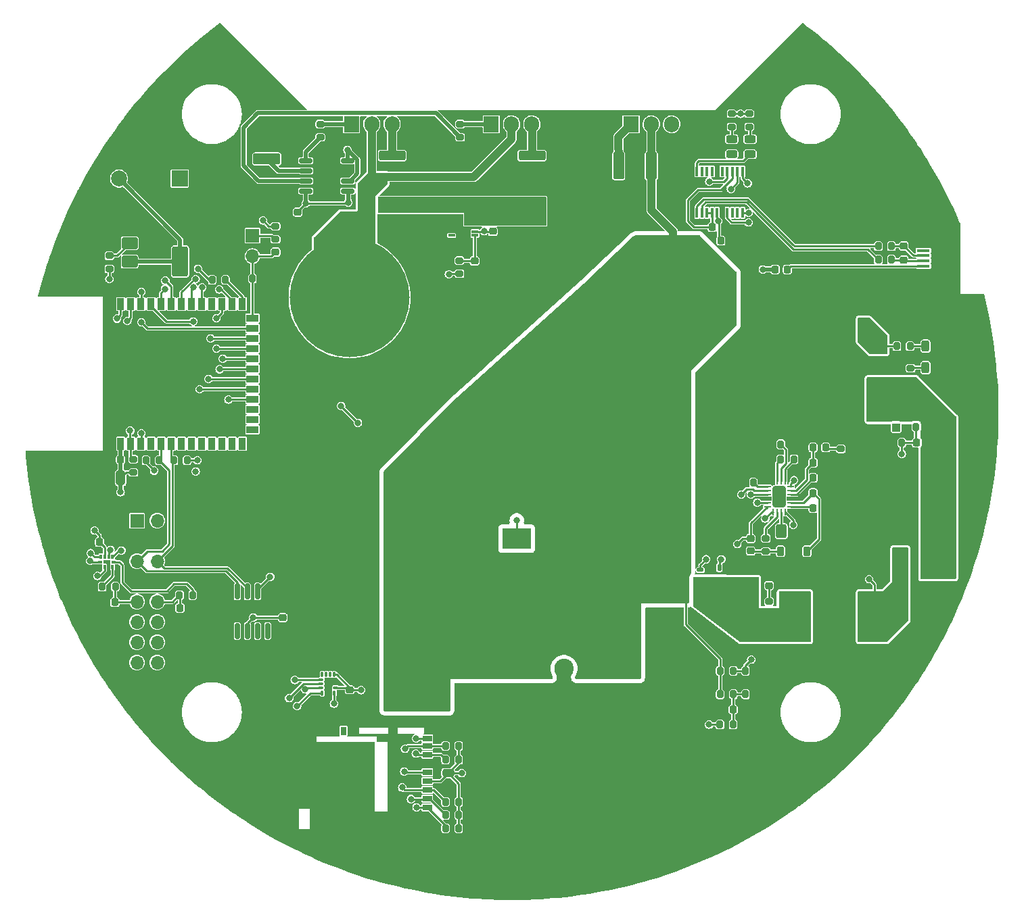
<source format=gbr>
%TF.GenerationSoftware,KiCad,Pcbnew,7.0.2-0*%
%TF.CreationDate,2023-08-15T10:21:39+08:00*%
%TF.ProjectId,H160_board,48313630-5f62-46f6-9172-642e6b696361,rev?*%
%TF.SameCoordinates,Original*%
%TF.FileFunction,Copper,L1,Top*%
%TF.FilePolarity,Positive*%
%FSLAX46Y46*%
G04 Gerber Fmt 4.6, Leading zero omitted, Abs format (unit mm)*
G04 Created by KiCad (PCBNEW 7.0.2-0) date 2023-08-15 10:21:39*
%MOMM*%
%LPD*%
G01*
G04 APERTURE LIST*
G04 Aperture macros list*
%AMRoundRect*
0 Rectangle with rounded corners*
0 $1 Rounding radius*
0 $2 $3 $4 $5 $6 $7 $8 $9 X,Y pos of 4 corners*
0 Add a 4 corners polygon primitive as box body*
4,1,4,$2,$3,$4,$5,$6,$7,$8,$9,$2,$3,0*
0 Add four circle primitives for the rounded corners*
1,1,$1+$1,$2,$3*
1,1,$1+$1,$4,$5*
1,1,$1+$1,$6,$7*
1,1,$1+$1,$8,$9*
0 Add four rect primitives between the rounded corners*
20,1,$1+$1,$2,$3,$4,$5,0*
20,1,$1+$1,$4,$5,$6,$7,0*
20,1,$1+$1,$6,$7,$8,$9,0*
20,1,$1+$1,$8,$9,$2,$3,0*%
%AMRotRect*
0 Rectangle, with rotation*
0 The origin of the aperture is its center*
0 $1 length*
0 $2 width*
0 $3 Rotation angle, in degrees counterclockwise*
0 Add horizontal line*
21,1,$1,$2,0,0,$3*%
G04 Aperture macros list end*
%TA.AperFunction,SMDPad,CuDef*%
%ADD10RoundRect,0.125000X0.300000X-0.125000X0.300000X0.125000X-0.300000X0.125000X-0.300000X-0.125000X0*%
%TD*%
%TA.AperFunction,SMDPad,CuDef*%
%ADD11RoundRect,0.250000X1.625000X-1.955000X1.625000X1.955000X-1.625000X1.955000X-1.625000X-1.955000X0*%
%TD*%
%TA.AperFunction,SMDPad,CuDef*%
%ADD12RoundRect,0.150000X0.487500X-0.150000X0.487500X0.150000X-0.487500X0.150000X-0.487500X-0.150000X0*%
%TD*%
%TA.AperFunction,SMDPad,CuDef*%
%ADD13RoundRect,0.150000X0.450000X-0.150000X0.450000X0.150000X-0.450000X0.150000X-0.450000X-0.150000X0*%
%TD*%
%TA.AperFunction,SMDPad,CuDef*%
%ADD14RoundRect,0.150000X0.337500X-0.150000X0.337500X0.150000X-0.337500X0.150000X-0.337500X-0.150000X0*%
%TD*%
%TA.AperFunction,SMDPad,CuDef*%
%ADD15RoundRect,0.200000X0.200000X0.275000X-0.200000X0.275000X-0.200000X-0.275000X0.200000X-0.275000X0*%
%TD*%
%TA.AperFunction,SMDPad,CuDef*%
%ADD16RoundRect,0.200000X-0.200000X-0.275000X0.200000X-0.275000X0.200000X0.275000X-0.200000X0.275000X0*%
%TD*%
%TA.AperFunction,SMDPad,CuDef*%
%ADD17RoundRect,0.225000X0.225000X0.250000X-0.225000X0.250000X-0.225000X-0.250000X0.225000X-0.250000X0*%
%TD*%
%TA.AperFunction,SMDPad,CuDef*%
%ADD18RoundRect,0.225000X-0.250000X0.225000X-0.250000X-0.225000X0.250000X-0.225000X0.250000X0.225000X0*%
%TD*%
%TA.AperFunction,SMDPad,CuDef*%
%ADD19RoundRect,0.125000X0.125000X0.300000X-0.125000X0.300000X-0.125000X-0.300000X0.125000X-0.300000X0*%
%TD*%
%TA.AperFunction,SMDPad,CuDef*%
%ADD20RoundRect,0.250000X1.955000X1.625000X-1.955000X1.625000X-1.955000X-1.625000X1.955000X-1.625000X0*%
%TD*%
%TA.AperFunction,SMDPad,CuDef*%
%ADD21RoundRect,0.150000X0.150000X0.487500X-0.150000X0.487500X-0.150000X-0.487500X0.150000X-0.487500X0*%
%TD*%
%TA.AperFunction,SMDPad,CuDef*%
%ADD22RoundRect,0.150000X0.150000X0.450000X-0.150000X0.450000X-0.150000X-0.450000X0.150000X-0.450000X0*%
%TD*%
%TA.AperFunction,SMDPad,CuDef*%
%ADD23RoundRect,0.150000X0.150000X0.337500X-0.150000X0.337500X-0.150000X-0.337500X0.150000X-0.337500X0*%
%TD*%
%TA.AperFunction,SMDPad,CuDef*%
%ADD24RoundRect,0.200000X0.275000X-0.200000X0.275000X0.200000X-0.275000X0.200000X-0.275000X-0.200000X0*%
%TD*%
%TA.AperFunction,SMDPad,CuDef*%
%ADD25RoundRect,0.243750X0.243750X0.456250X-0.243750X0.456250X-0.243750X-0.456250X0.243750X-0.456250X0*%
%TD*%
%TA.AperFunction,SMDPad,CuDef*%
%ADD26RoundRect,0.250000X0.325000X0.650000X-0.325000X0.650000X-0.325000X-0.650000X0.325000X-0.650000X0*%
%TD*%
%TA.AperFunction,ComponentPad*%
%ADD27R,2.400000X2.400000*%
%TD*%
%TA.AperFunction,ComponentPad*%
%ADD28C,2.400000*%
%TD*%
%TA.AperFunction,SMDPad,CuDef*%
%ADD29RoundRect,0.200000X-0.275000X0.200000X-0.275000X-0.200000X0.275000X-0.200000X0.275000X0.200000X0*%
%TD*%
%TA.AperFunction,SMDPad,CuDef*%
%ADD30RoundRect,0.250000X-1.425000X0.362500X-1.425000X-0.362500X1.425000X-0.362500X1.425000X0.362500X0*%
%TD*%
%TA.AperFunction,SMDPad,CuDef*%
%ADD31R,1.650000X0.400000*%
%TD*%
%TA.AperFunction,SMDPad,CuDef*%
%ADD32R,0.700000X1.825000*%
%TD*%
%TA.AperFunction,SMDPad,CuDef*%
%ADD33R,1.500000X2.000000*%
%TD*%
%TA.AperFunction,SMDPad,CuDef*%
%ADD34R,2.000000X1.350000*%
%TD*%
%TA.AperFunction,ComponentPad*%
%ADD35O,1.700000X1.350000*%
%TD*%
%TA.AperFunction,ComponentPad*%
%ADD36O,1.500000X1.100000*%
%TD*%
%TA.AperFunction,SMDPad,CuDef*%
%ADD37R,2.500000X1.430000*%
%TD*%
%TA.AperFunction,SMDPad,CuDef*%
%ADD38R,0.900000X1.500000*%
%TD*%
%TA.AperFunction,SMDPad,CuDef*%
%ADD39R,1.500000X0.900000*%
%TD*%
%TA.AperFunction,SMDPad,CuDef*%
%ADD40R,0.900000X0.900000*%
%TD*%
%TA.AperFunction,SMDPad,CuDef*%
%ADD41RoundRect,0.062500X0.362500X0.062500X-0.362500X0.062500X-0.362500X-0.062500X0.362500X-0.062500X0*%
%TD*%
%TA.AperFunction,SMDPad,CuDef*%
%ADD42RoundRect,0.062500X0.062500X0.362500X-0.062500X0.362500X-0.062500X-0.362500X0.062500X-0.362500X0*%
%TD*%
%TA.AperFunction,SMDPad,CuDef*%
%ADD43RoundRect,0.250000X0.575000X1.075000X-0.575000X1.075000X-0.575000X-1.075000X0.575000X-1.075000X0*%
%TD*%
%TA.AperFunction,ComponentPad*%
%ADD44C,15.000000*%
%TD*%
%TA.AperFunction,SMDPad,CuDef*%
%ADD45RoundRect,0.250000X0.850000X0.350000X-0.850000X0.350000X-0.850000X-0.350000X0.850000X-0.350000X0*%
%TD*%
%TA.AperFunction,SMDPad,CuDef*%
%ADD46RoundRect,0.250000X1.275000X1.125000X-1.275000X1.125000X-1.275000X-1.125000X1.275000X-1.125000X0*%
%TD*%
%TA.AperFunction,SMDPad,CuDef*%
%ADD47RoundRect,0.249997X2.950003X2.650003X-2.950003X2.650003X-2.950003X-2.650003X2.950003X-2.650003X0*%
%TD*%
%TA.AperFunction,SMDPad,CuDef*%
%ADD48RoundRect,0.250000X-0.750000X-0.500000X0.750000X-0.500000X0.750000X0.500000X-0.750000X0.500000X0*%
%TD*%
%TA.AperFunction,SMDPad,CuDef*%
%ADD49RoundRect,0.250000X-0.750000X-1.650000X0.750000X-1.650000X0.750000X1.650000X-0.750000X1.650000X0*%
%TD*%
%TA.AperFunction,SMDPad,CuDef*%
%ADD50R,2.900000X5.400000*%
%TD*%
%TA.AperFunction,SMDPad,CuDef*%
%ADD51RoundRect,0.250000X-0.400000X-0.625000X0.400000X-0.625000X0.400000X0.625000X-0.400000X0.625000X0*%
%TD*%
%TA.AperFunction,ComponentPad*%
%ADD52C,4.100000*%
%TD*%
%TA.AperFunction,ConnectorPad*%
%ADD53C,7.400000*%
%TD*%
%TA.AperFunction,SMDPad,CuDef*%
%ADD54RoundRect,0.250000X-0.475000X0.250000X-0.475000X-0.250000X0.475000X-0.250000X0.475000X0.250000X0*%
%TD*%
%TA.AperFunction,SMDPad,CuDef*%
%ADD55RoundRect,0.150000X0.150000X-0.825000X0.150000X0.825000X-0.150000X0.825000X-0.150000X-0.825000X0*%
%TD*%
%TA.AperFunction,SMDPad,CuDef*%
%ADD56RoundRect,0.225000X0.250000X-0.225000X0.250000X0.225000X-0.250000X0.225000X-0.250000X-0.225000X0*%
%TD*%
%TA.AperFunction,ComponentPad*%
%ADD57R,1.905000X2.000000*%
%TD*%
%TA.AperFunction,ComponentPad*%
%ADD58O,1.905000X2.000000*%
%TD*%
%TA.AperFunction,SMDPad,CuDef*%
%ADD59RoundRect,0.250000X-0.300000X0.300000X-0.300000X-0.300000X0.300000X-0.300000X0.300000X0.300000X0*%
%TD*%
%TA.AperFunction,SMDPad,CuDef*%
%ADD60R,0.400000X1.200000*%
%TD*%
%TA.AperFunction,SMDPad,CuDef*%
%ADD61R,0.800000X1.070000*%
%TD*%
%TA.AperFunction,SMDPad,CuDef*%
%ADD62RotRect,0.282800X0.282800X315.000000*%
%TD*%
%TA.AperFunction,SMDPad,CuDef*%
%ADD63R,0.600000X0.200000*%
%TD*%
%TA.AperFunction,SMDPad,CuDef*%
%ADD64R,0.850000X0.300000*%
%TD*%
%TA.AperFunction,SMDPad,CuDef*%
%ADD65R,0.300000X0.850000*%
%TD*%
%TA.AperFunction,SMDPad,CuDef*%
%ADD66RoundRect,0.225000X-0.225000X-0.250000X0.225000X-0.250000X0.225000X0.250000X-0.225000X0.250000X0*%
%TD*%
%TA.AperFunction,ComponentPad*%
%ADD67R,2.000000X2.000000*%
%TD*%
%TA.AperFunction,ComponentPad*%
%ADD68C,2.000000*%
%TD*%
%TA.AperFunction,ComponentPad*%
%ADD69R,1.700000X1.700000*%
%TD*%
%TA.AperFunction,ComponentPad*%
%ADD70O,1.700000X1.700000*%
%TD*%
%TA.AperFunction,SMDPad,CuDef*%
%ADD71RoundRect,0.150000X0.675000X0.150000X-0.675000X0.150000X-0.675000X-0.150000X0.675000X-0.150000X0*%
%TD*%
%TA.AperFunction,ComponentPad*%
%ADD72C,0.500000*%
%TD*%
%TA.AperFunction,SMDPad,CuDef*%
%ADD73R,2.650000X3.000000*%
%TD*%
%TA.AperFunction,SMDPad,CuDef*%
%ADD74RoundRect,0.249999X0.450001X1.450001X-0.450001X1.450001X-0.450001X-1.450001X0.450001X-1.450001X0*%
%TD*%
%TA.AperFunction,SMDPad,CuDef*%
%ADD75RoundRect,0.250000X-0.362500X-1.425000X0.362500X-1.425000X0.362500X1.425000X-0.362500X1.425000X0*%
%TD*%
%TA.AperFunction,SMDPad,CuDef*%
%ADD76RoundRect,0.243750X0.456250X-0.243750X0.456250X0.243750X-0.456250X0.243750X-0.456250X-0.243750X0*%
%TD*%
%TA.AperFunction,SMDPad,CuDef*%
%ADD77RoundRect,0.249999X-1.450001X0.450001X-1.450001X-0.450001X1.450001X-0.450001X1.450001X0.450001X0*%
%TD*%
%TA.AperFunction,SMDPad,CuDef*%
%ADD78RoundRect,0.225000X-0.225000X-0.375000X0.225000X-0.375000X0.225000X0.375000X-0.225000X0.375000X0*%
%TD*%
%TA.AperFunction,SMDPad,CuDef*%
%ADD79RoundRect,0.250000X1.500000X0.550000X-1.500000X0.550000X-1.500000X-0.550000X1.500000X-0.550000X0*%
%TD*%
%TA.AperFunction,SMDPad,CuDef*%
%ADD80R,3.600000X2.600000*%
%TD*%
%TA.AperFunction,SMDPad,CuDef*%
%ADD81R,1.200000X0.700000*%
%TD*%
%TA.AperFunction,SMDPad,CuDef*%
%ADD82R,0.800000X1.000000*%
%TD*%
%TA.AperFunction,SMDPad,CuDef*%
%ADD83R,1.200000X1.000000*%
%TD*%
%TA.AperFunction,SMDPad,CuDef*%
%ADD84R,2.800000X1.000000*%
%TD*%
%TA.AperFunction,SMDPad,CuDef*%
%ADD85R,1.900000X1.300000*%
%TD*%
%TA.AperFunction,SMDPad,CuDef*%
%ADD86R,0.300000X0.580000*%
%TD*%
%TA.AperFunction,SMDPad,CuDef*%
%ADD87R,0.630000X0.350000*%
%TD*%
%TA.AperFunction,SMDPad,CuDef*%
%ADD88RoundRect,0.087500X0.087500X-0.225000X0.087500X0.225000X-0.087500X0.225000X-0.087500X-0.225000X0*%
%TD*%
%TA.AperFunction,SMDPad,CuDef*%
%ADD89RoundRect,0.087500X0.225000X-0.087500X0.225000X0.087500X-0.225000X0.087500X-0.225000X-0.087500X0*%
%TD*%
%TA.AperFunction,ViaPad*%
%ADD90C,0.800000*%
%TD*%
%TA.AperFunction,Conductor*%
%ADD91C,0.250000*%
%TD*%
%TA.AperFunction,Conductor*%
%ADD92C,1.000000*%
%TD*%
%TA.AperFunction,Conductor*%
%ADD93C,0.500000*%
%TD*%
G04 APERTURE END LIST*
D10*
%TO.P,Q1,1,S*%
%TO.N,Net-(Q2-D)*%
X123675000Y-123455000D03*
%TO.P,Q1,2,S*%
X123675000Y-122185000D03*
%TO.P,Q1,3,S*%
X123675000Y-120915000D03*
%TO.P,Q1,4,G*%
%TO.N,Net-(Q1-G)*%
X123675000Y-119645000D03*
D11*
%TO.P,Q1,5,D*%
%TO.N,+VDC*%
X120125000Y-121550000D03*
D12*
X118082600Y-123455000D03*
D13*
X118057200Y-119645000D03*
D14*
X117930200Y-122185000D03*
X117930200Y-120915000D03*
%TD*%
D15*
%TO.P,R35,1*%
%TO.N,+3V3*%
X93425000Y-152000000D03*
%TO.P,R35,2*%
%TO.N,SD_D2*%
X91775000Y-152000000D03*
%TD*%
D16*
%TO.P,R15,1*%
%TO.N,+3V3*%
X148275000Y-91600000D03*
%TO.P,R15,2*%
%TO.N,Net-(D4-A)*%
X149925000Y-91600000D03*
%TD*%
D17*
%TO.P,C30,1*%
%TO.N,+3V3*%
X48475000Y-116150000D03*
%TO.P,C30,2*%
%TO.N,GND*%
X46925000Y-116150000D03*
%TD*%
D18*
%TO.P,C34,1*%
%TO.N,/ISENSE*%
X95400000Y-80925000D03*
%TO.P,C34,2*%
%TO.N,GND*%
X95400000Y-82475000D03*
%TD*%
D19*
%TO.P,Q2,1,S*%
%TO.N,GND*%
X129880000Y-119350000D03*
%TO.P,Q2,2,S*%
X128610000Y-119350000D03*
%TO.P,Q2,3,S*%
X127340000Y-119350000D03*
%TO.P,Q2,4,G*%
%TO.N,Net-(Q2-G)*%
X126070000Y-119350000D03*
D20*
%TO.P,Q2,5,D*%
%TO.N,Net-(Q2-D)*%
X127975000Y-122900000D03*
D21*
X129880000Y-124942400D03*
D22*
X126070000Y-124967800D03*
D23*
X128610000Y-125094800D03*
X127340000Y-125094800D03*
%TD*%
D24*
%TO.P,R26,1*%
%TO.N,/BUZZER*%
X49700000Y-81925000D03*
%TO.P,R26,2*%
%TO.N,Net-(Q6-B)*%
X49700000Y-80275000D03*
%TD*%
D17*
%TO.P,C27,1*%
%TO.N,+3V3*%
X51095000Y-105825000D03*
%TO.P,C27,2*%
%TO.N,GND*%
X49545000Y-105825000D03*
%TD*%
D15*
%TO.P,R33,1*%
%TO.N,/BAT_DIV*%
X127775000Y-139025000D03*
%TO.P,R33,2*%
%TO.N,Net-(U9-AIN2)*%
X126125000Y-139025000D03*
%TD*%
D16*
%TO.P,R1,1*%
%TO.N,+VDC*%
X126150000Y-135225000D03*
%TO.P,R1,2*%
%TO.N,/BAT_DIV*%
X127800000Y-135225000D03*
%TD*%
D25*
%TO.P,D4,1,K*%
%TO.N,GND*%
X153737500Y-91600000D03*
%TO.P,D4,2,A*%
%TO.N,Net-(D4-A)*%
X151862500Y-91600000D03*
%TD*%
D15*
%TO.P,R19,1*%
%TO.N,Net-(J6-D+)*%
X147600000Y-79075000D03*
%TO.P,R19,2*%
%TO.N,Net-(U3-USBDP)*%
X145950000Y-79075000D03*
%TD*%
D26*
%TO.P,C17,1*%
%TO.N,+3V3*%
X144050000Y-89000000D03*
%TO.P,C17,2*%
%TO.N,GND*%
X141100000Y-89000000D03*
%TD*%
D27*
%TO.P,C4,1*%
%TO.N,+VDC*%
X101601041Y-132000000D03*
D28*
%TO.P,C4,2*%
%TO.N,GND*%
X106601041Y-132000000D03*
%TD*%
D29*
%TO.P,R27,1*%
%TO.N,/FT_RST*%
X52700000Y-105775000D03*
%TO.P,R27,2*%
%TO.N,+3V3*%
X52700000Y-107425000D03*
%TD*%
D30*
%TO.P,R20,1*%
%TO.N,Net-(Q4-S)*%
X102600000Y-67737500D03*
%TO.P,R20,2*%
%TO.N,Net-(U4-IP+)*%
X102600000Y-73662500D03*
%TD*%
D31*
%TO.P,J6,1,VBUS*%
%TO.N,Net-(J6-VBUS)*%
X151600000Y-81560000D03*
%TO.P,J6,2,D-*%
%TO.N,Net-(J6-D-)*%
X151600000Y-80910000D03*
%TO.P,J6,3,D+*%
%TO.N,Net-(J6-D+)*%
X151600000Y-80260000D03*
%TO.P,J6,4,ID*%
%TO.N,unconnected-(J6-ID-Pad4)*%
X151600000Y-79610000D03*
%TO.P,J6,5,GND*%
%TO.N,GND*%
X151600000Y-78960000D03*
D32*
%TO.P,J6,6,Shield*%
X152800000Y-83210000D03*
D33*
X151500000Y-83110000D03*
D34*
X153550000Y-82990000D03*
D35*
X154480000Y-82990000D03*
D36*
X151480000Y-82680000D03*
D37*
X154750000Y-81220000D03*
X154750000Y-79300000D03*
D36*
X151480000Y-77840000D03*
D35*
X154480000Y-77530000D03*
D34*
X153550000Y-77510000D03*
D33*
X151480000Y-77360000D03*
D32*
X152800000Y-77260000D03*
%TD*%
D38*
%TO.P,U6,1,GND*%
%TO.N,GND*%
X49840000Y-103825000D03*
%TO.P,U6,2,3V3*%
%TO.N,+3V3*%
X51110000Y-103825000D03*
%TO.P,U6,3,EN*%
%TO.N,/FT_RST*%
X52380000Y-103825000D03*
%TO.P,U6,4,GPIO4/TOUCH4/ADC1_CH3*%
%TO.N,/ADC_INT*%
X53650000Y-103825000D03*
%TO.P,U6,5,GPIO5/TOUCH5/ADC1_CH4*%
%TO.N,unconnected-(U6-GPIO5{slash}TOUCH5{slash}ADC1_CH4-Pad5)*%
X54920000Y-103825000D03*
%TO.P,U6,6,GPIO6/TOUCH6/ADC1_CH5*%
%TO.N,/SCL*%
X56190000Y-103825000D03*
%TO.P,U6,7,GPIO7/TOUCH7/ADC1_CH6*%
%TO.N,/SDA*%
X57460000Y-103825000D03*
%TO.P,U6,8,GPIO15/U0RTS/ADC2_CH4/XTAL_32K_P*%
%TO.N,unconnected-(U6-GPIO15{slash}U0RTS{slash}ADC2_CH4{slash}XTAL_32K_P-Pad8)*%
X58730000Y-103825000D03*
%TO.P,U6,9,GPIO16/U0CTS/ADC2_CH5/XTAL_32K_N*%
%TO.N,unconnected-(U6-GPIO16{slash}U0CTS{slash}ADC2_CH5{slash}XTAL_32K_N-Pad9)*%
X60000000Y-103825000D03*
%TO.P,U6,10,GPIO17/U1TXD/ADC2_CH6*%
%TO.N,unconnected-(U6-GPIO17{slash}U1TXD{slash}ADC2_CH6-Pad10)*%
X61270000Y-103825000D03*
%TO.P,U6,11,GPIO18/U1RXD/ADC2_CH7/CLK_OUT3*%
%TO.N,unconnected-(U6-GPIO18{slash}U1RXD{slash}ADC2_CH7{slash}CLK_OUT3-Pad11)*%
X62540000Y-103825000D03*
%TO.P,U6,12,GPIO8/TOUCH8/ADC1_CH7/SUBSPICS1*%
%TO.N,unconnected-(U6-GPIO8{slash}TOUCH8{slash}ADC1_CH7{slash}SUBSPICS1-Pad12)*%
X63810000Y-103825000D03*
%TO.P,U6,13,GPIO19/U1RTS/ADC2_CH8/CLK_OUT2/USB_D-*%
%TO.N,unconnected-(U6-GPIO19{slash}U1RTS{slash}ADC2_CH8{slash}CLK_OUT2{slash}USB_D--Pad13)*%
X65080000Y-103825000D03*
%TO.P,U6,14,GPIO20/U1CTS/ADC2_CH9/CLK_OUT1/USB_D+*%
%TO.N,unconnected-(U6-GPIO20{slash}U1CTS{slash}ADC2_CH9{slash}CLK_OUT1{slash}USB_D+-Pad14)*%
X66350000Y-103825000D03*
D39*
%TO.P,U6,15,GPIO3/TOUCH3/ADC1_CH2*%
%TO.N,unconnected-(U6-GPIO3{slash}TOUCH3{slash}ADC1_CH2-Pad15)*%
X67600000Y-102060000D03*
%TO.P,U6,16,GPIO46*%
%TO.N,unconnected-(U6-GPIO46-Pad16)*%
X67600000Y-100790000D03*
%TO.P,U6,17,GPIO9/TOUCH9/ADC1_CH8/FSPIHD/SUBSPIHD*%
%TO.N,/CS1*%
X67600000Y-99520000D03*
%TO.P,U6,18,GPIO10/TOUCH10/ADC1_CH9/FSPICS0/FSPIIO4/SUBSPICS0*%
%TO.N,/CS0*%
X67600000Y-98250000D03*
%TO.P,U6,19,GPIO11/TOUCH11/ADC2_CH0/FSPID/FSPIIO5/SUBSPID*%
%TO.N,/MOSI*%
X67600000Y-96980000D03*
%TO.P,U6,20,GPIO12/TOUCH12/ADC2_CH1/FSPICLK/FSPIIO6/SUBSPICLK*%
%TO.N,/SCK*%
X67600000Y-95710000D03*
%TO.P,U6,21,GPIO13/TOUCH13/ADC2_CH2/FSPIQ/FSPIIO7/SUBSPIQ*%
%TO.N,/MISO*%
X67600000Y-94440000D03*
%TO.P,U6,22,GPIO14/TOUCH14/ADC2_CH3/FSPIWP/FSPIDQS/SUBSPIWP*%
%TO.N,/CS2*%
X67600000Y-93170000D03*
%TO.P,U6,23,GPIO21*%
%TO.N,/CS3*%
X67600000Y-91900000D03*
%TO.P,U6,24,GPIO47/SPICLK_P/SUBSPICLK_P_DIFF*%
%TO.N,/CS4*%
X67600000Y-90630000D03*
%TO.P,U6,25,GPIO48/SPICLK_N/SUBSPICLK_N_DIFF*%
%TO.N,/BUZZER*%
X67600000Y-89360000D03*
%TO.P,U6,26,GPIO45*%
%TO.N,/TRIGGER*%
X67600000Y-88090000D03*
D38*
%TO.P,U6,27,GPIO0/BOOT*%
%TO.N,/FT_BOOT*%
X66350000Y-86325000D03*
%TO.P,U6,28,SPIIO6/GPIO35/FSPID/SUBSPID*%
%TO.N,/MOTOR_PWM*%
X65080000Y-86325000D03*
%TO.P,U6,29,SPIIO7/GPIO36/FSPICLK/SUBSPICLK*%
%TO.N,/IRQ_ORIENT*%
X63810000Y-86325000D03*
%TO.P,U6,30,SPIDQS/GPIO37/FSPIQ/SUBSPIQ*%
%TO.N,unconnected-(U6-SPIDQS{slash}GPIO37{slash}FSPIQ{slash}SUBSPIQ-Pad30)*%
X62540000Y-86325000D03*
%TO.P,U6,31,GPIO38/FSPIWP/SUBSPIWP*%
%TO.N,SD_DET*%
X61270000Y-86325000D03*
%TO.P,U6,32,MTCK/GPIO39/CLK_OUT3/SUBSPICS1*%
%TO.N,SD_D0*%
X60000000Y-86325000D03*
%TO.P,U6,33,MTDO/GPIO40/CLK_OUT2*%
%TO.N,SD_D1*%
X58730000Y-86325000D03*
%TO.P,U6,34,MTDI/GPIO41/CLK_OUT1*%
%TO.N,SD_D2*%
X57460000Y-86325000D03*
%TO.P,U6,35,MTMS/GPIO42*%
%TO.N,SD_D3*%
X56190000Y-86325000D03*
%TO.P,U6,36,U0RXD/GPIO44/CLK_OUT2*%
%TO.N,/FT_TX*%
X54920000Y-86325000D03*
%TO.P,U6,37,U0TXD/GPIO43/CLK_OUT1*%
%TO.N,/FT_RX*%
X53650000Y-86325000D03*
%TO.P,U6,38,GPIO2/TOUCH2/ADC1_CH1*%
%TO.N,SD_CLK*%
X52380000Y-86325000D03*
%TO.P,U6,39,GPIO1/TOUCH1/ADC1_CH0*%
%TO.N,SD_CMD*%
X51110000Y-86325000D03*
%TO.P,U6,40,GND*%
%TO.N,GND*%
X49840000Y-86325000D03*
D40*
%TO.P,U6,41,GND*%
X56160000Y-97975000D03*
X57560000Y-97975000D03*
X58960000Y-97975000D03*
X56160000Y-96575000D03*
X57560000Y-96575000D03*
X58960000Y-96575000D03*
X56160000Y-95175000D03*
X57560000Y-95175000D03*
X58960000Y-95175000D03*
%TD*%
D41*
%TO.P,U1,1,VCC2*%
%TO.N,/VOUT*%
X134975000Y-111700000D03*
%TO.P,U1,2,VCC1*%
%TO.N,/VCC1*%
X134975000Y-111200000D03*
%TO.P,U1,3,SGND*%
%TO.N,GND*%
X134975000Y-110700000D03*
%TO.P,U1,4,SS*%
%TO.N,Net-(U1-SS)*%
X134975000Y-110200000D03*
%TO.P,U1,5,COMP*%
%TO.N,/COMP*%
X134975000Y-109700000D03*
%TO.P,U1,6,FB*%
%TO.N,/FB*%
X134975000Y-109200000D03*
D42*
%TO.P,U1,7,CCM/AAM*%
%TO.N,/VCC1*%
X134275000Y-108500000D03*
%TO.P,U1,8,FREQ*%
%TO.N,Net-(U1-FREQ)*%
X133775000Y-108500000D03*
%TO.P,U1,9,PG*%
%TO.N,Net-(U1-PG)*%
X133275000Y-108500000D03*
%TO.P,U1,10,ILIM*%
%TO.N,GND*%
X132775000Y-108500000D03*
D41*
%TO.P,U1,11,SYNCO*%
%TO.N,Net-(U1-SYNCO)*%
X132075000Y-109200000D03*
%TO.P,U1,12,SENSE-*%
%TO.N,+12V*%
X132075000Y-109700000D03*
%TO.P,U1,13,SENSE+*%
%TO.N,/SENSE+*%
X132075000Y-110200000D03*
%TO.P,U1,14,PGND*%
%TO.N,GND*%
X132075000Y-110700000D03*
%TO.P,U1,15,BG*%
%TO.N,Net-(Q2-G)*%
X132075000Y-111200000D03*
%TO.P,U1,16,SW*%
%TO.N,Net-(Q2-D)*%
X132075000Y-111700000D03*
D42*
%TO.P,U1,17,TG*%
%TO.N,Net-(Q1-G)*%
X132775000Y-112400000D03*
%TO.P,U1,18,BST*%
%TO.N,Net-(U1-BST)*%
X133275000Y-112400000D03*
%TO.P,U1,19,IN*%
%TO.N,+VDC*%
X133775000Y-112400000D03*
%TO.P,U1,20,EN/SYNC*%
%TO.N,Net-(U1-EN{slash}SYNC)*%
X134275000Y-112400000D03*
D43*
%TO.P,U1,21*%
%TO.N,N/C*%
X133525000Y-110450000D03*
%TD*%
D44*
%TO.P,H2,1,1*%
%TO.N,+VDC*%
X120250000Y-85500000D03*
%TD*%
D45*
%TO.P,U2,1,VCC*%
%TO.N,+12V*%
X145875000Y-96400000D03*
D46*
%TO.P,U2,2,GND*%
%TO.N,GND*%
X141250000Y-95645000D03*
X141250000Y-92595000D03*
D47*
X139575000Y-94120000D03*
D46*
X137900000Y-95645000D03*
X137900000Y-92595000D03*
D45*
%TO.P,U2,3,VO*%
%TO.N,+3V3*%
X145875000Y-91840000D03*
%TD*%
D48*
%TO.P,Q6,1,B*%
%TO.N,Net-(Q6-B)*%
X52250000Y-78700000D03*
%TO.P,Q6,2,C*%
%TO.N,Net-(BZ1-+)*%
X52250000Y-81000000D03*
D49*
X58550000Y-81000000D03*
D48*
%TO.P,Q6,3,E*%
%TO.N,GND*%
X52250000Y-83300000D03*
%TD*%
D17*
%TO.P,C9,1*%
%TO.N,+12V*%
X152250000Y-103700000D03*
%TO.P,C9,2*%
%TO.N,/FB*%
X150700000Y-103700000D03*
%TD*%
D50*
%TO.P,L1,1,1*%
%TO.N,Net-(Q2-D)*%
X135550000Y-125500000D03*
%TO.P,L1,2,2*%
%TO.N,/SENSE+*%
X145450000Y-125500000D03*
%TD*%
D51*
%TO.P,C2,1*%
%TO.N,+VDC*%
X121075000Y-114300000D03*
%TO.P,C2,2*%
%TO.N,GND*%
X124175000Y-114300000D03*
%TD*%
D15*
%TO.P,R12,1*%
%TO.N,Net-(U1-SYNCO)*%
X130300000Y-108700000D03*
%TO.P,R12,2*%
%TO.N,GND*%
X128650000Y-108700000D03*
%TD*%
D52*
%TO.P,H1,1,1*%
%TO.N,+VDC*%
X88131000Y-133092000D03*
D53*
X88131000Y-133092000D03*
%TD*%
D18*
%TO.P,C20,1*%
%TO.N,Net-(J6-D-)*%
X149150000Y-80800000D03*
%TO.P,C20,2*%
%TO.N,GND*%
X149150000Y-82350000D03*
%TD*%
D16*
%TO.P,R10,1*%
%TO.N,Net-(U1-FREQ)*%
X133750000Y-103900000D03*
%TO.P,R10,2*%
%TO.N,GND*%
X135400000Y-103900000D03*
%TD*%
D54*
%TO.P,C35,1*%
%TO.N,+3V3*%
X92100000Y-145100000D03*
%TO.P,C35,2*%
%TO.N,GND*%
X92100000Y-147000000D03*
%TD*%
D16*
%TO.P,R3,1*%
%TO.N,+VDC*%
X126150000Y-132275000D03*
%TO.P,R3,2*%
%TO.N,Net-(U1-EN{slash}SYNC)*%
X127800000Y-132275000D03*
%TD*%
D55*
%TO.P,U8,1,32KHZ*%
%TO.N,unconnected-(U8-32KHZ-Pad1)*%
X65695000Y-127300000D03*
%TO.P,U8,2,VCC*%
%TO.N,+3V3*%
X66965000Y-127300000D03*
%TO.P,U8,3,~{INT}/SQW*%
%TO.N,unconnected-(U8-~{INT}{slash}SQW-Pad3)*%
X68235000Y-127300000D03*
%TO.P,U8,4,~{RST}*%
%TO.N,unconnected-(U8-~{RST}-Pad4)*%
X69505000Y-127300000D03*
%TO.P,U8,5,GND*%
%TO.N,GND*%
X69505000Y-122350000D03*
%TO.P,U8,6,VBAT*%
%TO.N,Net-(BT1-+)*%
X68235000Y-122350000D03*
%TO.P,U8,7,SDA*%
%TO.N,/SDA*%
X66965000Y-122350000D03*
%TO.P,U8,8,SCL*%
%TO.N,/SCL*%
X65695000Y-122350000D03*
%TD*%
D56*
%TO.P,C6,1*%
%TO.N,Net-(D1-K)*%
X129975000Y-117275000D03*
%TO.P,C6,2*%
%TO.N,Net-(Q2-D)*%
X129975000Y-115725000D03*
%TD*%
D57*
%TO.P,Q4,1,G*%
%TO.N,/MOTOR_GATE_A*%
X97500000Y-63800000D03*
D58*
%TO.P,Q4,2,D*%
%TO.N,/MOTOR(-)*%
X100040000Y-63800000D03*
%TO.P,Q4,3,S*%
%TO.N,Net-(Q4-S)*%
X102580000Y-63800000D03*
%TD*%
D15*
%TO.P,R31,1*%
%TO.N,/ADC3*%
X50439939Y-121740018D03*
%TO.P,R31,2*%
%TO.N,Net-(U9-AIN0)*%
X48789939Y-121740018D03*
%TD*%
%TO.P,R7,1*%
%TO.N,/VCC1*%
X135400000Y-105800000D03*
%TO.P,R7,2*%
%TO.N,Net-(U1-PG)*%
X133750000Y-105800000D03*
%TD*%
D24*
%TO.P,R11,1*%
%TO.N,Net-(Q2-D)*%
X132275000Y-125250000D03*
%TO.P,R11,2*%
%TO.N,Net-(C13-Pad1)*%
X132275000Y-123600000D03*
%TD*%
%TO.P,R9,1*%
%TO.N,+12V*%
X150000000Y-96025000D03*
%TO.P,R9,2*%
%TO.N,Net-(D2-A)*%
X150000000Y-94375000D03*
%TD*%
D29*
%TO.P,R14,1*%
%TO.N,Net-(C14-Pad2)*%
X141275000Y-104475000D03*
%TO.P,R14,2*%
%TO.N,GND*%
X141275000Y-106125000D03*
%TD*%
D52*
%TO.P,H4,1,1*%
%TO.N,GND*%
X66907000Y-111879000D03*
D53*
X66907000Y-111879000D03*
%TD*%
D24*
%TO.P,R24,1*%
%TO.N,Net-(J2-Pin_1)*%
X70500000Y-78225000D03*
%TO.P,R24,2*%
%TO.N,+3V3*%
X70500000Y-76575000D03*
%TD*%
D56*
%TO.P,C21,1*%
%TO.N,Net-(J6-D+)*%
X149150000Y-79050000D03*
%TO.P,C21,2*%
%TO.N,GND*%
X149150000Y-77500000D03*
%TD*%
D26*
%TO.P,C16,1*%
%TO.N,+12V*%
X145350000Y-99100000D03*
%TO.P,C16,2*%
%TO.N,GND*%
X142400000Y-99100000D03*
%TD*%
D56*
%TO.P,C13,1*%
%TO.N,Net-(C13-Pad1)*%
X132275000Y-121600000D03*
%TO.P,C13,2*%
%TO.N,GND*%
X132275000Y-120050000D03*
%TD*%
D59*
%TO.P,D3,1,K*%
%TO.N,+12V*%
X148175000Y-99000000D03*
%TO.P,D3,2,A*%
%TO.N,+5V*%
X148175000Y-101800000D03*
%TD*%
D60*
%TO.P,U3,1,~{DTR}*%
%TO.N,/FT_BOOT*%
X128957500Y-69700000D03*
%TO.P,U3,2,~{RTS}*%
%TO.N,/FT_RST*%
X128322500Y-69700000D03*
%TO.P,U3,3,VCCIO*%
%TO.N,Net-(U3-3V3OUT)*%
X127687500Y-69700000D03*
%TO.P,U3,4,RXD*%
%TO.N,/FT_RX*%
X127052500Y-69700000D03*
%TO.P,U3,5,~{RI}*%
%TO.N,unconnected-(U3-~{RI}-Pad5)*%
X126417500Y-69700000D03*
%TO.P,U3,6,GND*%
%TO.N,GND*%
X125782500Y-69700000D03*
%TO.P,U3,7,~{DSR}*%
%TO.N,unconnected-(U3-~{DSR}-Pad7)*%
X125147500Y-69700000D03*
%TO.P,U3,8,~{DCD}*%
%TO.N,unconnected-(U3-~{DCD}-Pad8)*%
X124512500Y-69700000D03*
%TO.P,U3,9,~{CTS}*%
%TO.N,unconnected-(U3-~{CTS}-Pad9)*%
X123877500Y-69700000D03*
%TO.P,U3,10,CBUS2*%
%TO.N,Net-(D6-K)*%
X123242500Y-69700000D03*
%TO.P,U3,11,USBDP*%
%TO.N,Net-(U3-USBDP)*%
X123242500Y-74900000D03*
%TO.P,U3,12,USBDM*%
%TO.N,Net-(U3-USBDM)*%
X123877500Y-74900000D03*
%TO.P,U3,13,3V3OUT*%
%TO.N,Net-(U3-3V3OUT)*%
X124512500Y-74900000D03*
%TO.P,U3,14,~{RESET}*%
X125147500Y-74900000D03*
%TO.P,U3,15,VCC*%
%TO.N,+5V*%
X125782500Y-74900000D03*
%TO.P,U3,16,GND*%
%TO.N,GND*%
X126417500Y-74900000D03*
%TO.P,U3,17,CBUS1*%
%TO.N,Net-(D5-K)*%
X127052500Y-74900000D03*
%TO.P,U3,18,CBUS0*%
%TO.N,unconnected-(U3-CBUS0-Pad18)*%
X127687500Y-74900000D03*
%TO.P,U3,19,CBUS3*%
%TO.N,unconnected-(U3-CBUS3-Pad19)*%
X128322500Y-74900000D03*
%TO.P,U3,20,TXD*%
%TO.N,/FT_TX*%
X128957500Y-74900000D03*
%TD*%
D61*
%TO.P,U4,1,IP+*%
%TO.N,Net-(U4-IP+)*%
X94500000Y-75680000D03*
D62*
X94700000Y-76215000D03*
D63*
X94400000Y-76315000D03*
D61*
%TO.P,U4,2,IP-*%
%TO.N,GND*%
X93500000Y-75680000D03*
D62*
X93300000Y-76215000D03*
D63*
X93600000Y-76315000D03*
D64*
%TO.P,U4,3,GND*%
X92550000Y-77230000D03*
%TO.P,U4,4,~{FAULT}*%
%TO.N,unconnected-(U4-~{FAULT}-Pad4)*%
X92550000Y-77730000D03*
D65*
%TO.P,U4,5,NC*%
%TO.N,GND*%
X93250000Y-78430000D03*
%TO.P,U4,6,NC*%
X93750000Y-78430000D03*
%TO.P,U4,7,NC*%
X94250000Y-78430000D03*
%TO.P,U4,8,NC*%
X94750000Y-78430000D03*
D64*
%TO.P,U4,9,VIOUT*%
%TO.N,/ISENSE*%
X95450000Y-77730000D03*
%TO.P,U4,10,VCC*%
%TO.N,+3V3*%
X95450000Y-77230000D03*
%TD*%
D51*
%TO.P,C1,1*%
%TO.N,+VDC*%
X120975000Y-111400000D03*
%TO.P,C1,2*%
%TO.N,GND*%
X124075000Y-111400000D03*
%TD*%
D57*
%TO.P,Q5,1,G*%
%TO.N,/MOTOR_GATE_B*%
X80000000Y-63800000D03*
D58*
%TO.P,Q5,2,D*%
%TO.N,/MOTOR(-)*%
X82540000Y-63800000D03*
%TO.P,Q5,3,S*%
%TO.N,Net-(Q5-S)*%
X85080000Y-63800000D03*
%TD*%
D15*
%TO.P,R37,1*%
%TO.N,+3V3*%
X93425000Y-148700000D03*
%TO.P,R37,2*%
%TO.N,SD_CMD*%
X91775000Y-148700000D03*
%TD*%
D18*
%TO.P,C25,1*%
%TO.N,/TRIGGER*%
X70500000Y-79800000D03*
%TO.P,C25,2*%
%TO.N,GND*%
X70500000Y-81350000D03*
%TD*%
D66*
%TO.P,C15,1*%
%TO.N,/COMP*%
X137800000Y-106200000D03*
%TO.P,C15,2*%
%TO.N,GND*%
X139350000Y-106200000D03*
%TD*%
D25*
%TO.P,D2,1,K*%
%TO.N,GND*%
X153737500Y-94300000D03*
%TO.P,D2,2,A*%
%TO.N,Net-(D2-A)*%
X151862500Y-94300000D03*
%TD*%
D66*
%TO.P,C7,1*%
%TO.N,/VOUT*%
X137800000Y-111900000D03*
%TO.P,C7,2*%
%TO.N,GND*%
X139350000Y-111900000D03*
%TD*%
D15*
%TO.P,R39,1*%
%TO.N,+3V3*%
X93425000Y-141700000D03*
%TO.P,R39,2*%
%TO.N,SD_D1*%
X91775000Y-141700000D03*
%TD*%
D67*
%TO.P,BZ1,1,-*%
%TO.N,+12V*%
X58500000Y-70600000D03*
D68*
%TO.P,BZ1,2,+*%
%TO.N,Net-(BZ1-+)*%
X50900000Y-70600000D03*
%TD*%
D69*
%TO.P,J2,1,Pin_1*%
%TO.N,Net-(J2-Pin_1)*%
X67600000Y-77775000D03*
D70*
%TO.P,J2,2,Pin_2*%
%TO.N,/TRIGGER*%
X67600000Y-80315000D03*
%TD*%
D16*
%TO.P,R30,1*%
%TO.N,/SDA*%
X57775000Y-105900000D03*
%TO.P,R30,2*%
%TO.N,+3V3*%
X59425000Y-105900000D03*
%TD*%
D71*
%TO.P,U5,1,ENA*%
%TO.N,+3V3*%
X79525000Y-72155000D03*
%TO.P,U5,2,INA*%
%TO.N,/MOTOR_PWM*%
X79525000Y-70885000D03*
%TO.P,U5,3,GND*%
%TO.N,GND*%
X79525000Y-69615000D03*
%TO.P,U5,4,INB*%
%TO.N,/MOTOR_PWM*%
X79525000Y-68345000D03*
%TO.P,U5,5,OUTB*%
%TO.N,Net-(U5-OUTB)*%
X74275000Y-68345000D03*
%TO.P,U5,6,VDD*%
%TO.N,+12V*%
X74275000Y-69615000D03*
%TO.P,U5,7,OUTA*%
%TO.N,Net-(U5-OUTA)*%
X74275000Y-70885000D03*
%TO.P,U5,8,ENB*%
%TO.N,+3V3*%
X74275000Y-72155000D03*
D72*
%TO.P,U5,9,TPAD*%
%TO.N,GND*%
X77975000Y-71500000D03*
X77975000Y-70250000D03*
X77975000Y-69000000D03*
X76900000Y-71500000D03*
X76900000Y-70250000D03*
D73*
X76900000Y-70250000D03*
D72*
X76900000Y-69000000D03*
X75825000Y-71500000D03*
X75825000Y-70250000D03*
X75825000Y-69000000D03*
%TD*%
D74*
%TO.P,C22,1*%
%TO.N,+VDC*%
X117550000Y-69000000D03*
%TO.P,C22,2*%
%TO.N,/MOTOR(-)*%
X113450000Y-69000000D03*
%TD*%
D69*
%TO.P,J4,1,Pin_1*%
%TO.N,+12V*%
X53160000Y-113480000D03*
D70*
%TO.P,J4,2,Pin_2*%
%TO.N,+3V3*%
X55700000Y-113480000D03*
%TO.P,J4,3,Pin_3*%
%TO.N,GND*%
X53160000Y-116020000D03*
%TO.P,J4,4,Pin_4*%
X55700000Y-116020000D03*
%TO.P,J4,5,Pin_5*%
%TO.N,/SCL*%
X53160000Y-118560000D03*
%TO.P,J4,6,Pin_6*%
%TO.N,/SDA*%
X55700000Y-118560000D03*
%TO.P,J4,7,Pin_7*%
%TO.N,GND*%
X53160000Y-121100000D03*
%TO.P,J4,8,Pin_8*%
X55700000Y-121100000D03*
%TO.P,J4,9,Pin_9*%
%TO.N,/ADC3*%
X53160000Y-123640000D03*
%TO.P,J4,10,Pin_10*%
%TO.N,/ADC2*%
X55700000Y-123640000D03*
%TO.P,J4,11,Pin_11*%
%TO.N,/MOSI*%
X53160000Y-126180000D03*
%TO.P,J4,12,Pin_12*%
%TO.N,/CS4*%
X55700000Y-126180000D03*
%TO.P,J4,13,Pin_13*%
%TO.N,/SCK*%
X53160000Y-128720000D03*
%TO.P,J4,14,Pin_14*%
%TO.N,/CS3*%
X55700000Y-128720000D03*
%TO.P,J4,15,Pin_15*%
%TO.N,/MISO*%
X53160000Y-131260000D03*
%TO.P,J4,16,Pin_16*%
%TO.N,/CS2*%
X55700000Y-131260000D03*
%TD*%
D24*
%TO.P,R22,1*%
%TO.N,Net-(U5-OUTA)*%
X93600000Y-65425000D03*
%TO.P,R22,2*%
%TO.N,/MOTOR_GATE_A*%
X93600000Y-63775000D03*
%TD*%
D66*
%TO.P,C12,1*%
%TO.N,Net-(U1-SS)*%
X137800000Y-108100000D03*
%TO.P,C12,2*%
%TO.N,GND*%
X139350000Y-108100000D03*
%TD*%
D16*
%TO.P,R5,1*%
%TO.N,Net-(U1-EN{slash}SYNC)*%
X129325000Y-132275000D03*
%TO.P,R5,2*%
%TO.N,GND*%
X130975000Y-132275000D03*
%TD*%
D17*
%TO.P,C31,1*%
%TO.N,/ADC3*%
X50375000Y-123700000D03*
%TO.P,C31,2*%
%TO.N,GND*%
X48825000Y-123700000D03*
%TD*%
D66*
%TO.P,C18,1*%
%TO.N,+5V*%
X126225000Y-78400000D03*
%TO.P,C18,2*%
%TO.N,GND*%
X127775000Y-78400000D03*
%TD*%
D18*
%TO.P,C23,1*%
%TO.N,+3V3*%
X97700000Y-77225000D03*
%TO.P,C23,2*%
%TO.N,GND*%
X97700000Y-78775000D03*
%TD*%
D29*
%TO.P,R4,1*%
%TO.N,Net-(U1-BST)*%
X131875000Y-115675000D03*
%TO.P,R4,2*%
%TO.N,Net-(D1-K)*%
X131875000Y-117325000D03*
%TD*%
D56*
%TO.P,C29,1*%
%TO.N,+3V3*%
X71400000Y-125600000D03*
%TO.P,C29,2*%
%TO.N,GND*%
X71400000Y-124050000D03*
%TD*%
D75*
%TO.P,R6,1*%
%TO.N,/SENSE+*%
X148712500Y-118700000D03*
%TO.P,R6,2*%
%TO.N,+12V*%
X154637500Y-118700000D03*
%TD*%
D76*
%TO.P,D5,1,K*%
%TO.N,Net-(D5-K)*%
X127600000Y-67537500D03*
%TO.P,D5,2,A*%
%TO.N,Net-(D5-A)*%
X127600000Y-65662500D03*
%TD*%
D15*
%TO.P,R29,1*%
%TO.N,/SCL*%
X55925000Y-105900000D03*
%TO.P,R29,2*%
%TO.N,+3V3*%
X54275000Y-105900000D03*
%TD*%
D16*
%TO.P,R32,1*%
%TO.N,/ADC2*%
X58475000Y-122800000D03*
%TO.P,R32,2*%
%TO.N,Net-(U9-AIN1)*%
X60125000Y-122800000D03*
%TD*%
D77*
%TO.P,C24,1*%
%TO.N,+12V*%
X69400000Y-68150000D03*
%TO.P,C24,2*%
%TO.N,GND*%
X69400000Y-72250000D03*
%TD*%
D27*
%TO.P,C5,1*%
%TO.N,+VDC*%
X114850000Y-132000000D03*
D28*
%TO.P,C5,2*%
%TO.N,GND*%
X119850000Y-132000000D03*
%TD*%
D15*
%TO.P,R8,1*%
%TO.N,+12V*%
X152300000Y-101700000D03*
%TO.P,R8,2*%
%TO.N,/FB*%
X150650000Y-101700000D03*
%TD*%
D16*
%TO.P,R25,1*%
%TO.N,/TRIGGER*%
X67600000Y-83125000D03*
%TO.P,R25,2*%
%TO.N,GND*%
X69250000Y-83125000D03*
%TD*%
D26*
%TO.P,C26,1*%
%TO.N,+3V3*%
X51095000Y-108125000D03*
%TO.P,C26,2*%
%TO.N,GND*%
X48145000Y-108125000D03*
%TD*%
D15*
%TO.P,R13,1*%
%TO.N,/FB*%
X148900000Y-103700000D03*
%TO.P,R13,2*%
%TO.N,GND*%
X147250000Y-103700000D03*
%TD*%
D66*
%TO.P,C14,1*%
%TO.N,/COMP*%
X137800000Y-104300000D03*
%TO.P,C14,2*%
%TO.N,Net-(C14-Pad2)*%
X139350000Y-104300000D03*
%TD*%
D18*
%TO.P,C36,1*%
%TO.N,+3V3*%
X73250000Y-74800000D03*
%TO.P,C36,2*%
%TO.N,GND*%
X73250000Y-76350000D03*
%TD*%
D66*
%TO.P,C32,1*%
%TO.N,/ADC2*%
X58525000Y-124400000D03*
%TO.P,C32,2*%
%TO.N,GND*%
X60075000Y-124400000D03*
%TD*%
D74*
%TO.P,C10,1*%
%TO.N,+12V*%
X152825000Y-114300000D03*
%TO.P,C10,2*%
%TO.N,GND*%
X148725000Y-114300000D03*
%TD*%
D78*
%TO.P,D1,1,K*%
%TO.N,Net-(D1-K)*%
X133725000Y-117300000D03*
%TO.P,D1,2,A*%
%TO.N,/VCC1*%
X137025000Y-117300000D03*
%TD*%
D29*
%TO.P,R17,1*%
%TO.N,+5V*%
X129800000Y-62475000D03*
%TO.P,R17,2*%
%TO.N,Net-(D6-A)*%
X129800000Y-64125000D03*
%TD*%
D16*
%TO.P,R2,1*%
%TO.N,/BAT_DIV*%
X129325000Y-135225000D03*
%TO.P,R2,2*%
%TO.N,GND*%
X130975000Y-135225000D03*
%TD*%
D15*
%TO.P,R36,1*%
%TO.N,+3V3*%
X93425000Y-150350000D03*
%TO.P,R36,2*%
%TO.N,SD_D3*%
X91775000Y-150350000D03*
%TD*%
D79*
%TO.P,C11,1*%
%TO.N,+12V*%
X153875000Y-108400000D03*
%TO.P,C11,2*%
%TO.N,GND*%
X148475000Y-108400000D03*
%TD*%
D51*
%TO.P,C3,1*%
%TO.N,+VDC*%
X133825000Y-114800000D03*
%TO.P,C3,2*%
%TO.N,GND*%
X136925000Y-114800000D03*
%TD*%
D66*
%TO.P,C19,1*%
%TO.N,Net-(U3-3V3OUT)*%
X125125000Y-76700000D03*
%TO.P,C19,2*%
%TO.N,GND*%
X126675000Y-76700000D03*
%TD*%
D16*
%TO.P,R28,1*%
%TO.N,+3V3*%
X62575000Y-83300000D03*
%TO.P,R28,2*%
%TO.N,/FT_BOOT*%
X64225000Y-83300000D03*
%TD*%
D15*
%TO.P,R38,1*%
%TO.N,+3V3*%
X93425000Y-143400000D03*
%TO.P,R38,2*%
%TO.N,SD_D0*%
X91775000Y-143400000D03*
%TD*%
D76*
%TO.P,D6,1,K*%
%TO.N,Net-(D6-K)*%
X129900000Y-67537500D03*
%TO.P,D6,2,A*%
%TO.N,Net-(D6-A)*%
X129900000Y-65662500D03*
%TD*%
D80*
%TO.P,BT1,1,+*%
%TO.N,Net-(BT1-+)*%
X100675000Y-115725000D03*
%TO.P,BT1,2,-*%
%TO.N,GND*%
X100675000Y-86425000D03*
%TD*%
D81*
%TO.P,J5,1,DAT2*%
%TO.N,SD_D2*%
X89500000Y-149400000D03*
%TO.P,J5,2,DAT3/CD*%
%TO.N,SD_D3*%
X89500000Y-148300000D03*
%TO.P,J5,3,CMD*%
%TO.N,SD_CMD*%
X89500000Y-147200000D03*
%TO.P,J5,4,VDD*%
%TO.N,+3V3*%
X89500000Y-146100000D03*
%TO.P,J5,5,CLK*%
%TO.N,SD_CLK*%
X89500000Y-145000000D03*
%TO.P,J5,6,VSS*%
%TO.N,GND*%
X89500000Y-143900000D03*
%TO.P,J5,7,DAT0*%
%TO.N,SD_D0*%
X89500000Y-142800000D03*
%TO.P,J5,8,DAT1*%
%TO.N,SD_D1*%
X89500000Y-141700000D03*
%TO.P,J5,9,DET_B*%
%TO.N,SD_DET*%
X89500000Y-140750000D03*
D82*
%TO.P,J5,10,DET_A*%
%TO.N,unconnected-(J5-DET_A-Pad10)*%
X79000000Y-139800000D03*
D83*
%TO.P,J5,11,SHIELD*%
%TO.N,GND*%
X85200000Y-139800000D03*
D84*
X74850000Y-139800000D03*
D83*
X89500000Y-150950000D03*
D85*
X74400000Y-153300000D03*
%TD*%
D15*
%TO.P,R18,1*%
%TO.N,Net-(J6-D-)*%
X147600000Y-80775000D03*
%TO.P,R18,2*%
%TO.N,Net-(U3-USBDM)*%
X145950000Y-80775000D03*
%TD*%
D44*
%TO.P,H3,1,1*%
%TO.N,/MOTOR(-)*%
X79750000Y-85500000D03*
%TD*%
D86*
%TO.P,U9,1,ADDR*%
%TO.N,GND*%
X48600000Y-119300000D03*
%TO.P,U9,2,ALERT/RDY*%
%TO.N,/ADC_INT*%
X49100000Y-119300000D03*
%TO.P,U9,3,GND*%
%TO.N,GND*%
X49600000Y-119300000D03*
%TO.P,U9,4,AIN0*%
%TO.N,Net-(U9-AIN0)*%
X50100000Y-119300000D03*
D87*
%TO.P,U9,5,AIN1*%
%TO.N,Net-(U9-AIN1)*%
X50225000Y-118645000D03*
D86*
%TO.P,U9,6,AIN2*%
%TO.N,Net-(U9-AIN2)*%
X50100000Y-118020000D03*
%TO.P,U9,7,AIN3*%
%TO.N,Net-(U9-AIN3)*%
X49600000Y-118020000D03*
%TO.P,U9,8,VDD*%
%TO.N,+3V3*%
X49100000Y-118020000D03*
%TO.P,U9,9,SDA*%
%TO.N,/SDA*%
X48600000Y-118020000D03*
D87*
%TO.P,U9,10,SCL*%
%TO.N,/SCL*%
X48500000Y-118645000D03*
%TD*%
D17*
%TO.P,FB1,1*%
%TO.N,Net-(J6-VBUS)*%
X134575000Y-82000000D03*
%TO.P,FB1,2*%
%TO.N,+5V*%
X133025000Y-82000000D03*
%TD*%
D66*
%TO.P,C33,1*%
%TO.N,/BAT_DIV*%
X127775000Y-137125000D03*
%TO.P,C33,2*%
%TO.N,GND*%
X129325000Y-137125000D03*
%TD*%
D30*
%TO.P,R21,1*%
%TO.N,Net-(Q5-S)*%
X85100000Y-67737500D03*
%TO.P,R21,2*%
%TO.N,Net-(U4-IP+)*%
X85100000Y-73662500D03*
%TD*%
D56*
%TO.P,C28,1*%
%TO.N,+3V3*%
X79772500Y-134645000D03*
%TO.P,C28,2*%
%TO.N,GND*%
X79772500Y-133095000D03*
%TD*%
D57*
%TO.P,Q3,1,G*%
%TO.N,/MOTOR(-)*%
X115000000Y-63800000D03*
D58*
%TO.P,Q3,2,D*%
%TO.N,+VDC*%
X117540000Y-63800000D03*
%TO.P,Q3,3,S*%
%TO.N,/MOTOR(-)*%
X120080000Y-63800000D03*
%TD*%
D29*
%TO.P,R16,1*%
%TO.N,+5V*%
X127600000Y-62475000D03*
%TO.P,R16,2*%
%TO.N,Net-(D5-A)*%
X127600000Y-64125000D03*
%TD*%
D66*
%TO.P,C8,1*%
%TO.N,/VCC1*%
X137800000Y-110000000D03*
%TO.P,C8,2*%
%TO.N,GND*%
X139350000Y-110000000D03*
%TD*%
D88*
%TO.P,U7,1,SDO/SA0*%
%TO.N,/MISO*%
X76337500Y-135062500D03*
%TO.P,U7,2,SDX*%
%TO.N,GND*%
X76837500Y-135062500D03*
%TO.P,U7,3,SCX*%
X77337500Y-135062500D03*
%TO.P,U7,4,INT1*%
%TO.N,/IRQ_ORIENT*%
X77837500Y-135062500D03*
D89*
%TO.P,U7,5,VDDIO*%
%TO.N,+3V3*%
X78000000Y-134400000D03*
%TO.P,U7,6,GND*%
%TO.N,GND*%
X78000000Y-133900000D03*
%TO.P,U7,7,GND*%
X78000000Y-133400000D03*
D88*
%TO.P,U7,8,VDD*%
%TO.N,+3V3*%
X77837500Y-132737500D03*
%TO.P,U7,9,INT2*%
%TO.N,unconnected-(U7-INT2-Pad9)*%
X77337500Y-132737500D03*
%TO.P,U7,10,OCS_Aux*%
%TO.N,unconnected-(U7-OCS_Aux-Pad10)*%
X76837500Y-132737500D03*
%TO.P,U7,11,SDO_Aux*%
%TO.N,unconnected-(U7-SDO_Aux-Pad11)*%
X76337500Y-132737500D03*
D89*
%TO.P,U7,12,CS*%
%TO.N,/CS0*%
X76175000Y-133400000D03*
%TO.P,U7,13,SCL*%
%TO.N,/SCK*%
X76175000Y-133900000D03*
%TO.P,U7,14,SDA*%
%TO.N,/MOSI*%
X76175000Y-134400000D03*
%TD*%
D24*
%TO.P,R23,1*%
%TO.N,Net-(U5-OUTB)*%
X76100000Y-65425000D03*
%TO.P,R23,2*%
%TO.N,/MOTOR_GATE_B*%
X76100000Y-63775000D03*
%TD*%
D29*
%TO.P,R34,1*%
%TO.N,/ISENSE*%
X93500000Y-80875000D03*
%TO.P,R34,2*%
%TO.N,Net-(U9-AIN3)*%
X93500000Y-82525000D03*
%TD*%
D90*
%TO.N,/CS0*%
X72900000Y-133425000D03*
%TO.N,Net-(BT1-+)*%
X100700000Y-113425000D03*
X69825000Y-120500000D03*
%TO.N,GND*%
X92400000Y-75800000D03*
X90200000Y-76900000D03*
X145800000Y-108500000D03*
X90200000Y-75800000D03*
X137000000Y-113500000D03*
X127400000Y-111600000D03*
X126200000Y-110200000D03*
X143400000Y-107100000D03*
X91300000Y-76900000D03*
X144100000Y-115600000D03*
X91300000Y-75800000D03*
X125000000Y-110200000D03*
X146500000Y-112900000D03*
X145800000Y-107100000D03*
X144600000Y-109800000D03*
X126200000Y-111600000D03*
X137900000Y-92500000D03*
X145300000Y-115600000D03*
X125000000Y-112900000D03*
X145300000Y-114300000D03*
X137900000Y-95800000D03*
X145800000Y-109900000D03*
X146500000Y-115700000D03*
X141200000Y-92500000D03*
X144100000Y-112900000D03*
X144600000Y-107100000D03*
X125000000Y-111600000D03*
X127400000Y-113000000D03*
X137000000Y-114600000D03*
X126200000Y-112900000D03*
X145300000Y-112900000D03*
X127400000Y-110200000D03*
X146500000Y-114300000D03*
X144600000Y-108500000D03*
X144100000Y-114300000D03*
X143400000Y-109800000D03*
X141200000Y-95800000D03*
X143400000Y-108500000D03*
%TO.N,/CS0*%
X64600000Y-98300000D03*
%TO.N,/MOSI*%
X61000000Y-97000000D03*
X74200000Y-134600000D03*
%TO.N,/SCK*%
X62100000Y-95710000D03*
X72200000Y-135700000D03*
%TO.N,/MISO*%
X63500000Y-94500000D03*
X73200000Y-136700000D03*
%TO.N,/CS2*%
X63900000Y-93170000D03*
%TO.N,/CS3*%
X63100000Y-91900000D03*
%TO.N,/CS4*%
X62370000Y-90630000D03*
%TO.N,/BUZZER*%
X53700000Y-88600000D03*
X49700000Y-83200000D03*
%TO.N,Net-(D5-K)*%
X127600000Y-67500000D03*
X129700000Y-76100000D03*
%TO.N,Net-(Q4-S)*%
X103700000Y-67700000D03*
X102600000Y-67700000D03*
X101500000Y-67700000D03*
%TO.N,+12V*%
X69400000Y-68150000D03*
X128800000Y-110200000D03*
X145300000Y-100500000D03*
%TO.N,+5V*%
X128700000Y-62475000D03*
X148175000Y-101800000D03*
X125909993Y-75927367D03*
X131500000Y-82000000D03*
%TO.N,/MOTOR(-)*%
X113400000Y-65400000D03*
%TO.N,/VCC1*%
X135400000Y-105800000D03*
X137800000Y-110129500D03*
%TO.N,/SCL*%
X47300000Y-118500000D03*
%TO.N,/SDA*%
X47350000Y-117550000D03*
%TO.N,+VDC*%
X121075000Y-114300000D03*
X133825000Y-114800000D03*
%TO.N,SD_D2*%
X56700000Y-83400000D03*
X88150000Y-149400000D03*
%TO.N,SD_D3*%
X56650000Y-84450000D03*
X87450000Y-148350000D03*
%TO.N,SD_CMD*%
X50650000Y-88150000D03*
X86350000Y-146900000D03*
%TO.N,SD_CLK*%
X51950000Y-88450000D03*
X86600000Y-144900000D03*
%TO.N,SD_D0*%
X60250000Y-84250000D03*
X88050000Y-142650000D03*
%TO.N,SD_D1*%
X60500000Y-83200000D03*
X86700000Y-142050000D03*
%TO.N,SD_DET*%
X88100000Y-140750000D03*
X61300000Y-84250000D03*
%TO.N,/MOTOR_PWM*%
X63450000Y-84500000D03*
X79500000Y-67000000D03*
%TO.N,/ADC_INT*%
X53700000Y-102500000D03*
X48200000Y-120400000D03*
%TO.N,/FB*%
X135400000Y-108400000D03*
X148900000Y-105100000D03*
%TO.N,+3V3*%
X67700000Y-125600000D03*
X81200000Y-134700000D03*
X144100000Y-90600000D03*
X79600000Y-73600000D03*
X96600000Y-77200000D03*
X93800000Y-145100000D03*
X145200000Y-90600000D03*
X60700000Y-105900000D03*
X55300000Y-107200000D03*
X74300000Y-73700000D03*
X60800000Y-81900000D03*
X51100000Y-109900000D03*
X146300000Y-90600000D03*
X47850000Y-114700000D03*
X68925000Y-75850000D03*
X145200000Y-89500000D03*
%TO.N,/SENSE+*%
X144800000Y-120800000D03*
X130000000Y-110200000D03*
%TO.N,/IRQ_ORIENT*%
X78700000Y-99100000D03*
X77800000Y-136400000D03*
X63100000Y-88100000D03*
X80800000Y-101200000D03*
%TO.N,/FT_BOOT*%
X129600000Y-71200000D03*
X66350000Y-86397500D03*
%TO.N,/FT_RST*%
X52300000Y-102200000D03*
X127500000Y-71900000D03*
%TO.N,/FT_RX*%
X53700000Y-84800000D03*
X124800000Y-71000000D03*
%TO.N,/FT_TX*%
X129700000Y-74900000D03*
X60200000Y-88500000D03*
%TO.N,Net-(Q2-D)*%
X127975000Y-122900000D03*
X128300000Y-116400000D03*
%TO.N,Net-(Q1-G)*%
X131800000Y-113200000D03*
X124400000Y-118300000D03*
%TO.N,Net-(Q2-G)*%
X130800000Y-111200000D03*
X126300000Y-118300000D03*
%TO.N,Net-(Q5-S)*%
X84000000Y-67700000D03*
X85100000Y-67700000D03*
X86200000Y-67700000D03*
%TO.N,Net-(U1-EN{slash}SYNC)*%
X130050000Y-130875000D03*
X135300000Y-114000000D03*
%TO.N,Net-(U4-IP+)*%
X95600000Y-75800000D03*
X102200000Y-75800000D03*
X94500000Y-74700000D03*
X100000000Y-74700000D03*
X87700000Y-74400000D03*
X86400000Y-73400000D03*
X101100000Y-75800000D03*
X86400000Y-74400000D03*
X94500000Y-73600000D03*
X93400000Y-73600000D03*
X103300000Y-75800000D03*
X100000000Y-75800000D03*
X95600000Y-74700000D03*
X85100000Y-73400000D03*
X85100000Y-74400000D03*
X95600000Y-73600000D03*
X87700000Y-73400000D03*
X83800000Y-74400000D03*
X101100000Y-74700000D03*
X100000000Y-73600000D03*
X103300000Y-74700000D03*
X102200000Y-74700000D03*
X83800000Y-73400000D03*
%TO.N,Net-(U9-AIN2)*%
X51200000Y-117200000D03*
X124775000Y-139025000D03*
%TO.N,Net-(U9-AIN3)*%
X92200000Y-82600000D03*
X49833310Y-117133310D03*
X60500000Y-107300000D03*
%TD*%
D91*
%TO.N,/CS0*%
X76150000Y-133425000D02*
X76175000Y-133400000D01*
X72900000Y-133425000D02*
X76150000Y-133425000D01*
%TO.N,Net-(BT1-+)*%
X100675000Y-113450000D02*
X100700000Y-113425000D01*
X100675000Y-115725000D02*
X100675000Y-113450000D01*
X69811486Y-120500000D02*
X69825000Y-120500000D01*
%TO.N,/CS0*%
X64650000Y-98250000D02*
X64600000Y-98300000D01*
X67600000Y-98250000D02*
X64650000Y-98250000D01*
%TO.N,/MOSI*%
X61000000Y-97000000D02*
X61020000Y-96980000D01*
X74400000Y-134400000D02*
X74200000Y-134600000D01*
X61020000Y-96980000D02*
X67600000Y-96980000D01*
X76175000Y-134400000D02*
X74400000Y-134400000D01*
%TO.N,/SCK*%
X73977932Y-133900000D02*
X72200000Y-135677932D01*
X67600000Y-95710000D02*
X62100000Y-95710000D01*
X76175000Y-133900000D02*
X73977932Y-133900000D01*
%TO.N,/MISO*%
X74837500Y-135062500D02*
X76337500Y-135062500D01*
X63560000Y-94440000D02*
X67600000Y-94440000D01*
X63500000Y-94500000D02*
X63560000Y-94440000D01*
X73200000Y-136700000D02*
X74837500Y-135062500D01*
%TO.N,/CS2*%
X67600000Y-93170000D02*
X63900000Y-93170000D01*
%TO.N,/CS3*%
X67600000Y-91900000D02*
X63100000Y-91900000D01*
%TO.N,/CS4*%
X62370000Y-90630000D02*
X67600000Y-90630000D01*
%TO.N,/BUZZER*%
X54460000Y-89360000D02*
X53700000Y-88600000D01*
X49700000Y-83200000D02*
X49700000Y-81925000D01*
X67600000Y-89360000D02*
X54460000Y-89360000D01*
%TO.N,Net-(D2-A)*%
X150075000Y-94300000D02*
X150000000Y-94375000D01*
X151862500Y-94300000D02*
X150075000Y-94300000D01*
%TO.N,Net-(D5-K)*%
X127052500Y-75569000D02*
X127583500Y-76100000D01*
X127583500Y-76100000D02*
X129700000Y-76100000D01*
X127052500Y-74900000D02*
X127052500Y-75569000D01*
X127600000Y-67537500D02*
X127600000Y-67500000D01*
D92*
%TO.N,Net-(Q4-S)*%
X102600000Y-67700000D02*
X102600000Y-63820000D01*
D91*
%TO.N,/ISENSE*%
X95450000Y-77730000D02*
X95450000Y-80929957D01*
X95459982Y-80939939D02*
X93564939Y-80939939D01*
%TO.N,+12V*%
X145300000Y-100500000D02*
X145300000Y-99150000D01*
X130422068Y-109700000D02*
X130270068Y-109548000D01*
D93*
X70865000Y-69615000D02*
X74275000Y-69615000D01*
D91*
X129452000Y-109548000D02*
X128800000Y-110200000D01*
X132075000Y-109700000D02*
X130422068Y-109700000D01*
X130270068Y-109548000D02*
X129452000Y-109548000D01*
D93*
X69400000Y-68150000D02*
X70865000Y-69615000D01*
D91*
%TO.N,+5V*%
X126225000Y-78400000D02*
X125973000Y-78148000D01*
X125973000Y-75940500D02*
X125782500Y-75750000D01*
D93*
X133025000Y-82000000D02*
X131500000Y-82000000D01*
D91*
X125973000Y-75940500D02*
X125923126Y-75940500D01*
X125973000Y-78148000D02*
X125973000Y-75940500D01*
X127600000Y-62475000D02*
X129800000Y-62475000D01*
X125782500Y-75750000D02*
X125782500Y-74900000D01*
X125923126Y-75940500D02*
X125909993Y-75927367D01*
D92*
%TO.N,/MOTOR(-)*%
X100040000Y-63800000D02*
X100040000Y-65660000D01*
X113450000Y-68600000D02*
X113400000Y-65400000D01*
X100040000Y-65660000D02*
X95300000Y-70400000D01*
X84340000Y-70400000D02*
X82540000Y-72200000D01*
X82540000Y-63800000D02*
X82540000Y-72200000D01*
X113450000Y-65350000D02*
X115000000Y-63800000D01*
X113400000Y-65400000D02*
X113450000Y-65350000D01*
X95300000Y-70400000D02*
X84340000Y-70400000D01*
D91*
%TO.N,/VCC1*%
X138502000Y-110702000D02*
X137800000Y-110000000D01*
X134975000Y-111200000D02*
X136600000Y-111200000D01*
X134275000Y-108500000D02*
X134275000Y-106958158D01*
X134275000Y-106958158D02*
X135400000Y-105833158D01*
X136600000Y-111200000D02*
X137800000Y-110000000D01*
X138502000Y-115823000D02*
X138502000Y-110702000D01*
X137025000Y-117300000D02*
X138502000Y-115823000D01*
%TO.N,/VOUT*%
X134975000Y-111700000D02*
X137600000Y-111700000D01*
%TO.N,/SCL*%
X64300000Y-119800000D02*
X65695000Y-121195000D01*
X57200000Y-107175000D02*
X55925000Y-105900000D01*
X56300000Y-117300000D02*
X57200000Y-116400000D01*
X53160000Y-118560000D02*
X54420000Y-117300000D01*
X56190000Y-103825000D02*
X56190000Y-105635000D01*
X57200000Y-116400000D02*
X57200000Y-107175000D01*
X54420000Y-117300000D02*
X56300000Y-117300000D01*
X65695000Y-121195000D02*
X65695000Y-122350000D01*
X54400000Y-119800000D02*
X64300000Y-119800000D01*
X47445000Y-118645000D02*
X48500000Y-118645000D01*
X53160000Y-118560000D02*
X54400000Y-119800000D01*
X47300000Y-118500000D02*
X47445000Y-118645000D01*
%TO.N,/SDA*%
X47820000Y-118020000D02*
X48600000Y-118020000D01*
X57577000Y-116623000D02*
X57577000Y-106098000D01*
X55700000Y-118560000D02*
X56563000Y-119423000D01*
X55700000Y-118500000D02*
X57577000Y-116623000D01*
X56563000Y-119423000D02*
X64456158Y-119423000D01*
X57460000Y-105585000D02*
X57775000Y-105900000D01*
X64456158Y-119423000D02*
X66965000Y-121931842D01*
X47350000Y-117550000D02*
X47820000Y-118020000D01*
X57460000Y-103825000D02*
X57460000Y-105585000D01*
%TO.N,Net-(BT1-+)*%
X68235000Y-122076486D02*
X69811486Y-120500000D01*
%TO.N,+VDC*%
X133775000Y-112400000D02*
X133775000Y-114750000D01*
X126150000Y-130775000D02*
X126150000Y-132275000D01*
D92*
X117550000Y-74550000D02*
X117550000Y-68600000D01*
D91*
X120125000Y-121550000D02*
X121875000Y-123300000D01*
D92*
X120250000Y-77250000D02*
X117550000Y-74550000D01*
D91*
X121875000Y-126500000D02*
X126150000Y-130775000D01*
D92*
X117540000Y-63800000D02*
X117540000Y-68590000D01*
D91*
X126150000Y-132275000D02*
X126150000Y-135225000D01*
X121875000Y-123300000D02*
X121875000Y-126500000D01*
D92*
X120250000Y-85500000D02*
X120250000Y-77250000D01*
D93*
%TO.N,Net-(BZ1-+)*%
X52250000Y-81000000D02*
X58550000Y-81000000D01*
X58550000Y-81000000D02*
X58550000Y-78250000D01*
X58550000Y-78250000D02*
X50900000Y-70600000D01*
D91*
%TO.N,SD_D2*%
X91775000Y-151675000D02*
X89500000Y-149400000D01*
X91775000Y-152000000D02*
X91775000Y-151675000D01*
X57460000Y-86325000D02*
X57460000Y-84160000D01*
X88150000Y-149400000D02*
X89500000Y-149400000D01*
X57460000Y-84160000D02*
X56700000Y-83400000D01*
%TO.N,SD_D3*%
X87450000Y-148350000D02*
X89450000Y-148350000D01*
X89450000Y-148350000D02*
X89500000Y-148300000D01*
X56190000Y-84910000D02*
X56650000Y-84450000D01*
X56190000Y-86325000D02*
X56190000Y-84910000D01*
X91775000Y-150325000D02*
X89750000Y-148300000D01*
X89750000Y-148300000D02*
X89500000Y-148300000D01*
X91775000Y-150350000D02*
X91775000Y-150325000D01*
%TO.N,SD_CMD*%
X51110000Y-87690000D02*
X50650000Y-88150000D01*
X86650000Y-147200000D02*
X89500000Y-147200000D01*
X91775000Y-148700000D02*
X90275000Y-147200000D01*
X86350000Y-146900000D02*
X86650000Y-147200000D01*
X90275000Y-147200000D02*
X89500000Y-147200000D01*
X51110000Y-86325000D02*
X51110000Y-87690000D01*
%TO.N,/ADC3*%
X50529996Y-123640000D02*
X53160000Y-123640000D01*
X50375000Y-121840000D02*
X50375000Y-123644996D01*
%TO.N,/ADC2*%
X58375000Y-122840000D02*
X57575000Y-123640000D01*
X57575000Y-123640000D02*
X55700000Y-123640000D01*
X58550000Y-124699992D02*
X58550000Y-123015000D01*
%TO.N,SD_CLK*%
X52380000Y-86325000D02*
X52380000Y-88020000D01*
X86600000Y-144900000D02*
X86700000Y-145000000D01*
X86700000Y-145000000D02*
X89500000Y-145000000D01*
X52380000Y-88020000D02*
X51950000Y-88450000D01*
%TO.N,SD_D0*%
X60000000Y-84500000D02*
X60250000Y-84250000D01*
X89500000Y-142800000D02*
X91175000Y-142800000D01*
X91175000Y-142800000D02*
X91775000Y-143400000D01*
X89500000Y-142800000D02*
X88200000Y-142800000D01*
X88200000Y-142800000D02*
X88050000Y-142650000D01*
X60000000Y-86325000D02*
X60000000Y-84500000D01*
%TO.N,/BAT_DIV*%
X127775000Y-135250000D02*
X127800000Y-135225000D01*
X127800000Y-135225000D02*
X129325000Y-135225000D01*
X127775000Y-139025000D02*
X127775000Y-137125000D01*
X127775000Y-137125000D02*
X127775000Y-135250000D01*
D93*
%TO.N,/MOTOR_GATE_A*%
X93600000Y-63775000D02*
X97475000Y-63775000D01*
%TO.N,/MOTOR_GATE_B*%
X76100000Y-63775000D02*
X79975000Y-63775000D01*
D91*
%TO.N,SD_D1*%
X91775000Y-141700000D02*
X89500000Y-141700000D01*
X58730000Y-86325000D02*
X58730000Y-84847932D01*
X87050000Y-141700000D02*
X86700000Y-142050000D01*
X60377932Y-83200000D02*
X60500000Y-83200000D01*
X58730000Y-84847932D02*
X60377932Y-83200000D01*
X89500000Y-141700000D02*
X87050000Y-141700000D01*
%TO.N,SD_DET*%
X61270000Y-84280000D02*
X61300000Y-84250000D01*
X88100000Y-140750000D02*
X89500000Y-140750000D01*
X61270000Y-86325000D02*
X61270000Y-84280000D01*
%TO.N,/MOTOR_PWM*%
X63450000Y-84500000D02*
X63689000Y-84500000D01*
D93*
X80727000Y-69983291D02*
X79825291Y-70885000D01*
X80727000Y-68227000D02*
X80727000Y-69983291D01*
D91*
X65080000Y-85891000D02*
X65080000Y-86325000D01*
D93*
X79500000Y-67000000D02*
X79525000Y-67025000D01*
X79525000Y-67025000D02*
X79525000Y-68345000D01*
D91*
X63689000Y-84500000D02*
X65080000Y-85891000D01*
D93*
X79500000Y-67000000D02*
X80727000Y-68227000D01*
D91*
%TO.N,/ADC_INT*%
X48200000Y-120400000D02*
X48444000Y-120400000D01*
X48444000Y-120400000D02*
X49100000Y-119744000D01*
X53700000Y-102500000D02*
X53700000Y-103775000D01*
X49100000Y-119744000D02*
X49100000Y-119300000D01*
%TO.N,/FB*%
X148900000Y-105100000D02*
X148900000Y-103700000D01*
X150700000Y-103700000D02*
X148900000Y-103700000D01*
X134975000Y-109200000D02*
X134975000Y-108825000D01*
X150650000Y-101700000D02*
X150650000Y-103650000D01*
X134975000Y-108825000D02*
X135400000Y-108400000D01*
%TO.N,/COMP*%
X135666842Y-109700000D02*
X136983421Y-108383421D01*
X137800000Y-104300000D02*
X137800000Y-106200000D01*
X134975000Y-109700000D02*
X135666842Y-109700000D01*
X136983421Y-108383421D02*
X136983421Y-107016579D01*
X136983421Y-107016579D02*
X137800000Y-106200000D01*
%TO.N,+3V3*%
X79772500Y-134645000D02*
X81145000Y-134645000D01*
X48475000Y-115325000D02*
X47850000Y-114700000D01*
X93425000Y-143400000D02*
X93425000Y-143775000D01*
X70500000Y-76575000D02*
X69650000Y-76575000D01*
X93425000Y-141700000D02*
X93425000Y-143400000D01*
X52700000Y-107425000D02*
X51795000Y-107425000D01*
X95450000Y-77230000D02*
X96570000Y-77230000D01*
X93425000Y-143775000D02*
X92100000Y-145100000D01*
X73250000Y-74800000D02*
X73250000Y-74750000D01*
X79500000Y-73700000D02*
X79600000Y-73600000D01*
X78000000Y-134400000D02*
X79527500Y-134400000D01*
D93*
X74275000Y-72155000D02*
X74275000Y-73675000D01*
D91*
X92100000Y-145100000D02*
X93800000Y-145100000D01*
D93*
X79600000Y-72230000D02*
X79525000Y-72155000D01*
D91*
X78130126Y-132737500D02*
X79772500Y-134379874D01*
X59425000Y-105900000D02*
X60700000Y-105900000D01*
D93*
X51110000Y-103825000D02*
X51110000Y-105810000D01*
D91*
X96600000Y-77200000D02*
X96630000Y-77230000D01*
D93*
X51095000Y-105825000D02*
X51095000Y-108125000D01*
D91*
X62200000Y-83300000D02*
X60800000Y-81900000D01*
X96630000Y-77230000D02*
X97695000Y-77230000D01*
D93*
X51095000Y-108125000D02*
X51095000Y-109895000D01*
D91*
X77837500Y-132737500D02*
X78130126Y-132737500D01*
X49100000Y-116775000D02*
X48475000Y-116150000D01*
X54275000Y-106175000D02*
X55300000Y-107200000D01*
X71400000Y-125600000D02*
X68100000Y-125600000D01*
X93425000Y-146425000D02*
X93425000Y-148700000D01*
D93*
X79600000Y-73600000D02*
X79600000Y-72230000D01*
D91*
X92100000Y-145100000D02*
X91100000Y-146100000D01*
X73250000Y-74750000D02*
X74300000Y-73700000D01*
X146115000Y-91600000D02*
X145875000Y-91840000D01*
X148275000Y-91600000D02*
X146115000Y-91600000D01*
X69650000Y-76575000D02*
X68925000Y-75850000D01*
X51795000Y-107425000D02*
X51095000Y-108125000D01*
X74300000Y-73700000D02*
X79500000Y-73700000D01*
X91100000Y-146100000D02*
X89500000Y-146100000D01*
D93*
X74275000Y-73675000D02*
X74300000Y-73700000D01*
X51095000Y-109895000D02*
X51100000Y-109900000D01*
D91*
X92100000Y-145100000D02*
X93425000Y-146425000D01*
X93425000Y-150350000D02*
X93425000Y-152000000D01*
X96570000Y-77230000D02*
X96600000Y-77200000D01*
X67700000Y-125600000D02*
X66965000Y-126335000D01*
X48475000Y-116150000D02*
X48475000Y-115325000D01*
X62575000Y-83300000D02*
X62200000Y-83300000D01*
X68100000Y-125600000D02*
X67700000Y-125600000D01*
X81145000Y-134645000D02*
X81200000Y-134700000D01*
X93425000Y-148700000D02*
X93425000Y-150350000D01*
X66965000Y-126335000D02*
X66965000Y-127300000D01*
X49100000Y-118020000D02*
X49100000Y-116775000D01*
%TO.N,/TRIGGER*%
X69985000Y-80315000D02*
X70500000Y-79800000D01*
X67600000Y-80315000D02*
X69985000Y-80315000D01*
X67600000Y-82425000D02*
X67600000Y-80315000D01*
X67600000Y-88090000D02*
X67600000Y-82425000D01*
%TO.N,/SENSE+*%
X145450000Y-121450000D02*
X144800000Y-120800000D01*
X145450000Y-125500000D02*
X145450000Y-121450000D01*
X130000000Y-110200000D02*
X132075000Y-110200000D01*
%TO.N,/IRQ_ORIENT*%
X78700000Y-99100000D02*
X80800000Y-101200000D01*
X63810000Y-86325000D02*
X63810000Y-87390000D01*
X77800000Y-136400000D02*
X77800000Y-135100000D01*
X63810000Y-87390000D02*
X63100000Y-88100000D01*
%TO.N,Net-(D4-A)*%
X151562500Y-91600000D02*
X149925000Y-91600000D01*
%TO.N,Net-(D5-A)*%
X127600000Y-65662500D02*
X127600000Y-64125000D01*
%TO.N,Net-(D6-A)*%
X129900000Y-64225000D02*
X129800000Y-64125000D01*
X129900000Y-65662500D02*
X129900000Y-64225000D01*
%TO.N,/FT_BOOT*%
X128957500Y-69700000D02*
X128957500Y-70557500D01*
X66350000Y-85425000D02*
X66350000Y-86325000D01*
X64225000Y-83300000D02*
X66350000Y-85425000D01*
X128957500Y-70557500D02*
X129600000Y-71200000D01*
%TO.N,/FT_RST*%
X52300000Y-102200000D02*
X52300000Y-103745000D01*
X128322500Y-69700000D02*
X128322500Y-71077500D01*
X52300000Y-103745000D02*
X52380000Y-103825000D01*
X52380000Y-105455000D02*
X52700000Y-105775000D01*
X128322500Y-71077500D02*
X127500000Y-71900000D01*
X52380000Y-103825000D02*
X52380000Y-105455000D01*
%TO.N,/FT_RX*%
X127052500Y-70550000D02*
X126602500Y-71000000D01*
X53700000Y-86275000D02*
X53650000Y-86325000D01*
X127052500Y-69700000D02*
X127052500Y-70550000D01*
X53700000Y-84800000D02*
X53700000Y-86275000D01*
X126602500Y-71000000D02*
X124800000Y-71000000D01*
%TO.N,/FT_TX*%
X54920000Y-86625000D02*
X54920000Y-86325000D01*
X56795000Y-88500000D02*
X54920000Y-86625000D01*
X60200000Y-88500000D02*
X56795000Y-88500000D01*
X128957500Y-74900000D02*
X129700000Y-74900000D01*
%TO.N,Net-(D1-K)*%
X133725000Y-117300000D02*
X131900000Y-117300000D01*
X131875000Y-117325000D02*
X130025000Y-117325000D01*
%TO.N,Net-(Q2-D)*%
X129975000Y-113800000D02*
X132075000Y-111700000D01*
X129975000Y-115725000D02*
X128975000Y-115725000D01*
X128975000Y-115725000D02*
X128300000Y-116400000D01*
X129975000Y-115725000D02*
X129975000Y-113800000D01*
%TO.N,Net-(U1-SS)*%
X134975000Y-110200000D02*
X135700000Y-110200000D01*
X135700000Y-110200000D02*
X137800000Y-108100000D01*
%TO.N,Net-(C13-Pad1)*%
X132275000Y-121600000D02*
X132275000Y-123600000D01*
%TO.N,Net-(C14-Pad2)*%
X141275000Y-104475000D02*
X139525000Y-104475000D01*
%TO.N,Net-(U3-3V3OUT)*%
X125125000Y-74922500D02*
X125147500Y-74900000D01*
X126237500Y-72000000D02*
X123400000Y-72000000D01*
X123400000Y-72000000D02*
X122100000Y-73300000D01*
X127687500Y-70550000D02*
X126237500Y-72000000D01*
X127687500Y-69700000D02*
X127687500Y-70550000D01*
X122900000Y-76700000D02*
X125125000Y-76700000D01*
X125125000Y-76700000D02*
X125125000Y-74922500D01*
X125147500Y-74900000D02*
X124512500Y-74900000D01*
X122100000Y-73300000D02*
X122100000Y-75900000D01*
X122100000Y-75900000D02*
X122900000Y-76700000D01*
%TO.N,Net-(D6-K)*%
X123500000Y-68400000D02*
X129037500Y-68400000D01*
X123242500Y-68657500D02*
X123500000Y-68400000D01*
X123242500Y-69700000D02*
X123242500Y-68657500D01*
X129037500Y-68400000D02*
X129900000Y-67537500D01*
%TO.N,Net-(J2-Pin_1)*%
X70050000Y-77775000D02*
X67600000Y-77775000D01*
X70500000Y-78225000D02*
X70050000Y-77775000D01*
%TO.N,Net-(Q1-G)*%
X132775000Y-112400000D02*
X132600000Y-112400000D01*
X123675000Y-119025000D02*
X124400000Y-118300000D01*
X132600000Y-112400000D02*
X131800000Y-113200000D01*
X123675000Y-119645000D02*
X123675000Y-119025000D01*
%TO.N,Net-(Q2-G)*%
X126070000Y-119350000D02*
X126070000Y-118530000D01*
X126070000Y-118530000D02*
X126300000Y-118300000D01*
X130800000Y-111200000D02*
X132075000Y-111200000D01*
D92*
%TO.N,Net-(Q5-S)*%
X85080000Y-63800000D02*
X85100000Y-67700000D01*
D91*
%TO.N,Net-(Q6-B)*%
X49700000Y-80275000D02*
X50675000Y-80275000D01*
X50675000Y-80275000D02*
X52250000Y-78700000D01*
%TO.N,Net-(U1-EN{slash}SYNC)*%
X129325000Y-132275000D02*
X129325000Y-131600000D01*
X129325000Y-131600000D02*
X130050000Y-130875000D01*
X127800000Y-132275000D02*
X129325000Y-132275000D01*
X135300000Y-114000000D02*
X135300000Y-113425000D01*
X135300000Y-113425000D02*
X134275000Y-112400000D01*
%TO.N,Net-(U1-BST)*%
X131875000Y-115675000D02*
X131875000Y-114415770D01*
X133275000Y-113015770D02*
X133275000Y-112400000D01*
X131875000Y-114415770D02*
X133275000Y-113015770D01*
%TO.N,Net-(U1-PG)*%
X133275000Y-106275000D02*
X133750000Y-105800000D01*
X133275000Y-108500000D02*
X133275000Y-106275000D01*
%TO.N,Net-(U1-FREQ)*%
X134402000Y-104552000D02*
X133750000Y-103900000D01*
X134402000Y-106298000D02*
X134402000Y-104552000D01*
X133775000Y-106925000D02*
X134402000Y-106298000D01*
X133775000Y-108500000D02*
X133775000Y-106925000D01*
%TO.N,Net-(U1-SYNCO)*%
X130800000Y-109200000D02*
X130300000Y-108700000D01*
X132075000Y-109200000D02*
X130800000Y-109200000D01*
%TO.N,Net-(U3-USBDM)*%
X135318842Y-79452000D02*
X134983421Y-79116579D01*
X123877500Y-74050000D02*
X124350500Y-73577000D01*
X144627000Y-79452000D02*
X135318842Y-79452000D01*
X129443842Y-73577000D02*
X130933421Y-75066579D01*
X130933421Y-75066579D02*
X134983421Y-79116579D01*
X124350500Y-73577000D02*
X129443842Y-73577000D01*
X145950000Y-80775000D02*
X144627000Y-79452000D01*
X123877500Y-74900000D02*
X123877500Y-74050000D01*
%TO.N,Net-(U3-USBDP)*%
X135475000Y-79075000D02*
X135250000Y-78850000D01*
X124092500Y-73200000D02*
X123242500Y-74050000D01*
X145950000Y-79075000D02*
X135475000Y-79075000D01*
X129600000Y-73200000D02*
X124092500Y-73200000D01*
X123242500Y-74050000D02*
X123242500Y-74900000D01*
X131700000Y-75300000D02*
X129600000Y-73200000D01*
X131700000Y-75300000D02*
X135250000Y-78850000D01*
D93*
%TO.N,Net-(U5-OUTA)*%
X66500000Y-69000000D02*
X66500000Y-64200000D01*
X66500000Y-64200000D02*
X68300000Y-62400000D01*
X68300000Y-62400000D02*
X90575000Y-62400000D01*
X68385000Y-70885000D02*
X66500000Y-69000000D01*
X74275000Y-70885000D02*
X68385000Y-70885000D01*
X90575000Y-62400000D02*
X93600000Y-65425000D01*
%TO.N,Net-(U5-OUTB)*%
X74275000Y-68345000D02*
X74275000Y-67250000D01*
X74275000Y-67250000D02*
X76100000Y-65425000D01*
D91*
%TO.N,Net-(U9-AIN0)*%
X48789939Y-121710061D02*
X50100000Y-120400000D01*
X50100000Y-120400000D02*
X50100000Y-119300000D01*
X48789939Y-121740018D02*
X48789939Y-121710061D01*
%TO.N,Net-(U9-AIN1)*%
X51300000Y-119000000D02*
X50945000Y-118645000D01*
X60125000Y-122125000D02*
X59400000Y-121400000D01*
X59400000Y-121400000D02*
X57800000Y-121400000D01*
X51300000Y-121200000D02*
X51300000Y-119000000D01*
X50945000Y-118645000D02*
X50225000Y-118645000D01*
X56900000Y-122300000D02*
X52400000Y-122300000D01*
X52400000Y-122300000D02*
X51300000Y-121200000D01*
X60125000Y-122800000D02*
X60125000Y-122125000D01*
X57800000Y-121400000D02*
X56900000Y-122300000D01*
%TO.N,Net-(U9-AIN2)*%
X50920000Y-117200000D02*
X50100000Y-118020000D01*
X51200000Y-117200000D02*
X50920000Y-117200000D01*
X126125000Y-139025000D02*
X124775000Y-139025000D01*
%TO.N,Net-(U9-AIN3)*%
X49600000Y-117366620D02*
X49600000Y-118020000D01*
X49833310Y-117133310D02*
X49600000Y-117366620D01*
X93500000Y-82525000D02*
X92275000Y-82525000D01*
X92275000Y-82525000D02*
X92200000Y-82600000D01*
%TO.N,Net-(J6-D-)*%
X149150000Y-80800000D02*
X147625000Y-80800000D01*
X147625000Y-80800000D02*
X147600000Y-80775000D01*
X151600000Y-80910000D02*
X149260000Y-80910000D01*
X149260000Y-80910000D02*
X149150000Y-80800000D01*
%TO.N,Net-(J6-D+)*%
X147625000Y-79050000D02*
X147600000Y-79075000D01*
X151600000Y-80260000D02*
X150360000Y-80260000D01*
X149150000Y-79050000D02*
X147625000Y-79050000D01*
X150360000Y-80260000D02*
X149150000Y-79050000D01*
%TO.N,Net-(J6-VBUS)*%
X135015000Y-81560000D02*
X151600000Y-81560000D01*
X134575000Y-82000000D02*
X135015000Y-81560000D01*
%TD*%
%TA.AperFunction,Conductor*%
%TO.N,+VDC*%
G36*
X123592148Y-77718953D02*
G01*
X123672929Y-77772929D01*
X128127070Y-82227070D01*
X128181046Y-82307852D01*
X128200000Y-82403140D01*
X128200000Y-88896860D01*
X128181046Y-88992148D01*
X128127070Y-89072930D01*
X122500000Y-94700000D01*
X122500000Y-120064780D01*
X122481046Y-120160068D01*
X122439297Y-120227707D01*
X122391985Y-120282385D01*
X122332307Y-120413303D01*
X122310685Y-120487130D01*
X122309842Y-120498987D01*
X122291975Y-120623871D01*
X122293065Y-122163667D01*
X122294082Y-123600827D01*
X122275196Y-123696125D01*
X122221277Y-123776945D01*
X122140534Y-123830978D01*
X122045259Y-123850000D01*
X116300000Y-123850000D01*
X116265369Y-130412611D01*
X116251307Y-133077314D01*
X116231850Y-133172501D01*
X116177448Y-133252996D01*
X116096383Y-133306546D01*
X116002310Y-133325000D01*
X108230902Y-133325000D01*
X108135614Y-133306046D01*
X108054832Y-133252070D01*
X108000856Y-133171288D01*
X107981902Y-133076000D01*
X108000856Y-132980712D01*
X108015261Y-132951502D01*
X108137433Y-132739890D01*
X108162039Y-132677196D01*
X108230549Y-132502637D01*
X108287263Y-132254157D01*
X108306309Y-132000000D01*
X108287263Y-131745843D01*
X108230549Y-131497363D01*
X108137434Y-131260112D01*
X108010000Y-131039388D01*
X108009999Y-131039386D01*
X107942101Y-130954246D01*
X107851091Y-130840123D01*
X107664258Y-130666768D01*
X107664256Y-130666766D01*
X107453674Y-130523194D01*
X107224048Y-130412611D01*
X106980497Y-130337486D01*
X106773203Y-130306241D01*
X106728476Y-130299500D01*
X106473606Y-130299500D01*
X106435619Y-130305225D01*
X106221584Y-130337486D01*
X105978033Y-130412611D01*
X105748407Y-130523194D01*
X105537825Y-130666766D01*
X105350990Y-130840124D01*
X105192082Y-131039386D01*
X105064647Y-131260113D01*
X104971532Y-131497363D01*
X104914819Y-131745840D01*
X104895773Y-132000000D01*
X104914819Y-132254159D01*
X104971532Y-132502636D01*
X105064648Y-132739890D01*
X105186821Y-132951502D01*
X105218050Y-133043501D01*
X105211695Y-133140448D01*
X105168724Y-133227583D01*
X105095678Y-133291641D01*
X105003679Y-133322870D01*
X104971180Y-133325000D01*
X92400000Y-133325000D01*
X92400000Y-133325001D01*
X92400000Y-137151000D01*
X92381046Y-137246288D01*
X92327070Y-137327070D01*
X92246288Y-137381046D01*
X92151000Y-137400000D01*
X84249000Y-137400000D01*
X84153712Y-137381046D01*
X84072930Y-137327070D01*
X84018954Y-137246288D01*
X84000000Y-137151000D01*
X84000000Y-117066229D01*
X98374500Y-117066229D01*
X98374501Y-117072872D01*
X98380909Y-117132483D01*
X98431204Y-117267331D01*
X98474329Y-117324938D01*
X98517453Y-117382546D01*
X98560577Y-117414828D01*
X98632669Y-117468796D01*
X98767517Y-117519091D01*
X98827127Y-117525500D01*
X102522872Y-117525499D01*
X102582483Y-117519091D01*
X102717331Y-117468796D01*
X102832546Y-117382546D01*
X102918796Y-117267331D01*
X102969091Y-117132483D01*
X102975500Y-117072873D01*
X102975499Y-114377128D01*
X102969091Y-114317517D01*
X102918796Y-114182669D01*
X102864828Y-114110578D01*
X102832546Y-114067453D01*
X102774938Y-114024328D01*
X102717331Y-113981204D01*
X102582483Y-113930909D01*
X102582482Y-113930908D01*
X102582480Y-113930908D01*
X102529509Y-113925213D01*
X102529500Y-113925212D01*
X102522873Y-113924500D01*
X102516202Y-113924500D01*
X101827263Y-113924500D01*
X101731975Y-113905546D01*
X101651193Y-113851570D01*
X101597217Y-113770788D01*
X101578263Y-113675500D01*
X101583982Y-113639393D01*
X101582938Y-113639284D01*
X101594191Y-113532216D01*
X101605460Y-113425000D01*
X101585674Y-113236744D01*
X101527179Y-113056716D01*
X101432533Y-112892784D01*
X101305871Y-112752112D01*
X101152730Y-112640849D01*
X100979803Y-112563856D01*
X100794646Y-112524500D01*
X100605354Y-112524500D01*
X100420197Y-112563856D01*
X100333733Y-112602352D01*
X100247269Y-112640849D01*
X100094128Y-112752112D01*
X99967468Y-112892782D01*
X99872819Y-113056719D01*
X99814326Y-113236743D01*
X99794540Y-113425000D01*
X99817062Y-113639284D01*
X99814402Y-113639563D01*
X99820967Y-113695050D01*
X99794591Y-113788556D01*
X99734438Y-113864850D01*
X99649668Y-113912317D01*
X99572736Y-113924500D01*
X98833788Y-113924500D01*
X98833769Y-113924500D01*
X98827128Y-113924501D01*
X98820517Y-113925211D01*
X98820510Y-113925212D01*
X98767526Y-113930908D01*
X98767517Y-113930909D01*
X98632669Y-113981204D01*
X98632667Y-113981205D01*
X98632668Y-113981205D01*
X98517453Y-114067453D01*
X98442046Y-114168185D01*
X98431204Y-114182669D01*
X98416949Y-114220890D01*
X98380908Y-114317519D01*
X98375213Y-114370490D01*
X98375212Y-114370500D01*
X98374500Y-114377127D01*
X98374500Y-114383788D01*
X98374500Y-114383797D01*
X98374500Y-117066211D01*
X98374500Y-117066229D01*
X84000000Y-117066229D01*
X84000000Y-107402744D01*
X84018954Y-107307456D01*
X84072454Y-107227152D01*
X93194933Y-98055094D01*
X93205345Y-98045213D01*
X96550000Y-95050000D01*
X109100000Y-83775000D01*
X109099999Y-83774999D01*
X109102828Y-83772337D01*
X115258957Y-77883822D01*
X115354453Y-77792479D01*
X115436411Y-77740313D01*
X115522609Y-77723450D01*
X117000000Y-77700000D01*
X123496865Y-77700000D01*
X123592148Y-77718953D01*
G37*
%TD.AperFunction*%
%TD*%
%TA.AperFunction,Conductor*%
%TO.N,/MOTOR(-)*%
G36*
X84442121Y-69920002D02*
G01*
X84488614Y-69973658D01*
X84500000Y-70026000D01*
X84500000Y-71247809D01*
X84479998Y-71315930D01*
X84463095Y-71336904D01*
X83000000Y-72799998D01*
X83000000Y-81347810D01*
X82979998Y-81415931D01*
X82963095Y-81436905D01*
X82736905Y-81663095D01*
X82674593Y-81697121D01*
X82647810Y-81700000D01*
X75426000Y-81700000D01*
X75357879Y-81679998D01*
X75311386Y-81626342D01*
X75300000Y-81574000D01*
X75300000Y-78052190D01*
X75320002Y-77984069D01*
X75336905Y-77963095D01*
X78563095Y-74736905D01*
X78625407Y-74702879D01*
X78652190Y-74700000D01*
X80700000Y-74700000D01*
X80799999Y-74600001D01*
X80800000Y-74600000D01*
X80800000Y-71252190D01*
X80820002Y-71184069D01*
X80836905Y-71163095D01*
X82063095Y-69936905D01*
X82125407Y-69902879D01*
X82152190Y-69900000D01*
X84374000Y-69900000D01*
X84442121Y-69920002D01*
G37*
%TD.AperFunction*%
%TD*%
%TA.AperFunction,Conductor*%
%TO.N,+12V*%
G36*
X150815931Y-95520002D02*
G01*
X150836905Y-95536905D01*
X155663095Y-100363095D01*
X155697121Y-100425407D01*
X155700000Y-100452190D01*
X155700000Y-120674000D01*
X155679998Y-120742121D01*
X155626342Y-120788614D01*
X155574000Y-120800000D01*
X151326000Y-120800000D01*
X151257879Y-120779998D01*
X151211386Y-120726342D01*
X151200000Y-120674000D01*
X151200000Y-104406177D01*
X151220002Y-104338056D01*
X151250493Y-104305308D01*
X151267544Y-104292544D01*
X151350175Y-104182163D01*
X151398360Y-104052973D01*
X151404500Y-103995864D01*
X151404500Y-103404136D01*
X151398360Y-103347027D01*
X151350175Y-103217837D01*
X151267544Y-103107456D01*
X151257571Y-103099990D01*
X151250490Y-103094689D01*
X151207944Y-103037853D01*
X151200000Y-102993822D01*
X151200000Y-102307611D01*
X151220002Y-102239490D01*
X151224612Y-102232801D01*
X151256369Y-102189773D01*
X151301621Y-102060451D01*
X151304500Y-102029749D01*
X151304499Y-101370252D01*
X151301621Y-101339549D01*
X151256369Y-101210227D01*
X151256369Y-101210226D01*
X151224621Y-101167209D01*
X151200263Y-101100522D01*
X151200254Y-101100253D01*
X151193148Y-101093147D01*
X151148365Y-101079998D01*
X151141665Y-101075379D01*
X151064773Y-101018630D01*
X150935453Y-100973379D01*
X150907685Y-100970775D01*
X150907678Y-100970774D01*
X150904749Y-100970500D01*
X150901795Y-100970500D01*
X150398188Y-100970500D01*
X150398166Y-100970500D01*
X150395252Y-100970501D01*
X150392328Y-100970775D01*
X150392329Y-100970775D01*
X150364547Y-100973379D01*
X150235226Y-101018630D01*
X150158335Y-101075379D01*
X150091648Y-101099737D01*
X150083514Y-101100000D01*
X148824445Y-101100000D01*
X148756324Y-101079998D01*
X148748936Y-101074868D01*
X148719268Y-101052658D01*
X148583339Y-101001959D01*
X148526603Y-100995859D01*
X148526585Y-100995858D01*
X148523255Y-100995500D01*
X148519887Y-100995500D01*
X147830116Y-100995500D01*
X147830097Y-100995500D01*
X147826746Y-100995501D01*
X147823404Y-100995860D01*
X147823389Y-100995861D01*
X147766661Y-101001959D01*
X147630731Y-101052658D01*
X147601064Y-101074868D01*
X147534544Y-101099679D01*
X147525555Y-101100000D01*
X144626000Y-101100000D01*
X144557879Y-101079998D01*
X144511386Y-101026342D01*
X144500000Y-100974000D01*
X144500000Y-95626000D01*
X144520002Y-95557879D01*
X144573658Y-95511386D01*
X144626000Y-95500000D01*
X150747810Y-95500000D01*
X150815931Y-95520002D01*
G37*
%TD.AperFunction*%
%TD*%
%TA.AperFunction,Conductor*%
%TO.N,GND*%
G36*
X136470661Y-51101465D02*
G01*
X137118800Y-51596236D01*
X137608687Y-51970648D01*
X137609785Y-51971507D01*
X138162810Y-52415215D01*
X138243757Y-52480161D01*
X138784517Y-52915564D01*
X138785554Y-52916418D01*
X139104774Y-53185465D01*
X139395236Y-53430274D01*
X139936606Y-53889223D01*
X139937561Y-53890050D01*
X140530031Y-54414390D01*
X141064217Y-54890998D01*
X141065147Y-54891845D01*
X141642134Y-55427883D01*
X142167185Y-55920760D01*
X142729905Y-56469454D01*
X143191553Y-56925329D01*
X143243886Y-56977008D01*
X143792257Y-57538180D01*
X144294136Y-58059517D01*
X144509822Y-58291176D01*
X144828077Y-58633001D01*
X145303202Y-59152223D01*
X145317264Y-59167590D01*
X145659439Y-59553384D01*
X145836820Y-59753376D01*
X146312681Y-60300584D01*
X146817657Y-60898416D01*
X147279746Y-61457761D01*
X147770050Y-62067510D01*
X147975916Y-62329955D01*
X148217886Y-62638429D01*
X148693313Y-63259833D01*
X148795782Y-63397500D01*
X149126485Y-63841801D01*
X149586912Y-64474711D01*
X149725299Y-64670804D01*
X150005008Y-65067151D01*
X150323738Y-65528296D01*
X150450216Y-65711287D01*
X150825928Y-66273338D01*
X150852877Y-66313652D01*
X151282760Y-66968908D01*
X151669558Y-67580489D01*
X152083962Y-68246694D01*
X152281690Y-68577576D01*
X152454536Y-68866822D01*
X152853396Y-69543976D01*
X153207052Y-70171314D01*
X153590258Y-70859373D01*
X153590859Y-70860478D01*
X153926563Y-71492862D01*
X154294650Y-72193039D01*
X154295257Y-72194223D01*
X154611968Y-72829115D01*
X154965937Y-73543836D01*
X154966543Y-73545096D01*
X155056612Y-73737703D01*
X155260457Y-74173618D01*
X155603610Y-74910748D01*
X155604216Y-74912091D01*
X155851109Y-75476881D01*
X156006964Y-75833972D01*
X156191423Y-76256602D01*
X156194282Y-76263151D01*
X156199500Y-76288152D01*
X156199500Y-85037584D01*
X156199437Y-85037901D01*
X156199459Y-85050000D01*
X156199500Y-85050099D01*
X156199617Y-85050383D01*
X156200000Y-85050541D01*
X156200002Y-85050539D01*
X156212367Y-85050532D01*
X156212528Y-85050500D01*
X159100296Y-85050500D01*
X159144490Y-85068806D01*
X159161079Y-85098454D01*
X159329291Y-85801469D01*
X159510091Y-86557092D01*
X159510441Y-86558641D01*
X159832444Y-88073500D01*
X159832755Y-88075058D01*
X160116173Y-89597670D01*
X160116443Y-89599235D01*
X160361069Y-91128475D01*
X160361300Y-91130046D01*
X160553676Y-92565638D01*
X160567299Y-92667829D01*
X160567484Y-92669364D01*
X160710741Y-93993132D01*
X160734416Y-94213606D01*
X160734561Y-94215136D01*
X160837321Y-95459582D01*
X160862088Y-95763141D01*
X160862194Y-95764664D01*
X160929862Y-96951048D01*
X160950235Y-97315460D01*
X160950301Y-97316977D01*
X160986358Y-98458925D01*
X160998794Y-98869430D01*
X160998822Y-98870938D01*
X161005630Y-99977344D01*
X161007741Y-100424200D01*
X161007730Y-100425699D01*
X160986991Y-101502428D01*
X160977066Y-101978651D01*
X160977018Y-101980140D01*
X160929993Y-103032154D01*
X160906792Y-103531815D01*
X160906706Y-103533292D01*
X160834398Y-104563375D01*
X160796958Y-105082745D01*
X160796835Y-105084210D01*
X160700027Y-106094903D01*
X160647649Y-106630281D01*
X160647490Y-106631733D01*
X160526849Y-107624692D01*
X160458940Y-108173613D01*
X160458745Y-108175051D01*
X160314820Y-109151686D01*
X160230980Y-109711541D01*
X160230750Y-109712965D01*
X160063936Y-110674784D01*
X159963904Y-111243164D01*
X159963639Y-111244572D01*
X159774414Y-112191965D01*
X159657885Y-112767498D01*
X159657587Y-112768890D01*
X159446325Y-113702440D01*
X159313117Y-114283560D01*
X159312785Y-114284935D01*
X159079809Y-115205159D01*
X158929844Y-115790281D01*
X158929480Y-115791638D01*
X158675143Y-116698711D01*
X158508290Y-117286796D01*
X158507894Y-117288134D01*
X158232553Y-118182082D01*
X158048731Y-118772105D01*
X158048304Y-118773423D01*
X157752272Y-119654329D01*
X157551488Y-120245175D01*
X157551031Y-120246473D01*
X157234568Y-121114483D01*
X157016864Y-121705114D01*
X157016377Y-121706391D01*
X156679773Y-122561479D01*
X156445228Y-123150916D01*
X156444713Y-123152173D01*
X156088244Y-123994286D01*
X155836923Y-124581715D01*
X155836379Y-124582949D01*
X155460420Y-125411785D01*
X155192356Y-125996549D01*
X155191785Y-125997760D01*
X154796517Y-126813410D01*
X154511974Y-127394441D01*
X154511376Y-127395629D01*
X154097084Y-128197929D01*
X153796190Y-128774549D01*
X153795567Y-128775713D01*
X153362668Y-129564233D01*
X153045424Y-130136056D01*
X153044777Y-130137195D01*
X152593654Y-130911589D01*
X152260239Y-131477937D01*
X152259567Y-131479051D01*
X151790381Y-132239355D01*
X151441156Y-132799310D01*
X151440461Y-132800399D01*
X150953510Y-133546388D01*
X150588639Y-134099430D01*
X150587922Y-134100493D01*
X150083612Y-134831782D01*
X149703292Y-135377373D01*
X149702554Y-135378410D01*
X149181214Y-136094742D01*
X148785626Y-136632401D01*
X148784867Y-136633411D01*
X148246839Y-137334512D01*
X147836336Y-137863564D01*
X147835557Y-137864548D01*
X147281230Y-138550094D01*
X146855513Y-139070714D01*
X146284964Y-139740756D01*
X145844678Y-140251953D01*
X145258525Y-140905901D01*
X144804116Y-141407003D01*
X144202667Y-142044648D01*
X143734443Y-142535182D01*
X143118149Y-143156170D01*
X142636376Y-143635733D01*
X142005601Y-144239809D01*
X141510622Y-144707950D01*
X140865801Y-145294802D01*
X140357906Y-145751137D01*
X139699501Y-146320448D01*
X139178977Y-146764619D01*
X138507334Y-147316183D01*
X137974644Y-147747701D01*
X137290168Y-148281269D01*
X136745633Y-148699793D01*
X136048821Y-149215058D01*
X136012835Y-149241282D01*
X135492759Y-149620261D01*
X134784019Y-150116996D01*
X134216846Y-150508500D01*
X133496592Y-150986483D01*
X132918731Y-151363928D01*
X132187495Y-151822873D01*
X131599185Y-152186037D01*
X130857437Y-152625713D01*
X130259205Y-152974206D01*
X129507187Y-153394521D01*
X128899587Y-153727971D01*
X128137877Y-154128651D01*
X127521152Y-154446876D01*
X126750251Y-154827705D01*
X126124897Y-155130400D01*
X125345281Y-155491189D01*
X124711625Y-155778150D01*
X123923824Y-156118698D01*
X123282360Y-156389656D01*
X122486765Y-156709833D01*
X121837989Y-156964543D01*
X121035113Y-157264178D01*
X120379401Y-157502454D01*
X119569854Y-157781358D01*
X118907594Y-158003021D01*
X118091786Y-158261086D01*
X117423525Y-158465919D01*
X116602051Y-158702992D01*
X115928104Y-158890864D01*
X115101461Y-159106833D01*
X114422423Y-159277547D01*
X113590975Y-159472345D01*
X112907357Y-159625745D01*
X112071669Y-159799262D01*
X111383948Y-159935220D01*
X110544535Y-160087373D01*
X109853109Y-160205787D01*
X109010519Y-160336496D01*
X108315893Y-160437257D01*
X107470678Y-160546461D01*
X106773266Y-160629487D01*
X105925945Y-160717139D01*
X105226278Y-160782346D01*
X104377274Y-160848418D01*
X103675923Y-160895738D01*
X102825850Y-160940200D01*
X102123120Y-160969595D01*
X101272527Y-160992433D01*
X100568991Y-161003862D01*
X99718386Y-161005081D01*
X99014470Y-160998521D01*
X98164396Y-160978133D01*
X97460636Y-160953576D01*
X96611563Y-160911606D01*
X95908426Y-160869055D01*
X95060956Y-160805544D01*
X94358874Y-160745012D01*
X93513528Y-160660012D01*
X92813009Y-160581532D01*
X91970253Y-160475100D01*
X91271868Y-160378727D01*
X90432159Y-160250927D01*
X89736371Y-160136720D01*
X88900305Y-159987647D01*
X88207510Y-159855664D01*
X87375699Y-159685436D01*
X86686305Y-159535746D01*
X85859225Y-159344470D01*
X85173828Y-159177196D01*
X84351849Y-158964959D01*
X83670945Y-158780219D01*
X82854689Y-158547184D01*
X82178691Y-158345090D01*
X81368661Y-158091403D01*
X81098397Y-158003021D01*
X80698001Y-157872081D01*
X79894641Y-157597881D01*
X79229856Y-157361507D01*
X78433745Y-157066992D01*
X77775205Y-156813699D01*
X76986776Y-156499026D01*
X76335004Y-156229018D01*
X75554812Y-155894410D01*
X74910093Y-155607802D01*
X74138697Y-155253497D01*
X73501558Y-154950525D01*
X72739327Y-154576692D01*
X72110225Y-154257578D01*
X71357648Y-153864450D01*
X70928188Y-153632618D01*
X70737019Y-153529422D01*
X69994597Y-153117257D01*
X69382767Y-152766494D01*
X68650969Y-152335545D01*
X68048476Y-151969363D01*
X67327683Y-151519846D01*
X66734921Y-151138498D01*
X66460476Y-150957498D01*
X66025636Y-150670716D01*
X65787117Y-150508500D01*
X65442943Y-150274427D01*
X64745608Y-149788660D01*
X64681333Y-149742501D01*
X64413282Y-149550000D01*
X73450000Y-149550000D01*
X73450000Y-152100000D01*
X74800000Y-152100000D01*
X74800000Y-149550000D01*
X73450000Y-149550000D01*
X64413282Y-149550000D01*
X64173443Y-149377759D01*
X63488474Y-148874281D01*
X63411292Y-148815806D01*
X63293045Y-148726218D01*
X62927176Y-148449024D01*
X62255048Y-147928169D01*
X61705019Y-147488880D01*
X61046114Y-146950930D01*
X60911237Y-146837442D01*
X60507702Y-146497900D01*
X59862456Y-145943190D01*
X59639685Y-145745805D01*
X59336119Y-145476832D01*
X58704857Y-144905618D01*
X58492936Y-144707950D01*
X58190770Y-144426106D01*
X58148731Y-144386077D01*
X57574121Y-143838938D01*
X57520361Y-143786160D01*
X57367134Y-143635733D01*
X57072629Y-143346609D01*
X56470877Y-142743740D01*
X56414963Y-142685968D01*
X55982461Y-142239096D01*
X55550701Y-141783972D01*
X55395901Y-141620794D01*
X55000031Y-141190278D01*
X54920753Y-141104061D01*
X54914839Y-141097501D01*
X54349861Y-140470797D01*
X54318595Y-140435000D01*
X53888377Y-139942432D01*
X53333493Y-139294555D01*
X52885933Y-138754892D01*
X52347397Y-138092765D01*
X52068347Y-137738226D01*
X51914100Y-137542252D01*
X51863728Y-137477000D01*
X58767680Y-137477000D01*
X58767760Y-137478577D01*
X58786866Y-137855336D01*
X58786867Y-137855350D01*
X58786947Y-137856919D01*
X58787185Y-137858476D01*
X58787187Y-137858490D01*
X58844310Y-138231364D01*
X58844312Y-138231374D01*
X58844552Y-138232940D01*
X58844950Y-138234477D01*
X58930328Y-138564229D01*
X58939902Y-138601204D01*
X58940447Y-138602677D01*
X58940451Y-138602688D01*
X59045858Y-138887295D01*
X59072019Y-138957932D01*
X59072708Y-138959338D01*
X59072710Y-138959341D01*
X59238852Y-139298045D01*
X59238860Y-139298059D01*
X59239549Y-139299464D01*
X59240382Y-139300801D01*
X59240388Y-139300811D01*
X59355674Y-139485770D01*
X59440771Y-139622295D01*
X59673620Y-139923112D01*
X59674707Y-139924255D01*
X59674710Y-139924259D01*
X59934616Y-140197680D01*
X59934624Y-140197687D01*
X59935709Y-140198829D01*
X59936909Y-140199859D01*
X59936912Y-140199862D01*
X60202078Y-140427500D01*
X60224346Y-140446616D01*
X60536571Y-140663931D01*
X60869179Y-140848543D01*
X61218758Y-140998559D01*
X61581720Y-141112439D01*
X61954340Y-141189015D01*
X62332796Y-141227500D01*
X62334389Y-141227500D01*
X62711611Y-141227500D01*
X62713204Y-141227500D01*
X62983635Y-141200000D01*
X75600000Y-141200000D01*
X82837500Y-141200000D01*
X82881694Y-141218306D01*
X82900000Y-141262500D01*
X82900000Y-149900000D01*
X84500000Y-149900000D01*
X84500000Y-148349999D01*
X86917948Y-148349999D01*
X86936076Y-148487703D01*
X86989229Y-148616027D01*
X87073781Y-148726218D01*
X87183972Y-148810770D01*
X87183973Y-148810770D01*
X87183974Y-148810771D01*
X87312295Y-148863923D01*
X87450000Y-148882052D01*
X87587705Y-148863923D01*
X87716026Y-148810771D01*
X87826218Y-148726218D01*
X87902386Y-148626952D01*
X87943813Y-148603035D01*
X87951971Y-148602500D01*
X88710000Y-148602500D01*
X88754194Y-148620806D01*
X88769163Y-148656944D01*
X88771299Y-148656520D01*
X88772500Y-148662557D01*
X88772500Y-148662558D01*
X88779898Y-148699748D01*
X88808078Y-148741922D01*
X88850252Y-148770102D01*
X88887442Y-148777500D01*
X89844523Y-148777500D01*
X89888717Y-148795806D01*
X89908717Y-148815806D01*
X89927023Y-148860000D01*
X89908717Y-148904194D01*
X89864523Y-148922500D01*
X88887442Y-148922500D01*
X88868847Y-148926199D01*
X88850251Y-148929898D01*
X88808078Y-148958078D01*
X88779898Y-149000251D01*
X88772500Y-149037442D01*
X88772500Y-149085000D01*
X88754194Y-149129194D01*
X88710000Y-149147500D01*
X88651971Y-149147500D01*
X88607777Y-149129194D01*
X88602386Y-149123047D01*
X88526218Y-149023781D01*
X88416027Y-148939229D01*
X88287703Y-148886076D01*
X88150000Y-148867948D01*
X88012296Y-148886076D01*
X87883972Y-148939229D01*
X87773781Y-149023781D01*
X87689229Y-149133972D01*
X87636076Y-149262296D01*
X87617948Y-149399999D01*
X87636076Y-149537703D01*
X87689229Y-149666027D01*
X87773781Y-149776218D01*
X87883972Y-149860770D01*
X87883973Y-149860770D01*
X87883974Y-149860771D01*
X88012295Y-149913923D01*
X88150000Y-149932052D01*
X88287705Y-149913923D01*
X88416026Y-149860771D01*
X88526218Y-149776218D01*
X88602386Y-149676952D01*
X88643813Y-149653035D01*
X88651971Y-149652500D01*
X88710000Y-149652500D01*
X88754194Y-149670806D01*
X88772499Y-149714999D01*
X88772500Y-149762558D01*
X88779898Y-149799748D01*
X88808078Y-149841922D01*
X88850252Y-149870102D01*
X88887442Y-149877500D01*
X89594523Y-149877500D01*
X89638717Y-149895806D01*
X91263559Y-151520648D01*
X91281865Y-151564842D01*
X91276009Y-151591256D01*
X91253778Y-151638929D01*
X91247767Y-151684591D01*
X91247767Y-151684597D01*
X91247500Y-151686625D01*
X91247500Y-151688670D01*
X91247500Y-151688671D01*
X91247500Y-152311337D01*
X91247500Y-152311352D01*
X91247501Y-152313374D01*
X91247766Y-152315387D01*
X91247767Y-152315402D01*
X91253778Y-152361070D01*
X91302588Y-152465744D01*
X91384255Y-152547411D01*
X91488928Y-152596221D01*
X91488929Y-152596221D01*
X91536625Y-152602500D01*
X92013374Y-152602499D01*
X92061071Y-152596221D01*
X92165744Y-152547411D01*
X92247411Y-152465744D01*
X92296221Y-152361071D01*
X92302500Y-152313375D01*
X92302499Y-151686626D01*
X92296221Y-151638929D01*
X92261674Y-151564842D01*
X92247411Y-151534255D01*
X92165744Y-151452588D01*
X92061070Y-151403778D01*
X92015408Y-151397767D01*
X92015398Y-151397766D01*
X92013375Y-151397500D01*
X92011328Y-151397500D01*
X91880477Y-151397500D01*
X91836283Y-151379194D01*
X91516282Y-151059193D01*
X91497976Y-151014999D01*
X91516282Y-150970805D01*
X91560473Y-150952499D01*
X92013374Y-150952499D01*
X92061071Y-150946221D01*
X92165744Y-150897411D01*
X92247411Y-150815744D01*
X92296221Y-150711071D01*
X92302500Y-150663375D01*
X92302499Y-150036626D01*
X92296221Y-149988929D01*
X92269699Y-149932052D01*
X92247411Y-149884255D01*
X92165744Y-149802588D01*
X92061070Y-149753778D01*
X92015408Y-149747767D01*
X92015398Y-149747766D01*
X92013375Y-149747500D01*
X92011328Y-149747500D01*
X91580477Y-149747500D01*
X91536283Y-149729194D01*
X90245806Y-148438717D01*
X90227500Y-148394523D01*
X90227500Y-147937442D01*
X90225655Y-147928169D01*
X90220102Y-147900252D01*
X90191922Y-147858078D01*
X90149748Y-147829898D01*
X90112558Y-147822500D01*
X88887442Y-147822500D01*
X88868847Y-147826199D01*
X88850251Y-147829898D01*
X88808078Y-147858078D01*
X88779898Y-147900251D01*
X88772500Y-147937442D01*
X88772500Y-148035000D01*
X88754194Y-148079194D01*
X88710000Y-148097500D01*
X87951971Y-148097500D01*
X87907777Y-148079194D01*
X87902386Y-148073047D01*
X87826218Y-147973781D01*
X87716027Y-147889229D01*
X87587703Y-147836076D01*
X87450000Y-147817948D01*
X87312296Y-147836076D01*
X87183972Y-147889229D01*
X87073781Y-147973781D01*
X86989229Y-148083972D01*
X86936076Y-148212296D01*
X86917948Y-148349999D01*
X84500000Y-148349999D01*
X84500000Y-146900000D01*
X85817948Y-146900000D01*
X85836076Y-147037703D01*
X85889229Y-147166027D01*
X85973781Y-147276218D01*
X86083972Y-147360770D01*
X86083973Y-147360770D01*
X86083974Y-147360771D01*
X86212295Y-147413923D01*
X86350000Y-147432052D01*
X86487705Y-147413923D01*
X86487708Y-147413921D01*
X86487744Y-147413917D01*
X86530624Y-147423915D01*
X86542802Y-147432052D01*
X86551479Y-147437850D01*
X86625126Y-147452500D01*
X86649999Y-147457448D01*
X86649999Y-147457447D01*
X86650000Y-147457448D01*
X86662351Y-147454991D01*
X86668837Y-147453701D01*
X86681031Y-147452500D01*
X88710000Y-147452500D01*
X88754194Y-147470806D01*
X88772499Y-147514999D01*
X88772500Y-147562558D01*
X88779898Y-147599748D01*
X88808078Y-147641922D01*
X88850252Y-147670102D01*
X88887442Y-147677500D01*
X88887443Y-147677500D01*
X90112557Y-147677500D01*
X90112558Y-147677500D01*
X90149748Y-147670102D01*
X90191922Y-147641922D01*
X90216868Y-147604586D01*
X90256640Y-147578012D01*
X90303557Y-147587344D01*
X90313028Y-147595117D01*
X91229194Y-148511283D01*
X91247500Y-148555477D01*
X91247500Y-149011337D01*
X91247500Y-149011352D01*
X91247501Y-149013374D01*
X91247766Y-149015387D01*
X91247767Y-149015402D01*
X91253778Y-149061070D01*
X91302588Y-149165744D01*
X91384255Y-149247411D01*
X91488929Y-149296221D01*
X91536625Y-149302500D01*
X92013374Y-149302499D01*
X92061071Y-149296221D01*
X92165744Y-149247411D01*
X92247411Y-149165744D01*
X92296221Y-149061071D01*
X92302500Y-149013375D01*
X92302499Y-148386626D01*
X92296221Y-148338929D01*
X92247411Y-148234256D01*
X92247411Y-148234255D01*
X92165744Y-148152588D01*
X92061070Y-148103778D01*
X92015408Y-148097767D01*
X92015398Y-148097766D01*
X92013375Y-148097500D01*
X92011328Y-148097500D01*
X91555477Y-148097500D01*
X91511283Y-148079194D01*
X90475485Y-147043396D01*
X90467712Y-147033925D01*
X90457042Y-147017956D01*
X90373521Y-146962150D01*
X90373520Y-146962150D01*
X90358214Y-146959105D01*
X90344564Y-146956389D01*
X90277805Y-146943109D01*
X90238032Y-146916532D01*
X90227500Y-146881810D01*
X90227500Y-146837442D01*
X90220102Y-146800252D01*
X90191922Y-146758078D01*
X90149748Y-146729898D01*
X90112558Y-146722500D01*
X88887442Y-146722500D01*
X88868847Y-146726199D01*
X88850251Y-146729898D01*
X88808078Y-146758078D01*
X88779898Y-146800251D01*
X88772500Y-146837442D01*
X88772500Y-146885000D01*
X88754194Y-146929194D01*
X88710000Y-146947500D01*
X86943116Y-146947500D01*
X86898922Y-146929194D01*
X86881151Y-146893158D01*
X86864315Y-146765277D01*
X86863923Y-146762295D01*
X86810771Y-146633974D01*
X86810770Y-146633973D01*
X86810770Y-146633972D01*
X86726218Y-146523781D01*
X86646430Y-146462558D01*
X88772500Y-146462558D01*
X88779898Y-146499748D01*
X88808078Y-146541922D01*
X88850252Y-146570102D01*
X88887442Y-146577500D01*
X88887443Y-146577500D01*
X90112557Y-146577500D01*
X90112558Y-146577500D01*
X90149748Y-146570102D01*
X90191922Y-146541922D01*
X90220102Y-146499748D01*
X90227500Y-146462558D01*
X90227500Y-146415000D01*
X90245806Y-146370806D01*
X90290000Y-146352500D01*
X91068969Y-146352500D01*
X91081163Y-146353701D01*
X91099999Y-146357448D01*
X91099999Y-146357447D01*
X91100000Y-146357448D01*
X91183214Y-146340894D01*
X91198521Y-146337850D01*
X91282043Y-146282043D01*
X91292714Y-146266070D01*
X91300482Y-146256605D01*
X91811283Y-145745805D01*
X91855477Y-145727499D01*
X92344522Y-145727499D01*
X92388716Y-145745805D01*
X93154194Y-146511283D01*
X93172500Y-146555477D01*
X93172500Y-148048307D01*
X93154194Y-148092501D01*
X93136414Y-148104951D01*
X93034255Y-148152588D01*
X92952588Y-148234255D01*
X92903778Y-148338929D01*
X92897767Y-148384591D01*
X92897767Y-148384597D01*
X92897500Y-148386625D01*
X92897500Y-148388670D01*
X92897500Y-148388671D01*
X92897500Y-149011337D01*
X92897500Y-149011352D01*
X92897501Y-149013374D01*
X92897766Y-149015387D01*
X92897767Y-149015402D01*
X92903778Y-149061070D01*
X92952588Y-149165744D01*
X93034255Y-149247411D01*
X93136413Y-149295048D01*
X93168731Y-149330316D01*
X93172500Y-149351692D01*
X93172500Y-149698307D01*
X93154194Y-149742501D01*
X93136414Y-149754951D01*
X93034255Y-149802588D01*
X92952588Y-149884255D01*
X92903778Y-149988929D01*
X92897767Y-150034591D01*
X92897767Y-150034597D01*
X92897500Y-150036625D01*
X92897500Y-150038670D01*
X92897500Y-150038671D01*
X92897500Y-150661337D01*
X92897500Y-150661352D01*
X92897501Y-150663374D01*
X92897766Y-150665387D01*
X92897767Y-150665402D01*
X92903778Y-150711070D01*
X92952588Y-150815744D01*
X93034255Y-150897411D01*
X93136413Y-150945048D01*
X93168731Y-150980316D01*
X93172500Y-151001692D01*
X93172500Y-151348307D01*
X93154194Y-151392501D01*
X93136414Y-151404951D01*
X93034255Y-151452588D01*
X92952588Y-151534255D01*
X92903778Y-151638929D01*
X92897767Y-151684591D01*
X92897767Y-151684597D01*
X92897500Y-151686625D01*
X92897500Y-151688670D01*
X92897500Y-151688671D01*
X92897500Y-152311337D01*
X92897500Y-152311352D01*
X92897501Y-152313374D01*
X92897766Y-152315387D01*
X92897767Y-152315402D01*
X92903778Y-152361070D01*
X92952588Y-152465744D01*
X93034255Y-152547411D01*
X93138928Y-152596220D01*
X93138929Y-152596221D01*
X93186625Y-152602500D01*
X93663374Y-152602499D01*
X93711071Y-152596221D01*
X93815744Y-152547411D01*
X93897411Y-152465744D01*
X93946221Y-152361071D01*
X93952500Y-152313375D01*
X93952499Y-151686626D01*
X93946221Y-151638929D01*
X93911674Y-151564842D01*
X93897411Y-151534255D01*
X93815744Y-151452588D01*
X93713585Y-151404951D01*
X93681268Y-151369683D01*
X93677500Y-151348312D01*
X93677500Y-151001692D01*
X93695806Y-150957498D01*
X93713587Y-150945048D01*
X93815744Y-150897411D01*
X93897411Y-150815744D01*
X93946221Y-150711070D01*
X93952232Y-150665408D01*
X93952500Y-150663375D01*
X93952499Y-150036626D01*
X93946221Y-149988929D01*
X93919699Y-149932052D01*
X93897411Y-149884255D01*
X93815744Y-149802588D01*
X93713585Y-149754951D01*
X93681268Y-149719683D01*
X93677500Y-149698312D01*
X93677500Y-149351691D01*
X93695806Y-149307498D01*
X93713587Y-149295048D01*
X93815744Y-149247411D01*
X93897411Y-149165744D01*
X93912226Y-149133974D01*
X93946221Y-149061071D01*
X93952500Y-149013375D01*
X93952499Y-148386626D01*
X93946221Y-148338929D01*
X93897411Y-148234256D01*
X93897411Y-148234255D01*
X93815744Y-148152588D01*
X93713586Y-148104951D01*
X93681269Y-148069683D01*
X93677500Y-148048307D01*
X93677500Y-146456030D01*
X93678701Y-146443835D01*
X93679618Y-146439229D01*
X93682448Y-146425000D01*
X93664051Y-146332517D01*
X93663747Y-146329438D01*
X93662850Y-146326479D01*
X93633159Y-146282043D01*
X93607043Y-146242957D01*
X93591073Y-146232286D01*
X93581602Y-146224513D01*
X92932149Y-145575060D01*
X92913843Y-145530866D01*
X92920194Y-145503416D01*
X92941809Y-145459204D01*
X92949562Y-145405988D01*
X92974048Y-145364896D01*
X93011409Y-145352500D01*
X93298029Y-145352500D01*
X93342223Y-145370806D01*
X93347614Y-145376953D01*
X93423781Y-145476218D01*
X93533972Y-145560770D01*
X93533973Y-145560770D01*
X93533974Y-145560771D01*
X93662295Y-145613923D01*
X93800000Y-145632052D01*
X93937705Y-145613923D01*
X94066026Y-145560771D01*
X94176218Y-145476218D01*
X94260771Y-145366026D01*
X94313923Y-145237705D01*
X94332052Y-145100000D01*
X94313923Y-144962295D01*
X94260771Y-144833974D01*
X94260770Y-144833973D01*
X94260770Y-144833972D01*
X94176218Y-144723781D01*
X94066027Y-144639229D01*
X93937703Y-144586076D01*
X93820876Y-144570696D01*
X93800000Y-144567948D01*
X93799999Y-144567948D01*
X93662296Y-144586076D01*
X93533972Y-144639229D01*
X93423781Y-144723781D01*
X93347614Y-144823047D01*
X93306187Y-144846965D01*
X93298029Y-144847500D01*
X93011409Y-144847500D01*
X92967215Y-144829194D01*
X92949562Y-144794011D01*
X92944941Y-144762295D01*
X92941809Y-144740796D01*
X92920194Y-144696582D01*
X92917229Y-144648839D01*
X92932147Y-144624940D01*
X93536283Y-144020805D01*
X93580477Y-144002499D01*
X93661338Y-144002499D01*
X93663374Y-144002499D01*
X93711071Y-143996221D01*
X93815744Y-143947411D01*
X93897411Y-143865744D01*
X93946221Y-143761071D01*
X93952500Y-143713375D01*
X93952499Y-143086626D01*
X93946221Y-143038929D01*
X93897411Y-142934256D01*
X93897411Y-142934255D01*
X93815744Y-142852588D01*
X93713586Y-142804951D01*
X93681269Y-142769683D01*
X93677500Y-142748307D01*
X93677500Y-142351692D01*
X93695806Y-142307498D01*
X93713587Y-142295048D01*
X93815744Y-142247411D01*
X93897411Y-142165744D01*
X93919699Y-142117948D01*
X93946221Y-142061071D01*
X93952500Y-142013375D01*
X93952499Y-141386626D01*
X93946221Y-141338929D01*
X93919699Y-141282052D01*
X93897411Y-141234255D01*
X93815744Y-141152588D01*
X93711070Y-141103778D01*
X93665408Y-141097767D01*
X93665398Y-141097766D01*
X93663375Y-141097500D01*
X93661328Y-141097500D01*
X93188662Y-141097500D01*
X93188646Y-141097500D01*
X93186626Y-141097501D01*
X93184613Y-141097765D01*
X93184597Y-141097767D01*
X93138929Y-141103778D01*
X93034255Y-141152588D01*
X92952588Y-141234255D01*
X92903778Y-141338929D01*
X92897767Y-141384591D01*
X92897767Y-141384597D01*
X92897500Y-141386625D01*
X92897500Y-141388670D01*
X92897500Y-141388671D01*
X92897500Y-142011337D01*
X92897500Y-142011352D01*
X92897501Y-142013374D01*
X92897766Y-142015387D01*
X92897767Y-142015402D01*
X92903778Y-142061070D01*
X92952588Y-142165744D01*
X93034255Y-142247411D01*
X93136413Y-142295048D01*
X93168731Y-142330316D01*
X93172500Y-142351692D01*
X93172500Y-142748307D01*
X93154194Y-142792501D01*
X93136414Y-142804951D01*
X93034255Y-142852588D01*
X92952588Y-142934255D01*
X92903778Y-143038929D01*
X92897767Y-143084591D01*
X92897767Y-143084597D01*
X92897500Y-143086625D01*
X92897500Y-143088670D01*
X92897500Y-143088671D01*
X92897500Y-143711337D01*
X92897500Y-143711352D01*
X92897501Y-143713374D01*
X92897766Y-143715387D01*
X92897767Y-143715402D01*
X92903778Y-143761070D01*
X92941909Y-143842843D01*
X92943996Y-143890633D01*
X92929459Y-143913450D01*
X92388715Y-144454194D01*
X92344521Y-144472500D01*
X91589172Y-144472500D01*
X91515795Y-144483191D01*
X91402610Y-144538523D01*
X91313523Y-144627610D01*
X91258191Y-144740794D01*
X91247500Y-144814173D01*
X91247500Y-145385827D01*
X91258190Y-145459204D01*
X91279805Y-145503416D01*
X91282770Y-145551160D01*
X91267850Y-145575060D01*
X91013717Y-145829194D01*
X90969523Y-145847500D01*
X90290000Y-145847500D01*
X90245806Y-145829194D01*
X90227500Y-145785000D01*
X90227500Y-145737442D01*
X90225522Y-145727499D01*
X90220102Y-145700252D01*
X90191922Y-145658078D01*
X90149748Y-145629898D01*
X90112558Y-145622500D01*
X88887442Y-145622500D01*
X88868847Y-145626199D01*
X88850251Y-145629898D01*
X88808078Y-145658078D01*
X88779898Y-145700251D01*
X88779897Y-145700252D01*
X88779898Y-145700252D01*
X88772500Y-145737442D01*
X88772500Y-146462558D01*
X86646430Y-146462558D01*
X86616027Y-146439229D01*
X86487703Y-146386076D01*
X86350000Y-146367948D01*
X86212296Y-146386076D01*
X86083972Y-146439229D01*
X85973781Y-146523781D01*
X85889229Y-146633972D01*
X85836076Y-146762296D01*
X85817948Y-146900000D01*
X84500000Y-146900000D01*
X84500000Y-144900000D01*
X86067948Y-144900000D01*
X86086076Y-145037703D01*
X86139229Y-145166027D01*
X86223781Y-145276218D01*
X86333972Y-145360770D01*
X86333973Y-145360770D01*
X86333974Y-145360771D01*
X86462295Y-145413923D01*
X86600000Y-145432052D01*
X86737705Y-145413923D01*
X86866026Y-145360771D01*
X86976218Y-145276218D01*
X86976217Y-145276218D01*
X86982746Y-145271209D01*
X86983623Y-145272351D01*
X87017080Y-145253035D01*
X87025239Y-145252500D01*
X88710000Y-145252500D01*
X88754194Y-145270806D01*
X88772499Y-145314999D01*
X88772500Y-145362558D01*
X88779898Y-145399748D01*
X88808078Y-145441922D01*
X88850252Y-145470102D01*
X88887442Y-145477500D01*
X88887443Y-145477500D01*
X90112557Y-145477500D01*
X90112558Y-145477500D01*
X90149748Y-145470102D01*
X90191922Y-145441922D01*
X90220102Y-145399748D01*
X90227500Y-145362558D01*
X90227500Y-144637442D01*
X90220102Y-144600252D01*
X90191922Y-144558078D01*
X90149748Y-144529898D01*
X90112558Y-144522500D01*
X88887442Y-144522500D01*
X88868847Y-144526199D01*
X88850251Y-144529898D01*
X88808078Y-144558078D01*
X88779898Y-144600251D01*
X88772500Y-144637442D01*
X88772500Y-144685000D01*
X88754194Y-144729194D01*
X88710000Y-144747500D01*
X87149556Y-144747500D01*
X87105362Y-144729194D01*
X87091813Y-144708917D01*
X87091412Y-144707950D01*
X87060771Y-144633974D01*
X87060770Y-144633973D01*
X87060770Y-144633972D01*
X86976218Y-144523781D01*
X86866027Y-144439229D01*
X86737703Y-144386076D01*
X86620876Y-144370696D01*
X86600000Y-144367948D01*
X86599999Y-144367948D01*
X86462296Y-144386076D01*
X86333972Y-144439229D01*
X86223781Y-144523781D01*
X86139229Y-144633972D01*
X86086076Y-144762296D01*
X86067948Y-144900000D01*
X84500000Y-144900000D01*
X84500000Y-142650000D01*
X87517948Y-142650000D01*
X87536076Y-142787703D01*
X87589229Y-142916027D01*
X87673781Y-143026218D01*
X87783972Y-143110770D01*
X87783973Y-143110770D01*
X87783974Y-143110771D01*
X87912295Y-143163923D01*
X88050000Y-143182052D01*
X88187705Y-143163923D01*
X88316026Y-143110771D01*
X88375135Y-143065415D01*
X88413183Y-143052500D01*
X88710000Y-143052500D01*
X88754194Y-143070806D01*
X88772499Y-143114999D01*
X88772500Y-143162558D01*
X88779898Y-143199748D01*
X88808078Y-143241922D01*
X88850252Y-143270102D01*
X88887442Y-143277500D01*
X88887443Y-143277500D01*
X90112557Y-143277500D01*
X90112558Y-143277500D01*
X90149748Y-143270102D01*
X90191922Y-143241922D01*
X90220102Y-143199748D01*
X90227500Y-143162558D01*
X90227500Y-143115000D01*
X90245806Y-143070806D01*
X90290000Y-143052500D01*
X91044523Y-143052500D01*
X91088717Y-143070806D01*
X91229194Y-143211283D01*
X91247500Y-143255477D01*
X91247500Y-143711337D01*
X91247500Y-143711352D01*
X91247501Y-143713374D01*
X91247766Y-143715387D01*
X91247767Y-143715402D01*
X91253778Y-143761070D01*
X91302588Y-143865744D01*
X91384255Y-143947411D01*
X91488929Y-143996221D01*
X91536625Y-144002500D01*
X92013374Y-144002499D01*
X92061071Y-143996221D01*
X92165744Y-143947411D01*
X92247411Y-143865744D01*
X92296221Y-143761071D01*
X92302500Y-143713375D01*
X92302499Y-143086626D01*
X92296221Y-143038929D01*
X92247411Y-142934256D01*
X92247411Y-142934255D01*
X92165744Y-142852588D01*
X92061070Y-142803778D01*
X92015408Y-142797767D01*
X92015398Y-142797766D01*
X92013375Y-142797500D01*
X92011328Y-142797500D01*
X91555477Y-142797500D01*
X91511283Y-142779194D01*
X91375485Y-142643396D01*
X91367712Y-142633925D01*
X91357042Y-142617956D01*
X91273521Y-142562150D01*
X91273520Y-142562150D01*
X91258214Y-142559105D01*
X91244406Y-142556358D01*
X91175000Y-142542551D01*
X91156163Y-142546299D01*
X91143969Y-142547500D01*
X90290000Y-142547500D01*
X90245806Y-142529194D01*
X90227500Y-142485000D01*
X90227500Y-142437442D01*
X90224562Y-142422672D01*
X90220102Y-142400252D01*
X90191922Y-142358078D01*
X90149748Y-142329898D01*
X90112558Y-142322500D01*
X88887442Y-142322500D01*
X88868847Y-142326199D01*
X88850251Y-142329898D01*
X88808078Y-142358078D01*
X88779898Y-142400251D01*
X88772500Y-142437442D01*
X88772500Y-142485000D01*
X88754194Y-142529194D01*
X88710000Y-142547500D01*
X88620266Y-142547500D01*
X88576072Y-142529194D01*
X88562525Y-142508920D01*
X88510771Y-142383974D01*
X88510770Y-142383973D01*
X88510770Y-142383972D01*
X88426218Y-142273781D01*
X88316027Y-142189229D01*
X88187703Y-142136076D01*
X88050000Y-142117948D01*
X87912296Y-142136076D01*
X87783972Y-142189229D01*
X87673781Y-142273781D01*
X87589229Y-142383972D01*
X87536076Y-142512296D01*
X87517948Y-142650000D01*
X84500000Y-142650000D01*
X84500000Y-141200000D01*
X83262500Y-141200000D01*
X83218306Y-141181694D01*
X83200000Y-141137500D01*
X83200000Y-140500000D01*
X79536207Y-140500000D01*
X79492013Y-140481694D01*
X79473707Y-140437500D01*
X79487591Y-140403980D01*
X79485015Y-140402259D01*
X79494915Y-140387442D01*
X79520102Y-140349748D01*
X79527500Y-140312558D01*
X79527500Y-139400000D01*
X81000000Y-139400000D01*
X81000000Y-140150000D01*
X84600000Y-140150000D01*
X84600000Y-139400000D01*
X85800000Y-139400000D01*
X85800000Y-140150000D01*
X87855894Y-140150000D01*
X87900088Y-140168306D01*
X87918394Y-140212500D01*
X87900088Y-140256694D01*
X87879811Y-140270243D01*
X87833972Y-140289229D01*
X87723781Y-140373781D01*
X87639229Y-140483972D01*
X87586076Y-140612296D01*
X87567948Y-140750000D01*
X87586076Y-140887703D01*
X87639229Y-141016027D01*
X87723781Y-141126218D01*
X87833972Y-141210770D01*
X87833973Y-141210770D01*
X87833974Y-141210771D01*
X87962295Y-141263923D01*
X88100000Y-141282052D01*
X88237705Y-141263923D01*
X88366026Y-141210771D01*
X88476218Y-141126218D01*
X88552386Y-141026952D01*
X88593813Y-141003035D01*
X88601971Y-141002500D01*
X88710000Y-141002500D01*
X88754194Y-141020806D01*
X88772500Y-141065000D01*
X88772500Y-141112557D01*
X88779898Y-141149750D01*
X88806978Y-141190278D01*
X88816310Y-141237194D01*
X88806978Y-141259722D01*
X88779898Y-141300249D01*
X88772500Y-141337442D01*
X88772500Y-141385000D01*
X88754194Y-141429194D01*
X88710000Y-141447500D01*
X87081031Y-141447500D01*
X87068837Y-141446299D01*
X87049999Y-141442551D01*
X86966785Y-141459105D01*
X86951478Y-141462150D01*
X86859880Y-141523353D01*
X86816999Y-141533351D01*
X86700000Y-141517948D01*
X86562296Y-141536076D01*
X86433972Y-141589229D01*
X86323781Y-141673781D01*
X86239229Y-141783972D01*
X86186076Y-141912296D01*
X86167948Y-142049999D01*
X86186076Y-142187703D01*
X86239229Y-142316027D01*
X86323781Y-142426218D01*
X86433972Y-142510770D01*
X86433973Y-142510770D01*
X86433974Y-142510771D01*
X86562295Y-142563923D01*
X86700000Y-142582052D01*
X86837705Y-142563923D01*
X86966026Y-142510771D01*
X87076218Y-142426218D01*
X87160771Y-142316026D01*
X87213923Y-142187705D01*
X87232052Y-142050000D01*
X87228518Y-142023157D01*
X87240898Y-141976953D01*
X87282325Y-141953035D01*
X87290483Y-141952500D01*
X88710000Y-141952500D01*
X88754194Y-141970806D01*
X88772499Y-142014999D01*
X88772500Y-142062558D01*
X88779898Y-142099748D01*
X88808078Y-142141922D01*
X88850252Y-142170102D01*
X88887442Y-142177500D01*
X88887443Y-142177500D01*
X90112557Y-142177500D01*
X90112558Y-142177500D01*
X90149748Y-142170102D01*
X90191922Y-142141922D01*
X90220102Y-142099748D01*
X90227500Y-142062558D01*
X90227500Y-142015000D01*
X90245806Y-141970806D01*
X90290000Y-141952500D01*
X91185107Y-141952500D01*
X91229301Y-141970806D01*
X91247473Y-142010912D01*
X91247501Y-142011337D01*
X91247501Y-142013374D01*
X91247765Y-142015384D01*
X91247767Y-142015405D01*
X91253778Y-142061070D01*
X91302588Y-142165744D01*
X91384255Y-142247411D01*
X91488928Y-142296221D01*
X91488929Y-142296221D01*
X91536625Y-142302500D01*
X92013374Y-142302499D01*
X92061071Y-142296221D01*
X92165744Y-142247411D01*
X92247411Y-142165744D01*
X92296221Y-142061071D01*
X92302500Y-142013375D01*
X92302499Y-141386626D01*
X92296221Y-141338929D01*
X92269699Y-141282052D01*
X92247411Y-141234255D01*
X92165744Y-141152588D01*
X92061070Y-141103778D01*
X92015408Y-141097767D01*
X92015398Y-141097766D01*
X92013375Y-141097500D01*
X92011328Y-141097500D01*
X91538662Y-141097500D01*
X91538646Y-141097500D01*
X91536626Y-141097501D01*
X91534613Y-141097765D01*
X91534597Y-141097767D01*
X91488929Y-141103778D01*
X91384255Y-141152588D01*
X91302588Y-141234255D01*
X91253778Y-141338929D01*
X91247767Y-141384593D01*
X91247767Y-141384597D01*
X91247500Y-141386625D01*
X91247500Y-141388671D01*
X91247473Y-141389086D01*
X91226318Y-141431989D01*
X91185107Y-141447500D01*
X90290000Y-141447500D01*
X90245806Y-141429194D01*
X90227500Y-141385000D01*
X90227500Y-141337442D01*
X90220102Y-141300252D01*
X90193020Y-141259722D01*
X90183689Y-141212807D01*
X90193021Y-141190277D01*
X90220102Y-141149748D01*
X90227500Y-141112558D01*
X90227500Y-140387442D01*
X90220102Y-140350252D01*
X90191922Y-140308078D01*
X90149748Y-140279898D01*
X90112558Y-140272500D01*
X89078388Y-140272500D01*
X89034194Y-140254194D01*
X89015888Y-140210000D01*
X89034194Y-140165806D01*
X89050000Y-140150000D01*
X89050000Y-139400000D01*
X85800000Y-139400000D01*
X84600000Y-139400000D01*
X81000000Y-139400000D01*
X79527500Y-139400000D01*
X79527500Y-139287442D01*
X79520102Y-139250252D01*
X79491922Y-139208078D01*
X79449748Y-139179898D01*
X79412558Y-139172500D01*
X78587442Y-139172500D01*
X78568847Y-139176199D01*
X78550251Y-139179898D01*
X78508078Y-139208078D01*
X78479898Y-139250251D01*
X78472500Y-139287442D01*
X78472500Y-140312557D01*
X78479898Y-140349748D01*
X78514985Y-140402259D01*
X78511325Y-140404703D01*
X78525094Y-140425316D01*
X78515755Y-140472231D01*
X78475977Y-140498801D01*
X78463793Y-140500000D01*
X75600000Y-140500000D01*
X75600000Y-141200000D01*
X62983635Y-141200000D01*
X63091660Y-141189015D01*
X63464280Y-141112439D01*
X63827242Y-140998559D01*
X64176821Y-140848543D01*
X64509429Y-140663931D01*
X64821654Y-140446616D01*
X65110291Y-140198829D01*
X65372380Y-139923112D01*
X65605229Y-139622295D01*
X65769391Y-139358921D01*
X65769439Y-139358886D01*
X65769670Y-139358472D01*
X65806451Y-139299464D01*
X65941081Y-139025000D01*
X124242948Y-139025000D01*
X124261076Y-139162703D01*
X124314229Y-139291027D01*
X124398781Y-139401218D01*
X124508972Y-139485770D01*
X124508973Y-139485770D01*
X124508974Y-139485771D01*
X124637295Y-139538923D01*
X124775000Y-139557052D01*
X124912705Y-139538923D01*
X125041026Y-139485771D01*
X125151218Y-139401218D01*
X125227386Y-139301952D01*
X125268813Y-139278035D01*
X125276971Y-139277500D01*
X125535107Y-139277500D01*
X125579301Y-139295806D01*
X125597473Y-139335912D01*
X125597501Y-139336337D01*
X125597501Y-139338374D01*
X125597765Y-139340384D01*
X125597767Y-139340405D01*
X125603778Y-139386070D01*
X125652588Y-139490744D01*
X125734255Y-139572411D01*
X125834102Y-139618970D01*
X125838929Y-139621221D01*
X125886625Y-139627500D01*
X126363374Y-139627499D01*
X126411071Y-139621221D01*
X126515744Y-139572411D01*
X126597411Y-139490744D01*
X126646221Y-139386071D01*
X126652500Y-139338375D01*
X126652499Y-138711626D01*
X126646221Y-138663929D01*
X126616257Y-138599671D01*
X126597411Y-138559255D01*
X126515744Y-138477588D01*
X126411070Y-138428778D01*
X126365408Y-138422767D01*
X126365398Y-138422766D01*
X126363375Y-138422500D01*
X126361328Y-138422500D01*
X125888662Y-138422500D01*
X125888646Y-138422500D01*
X125886626Y-138422501D01*
X125884613Y-138422765D01*
X125884597Y-138422767D01*
X125838929Y-138428778D01*
X125734255Y-138477588D01*
X125652588Y-138559255D01*
X125603778Y-138663929D01*
X125597767Y-138709593D01*
X125597767Y-138709597D01*
X125597500Y-138711625D01*
X125597500Y-138713671D01*
X125597473Y-138714086D01*
X125576318Y-138756989D01*
X125535107Y-138772500D01*
X125276971Y-138772500D01*
X125232777Y-138754194D01*
X125227386Y-138748047D01*
X125151218Y-138648781D01*
X125041027Y-138564229D01*
X124912703Y-138511076D01*
X124795876Y-138495696D01*
X124775000Y-138492948D01*
X124774999Y-138492948D01*
X124637296Y-138511076D01*
X124508972Y-138564229D01*
X124398781Y-138648781D01*
X124314229Y-138758972D01*
X124261076Y-138887296D01*
X124242948Y-139025000D01*
X65941081Y-139025000D01*
X65944496Y-139018039D01*
X65944633Y-139017918D01*
X65945209Y-139016588D01*
X65973282Y-138959357D01*
X65973281Y-138959357D01*
X65973981Y-138957932D01*
X66083928Y-138661063D01*
X66084134Y-138660841D01*
X66084848Y-138658580D01*
X66106098Y-138601204D01*
X66186220Y-138291752D01*
X66186477Y-138291412D01*
X66187147Y-138288172D01*
X66201448Y-138232940D01*
X66259053Y-137856919D01*
X66278320Y-137477000D01*
X66259053Y-137097081D01*
X66201448Y-136721060D01*
X66187143Y-136665811D01*
X66186482Y-136662616D01*
X66186221Y-136662251D01*
X66178754Y-136633411D01*
X66106098Y-136352796D01*
X66105544Y-136351300D01*
X66084857Y-136295443D01*
X66084141Y-136293178D01*
X66083928Y-136292936D01*
X65973981Y-135996068D01*
X65945207Y-135937408D01*
X65944637Y-135936090D01*
X65944496Y-135935960D01*
X65864272Y-135772411D01*
X65828753Y-135700000D01*
X71667948Y-135700000D01*
X71686076Y-135837703D01*
X71739229Y-135966027D01*
X71823781Y-136076218D01*
X71933972Y-136160770D01*
X71933973Y-136160770D01*
X71933974Y-136160771D01*
X72062295Y-136213923D01*
X72200000Y-136232052D01*
X72337705Y-136213923D01*
X72466026Y-136160771D01*
X72576218Y-136076218D01*
X72660771Y-135966026D01*
X72713923Y-135837705D01*
X72732052Y-135700000D01*
X72713923Y-135562295D01*
X72713922Y-135562294D01*
X72713153Y-135556447D01*
X72725533Y-135510241D01*
X72730916Y-135504103D01*
X73574501Y-134660518D01*
X73618694Y-134642213D01*
X73662888Y-134660519D01*
X73680659Y-134696555D01*
X73686076Y-134737703D01*
X73739229Y-134866027D01*
X73823781Y-134976218D01*
X73933972Y-135060770D01*
X73933973Y-135060770D01*
X73933974Y-135060771D01*
X74062295Y-135113923D01*
X74200000Y-135132052D01*
X74260283Y-135124115D01*
X74306487Y-135136495D01*
X74330405Y-135177921D01*
X74318025Y-135224127D01*
X74312634Y-135230274D01*
X73376401Y-136166508D01*
X73332207Y-136184814D01*
X73324049Y-136184279D01*
X73200000Y-136167948D01*
X73062296Y-136186076D01*
X72933972Y-136239229D01*
X72823781Y-136323781D01*
X72739229Y-136433972D01*
X72686076Y-136562296D01*
X72667948Y-136700000D01*
X72686076Y-136837703D01*
X72739229Y-136966027D01*
X72823781Y-137076218D01*
X72933972Y-137160770D01*
X72933973Y-137160770D01*
X72933974Y-137160771D01*
X73062295Y-137213923D01*
X73200000Y-137232052D01*
X73337705Y-137213923D01*
X73466026Y-137160771D01*
X73478760Y-137151000D01*
X83494500Y-137151000D01*
X83494651Y-137152533D01*
X83502482Y-137232051D01*
X83504213Y-137249618D01*
X83504507Y-137251099D01*
X83504510Y-137251115D01*
X83523002Y-137344079D01*
X83523167Y-137344906D01*
X83536549Y-137397335D01*
X83536550Y-137397337D01*
X83598643Y-137527125D01*
X83652151Y-137607207D01*
X83652161Y-137607222D01*
X83652620Y-137607908D01*
X83653116Y-137608571D01*
X83653122Y-137608579D01*
X83685054Y-137651235D01*
X83792088Y-137747378D01*
X83833963Y-137775357D01*
X83872874Y-137801356D01*
X83919409Y-137828966D01*
X84055094Y-137876833D01*
X84150382Y-137895787D01*
X84249000Y-137905500D01*
X84250541Y-137905500D01*
X92149459Y-137905500D01*
X92151000Y-137905500D01*
X92249618Y-137895787D01*
X92344906Y-137876833D01*
X92397335Y-137863451D01*
X92527126Y-137801356D01*
X92607908Y-137747380D01*
X92651233Y-137714947D01*
X92695336Y-137665848D01*
X92747381Y-137607908D01*
X92770828Y-137572814D01*
X92801356Y-137527126D01*
X92828966Y-137480591D01*
X92854415Y-137408453D01*
X127197500Y-137408453D01*
X127207483Y-137476972D01*
X127259151Y-137582662D01*
X127342337Y-137665848D01*
X127442767Y-137714945D01*
X127448028Y-137717517D01*
X127469003Y-137720573D01*
X127469010Y-137720574D01*
X127510103Y-137745060D01*
X127522499Y-137782421D01*
X127522500Y-138373307D01*
X127504194Y-138417501D01*
X127486414Y-138429951D01*
X127384255Y-138477588D01*
X127302588Y-138559255D01*
X127253778Y-138663929D01*
X127247767Y-138709591D01*
X127247767Y-138709597D01*
X127247500Y-138711625D01*
X127247500Y-138713670D01*
X127247500Y-138713671D01*
X127247500Y-139336337D01*
X127247500Y-139336352D01*
X127247501Y-139338374D01*
X127247766Y-139340387D01*
X127247767Y-139340402D01*
X127253778Y-139386070D01*
X127302588Y-139490744D01*
X127384255Y-139572411D01*
X127484102Y-139618970D01*
X127488929Y-139621221D01*
X127536625Y-139627500D01*
X128013374Y-139627499D01*
X128061071Y-139621221D01*
X128165744Y-139572411D01*
X128247411Y-139490744D01*
X128296221Y-139386071D01*
X128302500Y-139338375D01*
X128302499Y-138711626D01*
X128296221Y-138663929D01*
X128266257Y-138599671D01*
X128247411Y-138559255D01*
X128165744Y-138477588D01*
X128063586Y-138429951D01*
X128031269Y-138394683D01*
X128027500Y-138373307D01*
X128027500Y-137782420D01*
X128045806Y-137738226D01*
X128080989Y-137720573D01*
X128101972Y-137717517D01*
X128207662Y-137665848D01*
X128290848Y-137582662D01*
X128342503Y-137477000D01*
X133721680Y-137477000D01*
X133721760Y-137478577D01*
X133740866Y-137855336D01*
X133740867Y-137855350D01*
X133740947Y-137856919D01*
X133741185Y-137858476D01*
X133741187Y-137858490D01*
X133798310Y-138231364D01*
X133798312Y-138231374D01*
X133798552Y-138232940D01*
X133798950Y-138234477D01*
X133884328Y-138564229D01*
X133893902Y-138601204D01*
X133894447Y-138602677D01*
X133894451Y-138602688D01*
X133999858Y-138887295D01*
X134026019Y-138957932D01*
X134026708Y-138959338D01*
X134026710Y-138959341D01*
X134192852Y-139298045D01*
X134192860Y-139298059D01*
X134193549Y-139299464D01*
X134194382Y-139300801D01*
X134194388Y-139300811D01*
X134309674Y-139485770D01*
X134394771Y-139622295D01*
X134627620Y-139923112D01*
X134628707Y-139924255D01*
X134628710Y-139924259D01*
X134888616Y-140197680D01*
X134888624Y-140197687D01*
X134889709Y-140198829D01*
X134890909Y-140199859D01*
X134890912Y-140199862D01*
X135156078Y-140427500D01*
X135178346Y-140446616D01*
X135490571Y-140663931D01*
X135823179Y-140848543D01*
X136172758Y-140998559D01*
X136535720Y-141112439D01*
X136908340Y-141189015D01*
X137286796Y-141227500D01*
X137288389Y-141227500D01*
X137665611Y-141227500D01*
X137667204Y-141227500D01*
X138045660Y-141189015D01*
X138418280Y-141112439D01*
X138781242Y-140998559D01*
X139130821Y-140848543D01*
X139463429Y-140663931D01*
X139775654Y-140446616D01*
X140064291Y-140198829D01*
X140326380Y-139923112D01*
X140559229Y-139622295D01*
X140723391Y-139358921D01*
X140723439Y-139358886D01*
X140723670Y-139358472D01*
X140760451Y-139299464D01*
X140898496Y-139018039D01*
X140898633Y-139017918D01*
X140899209Y-139016588D01*
X140927282Y-138959357D01*
X140927281Y-138959357D01*
X140927981Y-138957932D01*
X141037928Y-138661063D01*
X141038134Y-138660841D01*
X141038848Y-138658580D01*
X141060098Y-138601204D01*
X141140220Y-138291752D01*
X141140477Y-138291412D01*
X141141147Y-138288172D01*
X141155448Y-138232940D01*
X141213053Y-137856919D01*
X141232320Y-137477000D01*
X141213053Y-137097081D01*
X141155448Y-136721060D01*
X141141143Y-136665811D01*
X141140482Y-136662616D01*
X141140221Y-136662251D01*
X141132754Y-136633411D01*
X141060098Y-136352796D01*
X141059544Y-136351300D01*
X141038857Y-136295443D01*
X141038141Y-136293178D01*
X141037928Y-136292936D01*
X140927981Y-135996068D01*
X140899207Y-135937408D01*
X140898637Y-135936090D01*
X140898496Y-135935960D01*
X140818272Y-135772411D01*
X140761147Y-135655954D01*
X140761143Y-135655947D01*
X140760451Y-135654536D01*
X140723688Y-135595555D01*
X140723442Y-135595117D01*
X140723391Y-135595078D01*
X140622972Y-135433972D01*
X140559229Y-135331705D01*
X140326380Y-135030888D01*
X140304271Y-135007629D01*
X140065383Y-134756319D01*
X140065375Y-134756311D01*
X140064291Y-134755171D01*
X140062473Y-134753610D01*
X139776852Y-134508412D01*
X139776846Y-134508407D01*
X139775654Y-134507384D01*
X139511866Y-134323782D01*
X139464721Y-134290968D01*
X139464717Y-134290965D01*
X139463429Y-134290069D01*
X139462062Y-134289310D01*
X139462052Y-134289304D01*
X139132202Y-134106223D01*
X139132194Y-134106219D01*
X139130821Y-134105457D01*
X139119253Y-134100493D01*
X138782696Y-133956065D01*
X138781242Y-133955441D01*
X138779742Y-133954970D01*
X138779733Y-133954967D01*
X138419795Y-133842036D01*
X138419788Y-133842034D01*
X138418280Y-133841561D01*
X138416733Y-133841243D01*
X138416725Y-133841241D01*
X138047203Y-133765302D01*
X138047201Y-133765301D01*
X138045660Y-133764985D01*
X138044101Y-133764826D01*
X138044085Y-133764824D01*
X137668792Y-133726661D01*
X137668782Y-133726660D01*
X137667204Y-133726500D01*
X137286796Y-133726500D01*
X137285218Y-133726660D01*
X137285207Y-133726661D01*
X136909914Y-133764824D01*
X136909895Y-133764826D01*
X136908340Y-133764985D01*
X136906801Y-133765301D01*
X136906796Y-133765302D01*
X136537274Y-133841241D01*
X136537261Y-133841244D01*
X136535720Y-133841561D01*
X136534215Y-133842032D01*
X136534204Y-133842036D01*
X136174266Y-133954967D01*
X136174250Y-133954972D01*
X136172758Y-133955441D01*
X136171309Y-133956062D01*
X136171303Y-133956065D01*
X135824632Y-134104833D01*
X135824624Y-134104836D01*
X135823179Y-134105457D01*
X135821813Y-134106214D01*
X135821797Y-134106223D01*
X135491947Y-134289304D01*
X135491928Y-134289315D01*
X135490571Y-134290069D01*
X135489291Y-134290959D01*
X135489278Y-134290968D01*
X135179640Y-134506483D01*
X135179635Y-134506486D01*
X135178346Y-134507384D01*
X135177162Y-134508400D01*
X135177147Y-134508412D01*
X134890912Y-134754137D01*
X134890898Y-134754150D01*
X134889709Y-134755171D01*
X134888634Y-134756301D01*
X134888616Y-134756319D01*
X134628710Y-135029740D01*
X134628698Y-135029753D01*
X134627620Y-135030888D01*
X134626661Y-135032126D01*
X134626654Y-135032135D01*
X134395731Y-135330464D01*
X134395725Y-135330471D01*
X134394771Y-135331705D01*
X134393939Y-135333038D01*
X134393936Y-135333044D01*
X134194388Y-135653188D01*
X134194378Y-135653205D01*
X134193549Y-135654536D01*
X134192864Y-135655931D01*
X134192852Y-135655954D01*
X134026710Y-135994658D01*
X134026705Y-135994668D01*
X134026019Y-135996068D01*
X134025476Y-135997533D01*
X134025473Y-135997541D01*
X133894451Y-136351311D01*
X133894445Y-136351328D01*
X133893902Y-136352796D01*
X133893506Y-136354321D01*
X133893505Y-136354328D01*
X133804005Y-136700000D01*
X133798552Y-136721060D01*
X133798312Y-136722621D01*
X133798310Y-136722635D01*
X133741187Y-137095509D01*
X133741185Y-137095525D01*
X133740947Y-137097081D01*
X133740867Y-137098647D01*
X133740866Y-137098663D01*
X133734102Y-137232051D01*
X133721680Y-137477000D01*
X128342503Y-137477000D01*
X128342517Y-137476972D01*
X128352500Y-137408453D01*
X128352499Y-136841548D01*
X128342517Y-136773028D01*
X128290848Y-136667338D01*
X128290848Y-136667337D01*
X128207662Y-136584151D01*
X128101973Y-136532482D01*
X128080988Y-136529425D01*
X128039895Y-136504938D01*
X128027500Y-136467578D01*
X128027500Y-135883742D01*
X128045806Y-135839548D01*
X128081844Y-135821777D01*
X128086071Y-135821221D01*
X128190744Y-135772411D01*
X128272411Y-135690744D01*
X128321221Y-135586071D01*
X128327500Y-135538375D01*
X128327500Y-135536325D01*
X128327527Y-135535914D01*
X128348682Y-135493011D01*
X128389893Y-135477500D01*
X128735107Y-135477500D01*
X128779301Y-135495806D01*
X128797473Y-135535912D01*
X128797501Y-135536337D01*
X128797501Y-135538374D01*
X128797765Y-135540384D01*
X128797767Y-135540405D01*
X128803778Y-135586070D01*
X128852588Y-135690744D01*
X128934255Y-135772411D01*
X129011413Y-135808390D01*
X129038929Y-135821221D01*
X129086625Y-135827500D01*
X129563374Y-135827499D01*
X129611071Y-135821221D01*
X129715744Y-135772411D01*
X129797411Y-135690744D01*
X129846221Y-135586071D01*
X129852500Y-135538375D01*
X129852499Y-134911626D01*
X129846221Y-134863929D01*
X129824023Y-134816325D01*
X129797411Y-134759255D01*
X129715744Y-134677588D01*
X129611070Y-134628778D01*
X129565408Y-134622767D01*
X129565398Y-134622766D01*
X129563375Y-134622500D01*
X129561328Y-134622500D01*
X129088662Y-134622500D01*
X129088646Y-134622500D01*
X129086626Y-134622501D01*
X129084613Y-134622765D01*
X129084597Y-134622767D01*
X129038929Y-134628778D01*
X128934255Y-134677588D01*
X128852588Y-134759255D01*
X128803778Y-134863929D01*
X128797767Y-134909593D01*
X128797767Y-134909594D01*
X128797500Y-134911625D01*
X128797500Y-134913671D01*
X128797473Y-134914086D01*
X128776318Y-134956989D01*
X128735107Y-134972500D01*
X128389893Y-134972500D01*
X128345699Y-134954194D01*
X128327527Y-134914088D01*
X128327499Y-134913661D01*
X128327499Y-134911626D01*
X128327231Y-134909593D01*
X128321221Y-134863929D01*
X128272411Y-134759255D01*
X128190744Y-134677588D01*
X128086070Y-134628778D01*
X128040408Y-134622767D01*
X128040398Y-134622766D01*
X128038375Y-134622500D01*
X128036328Y-134622500D01*
X127563662Y-134622500D01*
X127563646Y-134622500D01*
X127561626Y-134622501D01*
X127559613Y-134622765D01*
X127559597Y-134622767D01*
X127513929Y-134628778D01*
X127409255Y-134677588D01*
X127327588Y-134759255D01*
X127278778Y-134863929D01*
X127272767Y-134909591D01*
X127272767Y-134909594D01*
X127272500Y-134911625D01*
X127272500Y-134913670D01*
X127272500Y-134913671D01*
X127272500Y-135536337D01*
X127272500Y-135536352D01*
X127272501Y-135538374D01*
X127272766Y-135540387D01*
X127272767Y-135540402D01*
X127278778Y-135586070D01*
X127327588Y-135690744D01*
X127409255Y-135772411D01*
X127486412Y-135808390D01*
X127518730Y-135843658D01*
X127522499Y-135865034D01*
X127522499Y-136467579D01*
X127504193Y-136511773D01*
X127469010Y-136529426D01*
X127448027Y-136532483D01*
X127342337Y-136584151D01*
X127259151Y-136667337D01*
X127207483Y-136773026D01*
X127197500Y-136841546D01*
X127197500Y-137408453D01*
X92854415Y-137408453D01*
X92876833Y-137344906D01*
X92895787Y-137249618D01*
X92905500Y-137151000D01*
X92905500Y-133893000D01*
X92923806Y-133848806D01*
X92968000Y-133830500D01*
X104971180Y-133830500D01*
X104972215Y-133830475D01*
X105004240Y-133829418D01*
X105005243Y-133829360D01*
X105034090Y-133827461D01*
X105036739Y-133827288D01*
X105166165Y-133801544D01*
X105258164Y-133770315D01*
X105308397Y-133750205D01*
X105428973Y-133671700D01*
X105502019Y-133607642D01*
X105540737Y-133569835D01*
X105622092Y-133451163D01*
X105665063Y-133364028D01*
X105686364Y-133314285D01*
X105716112Y-133173513D01*
X105722467Y-133076566D01*
X105723112Y-133022455D01*
X105696724Y-132881015D01*
X105665495Y-132789016D01*
X105624598Y-132698754D01*
X105525726Y-132527500D01*
X105523706Y-132524001D01*
X105519654Y-132515585D01*
X105457639Y-132357576D01*
X105454885Y-132348650D01*
X105446058Y-132309975D01*
X105417114Y-132183165D01*
X105415725Y-132173946D01*
X105403040Y-132004669D01*
X105403040Y-131995329D01*
X105405413Y-131963662D01*
X105415725Y-131826045D01*
X105417113Y-131816835D01*
X105454886Y-131651340D01*
X105457637Y-131642425D01*
X105519655Y-131484410D01*
X105523707Y-131475995D01*
X105551552Y-131427764D01*
X105608578Y-131328990D01*
X105613829Y-131321288D01*
X105719669Y-131188571D01*
X105726005Y-131181742D01*
X105850454Y-131066269D01*
X105857751Y-131060452D01*
X105998004Y-130964829D01*
X106006078Y-130960168D01*
X106159020Y-130886514D01*
X106167700Y-130883108D01*
X106329909Y-130833073D01*
X106339003Y-130830997D01*
X106506855Y-130805698D01*
X106516171Y-130805000D01*
X106685910Y-130805000D01*
X106695224Y-130805697D01*
X106863073Y-130830996D01*
X106872173Y-130833074D01*
X107034375Y-130883106D01*
X107043064Y-130886516D01*
X107195995Y-130960165D01*
X107204082Y-130964834D01*
X107344325Y-131060449D01*
X107351629Y-131066273D01*
X107476065Y-131181732D01*
X107482416Y-131188578D01*
X107539373Y-131260000D01*
X107588239Y-131321275D01*
X107593500Y-131328991D01*
X107678372Y-131475995D01*
X107678378Y-131476004D01*
X107682424Y-131484406D01*
X107744442Y-131642424D01*
X107747193Y-131651341D01*
X107784964Y-131816826D01*
X107786356Y-131826064D01*
X107799040Y-131995329D01*
X107799040Y-132004669D01*
X107786356Y-132173936D01*
X107784964Y-132183172D01*
X107772141Y-132239355D01*
X107747196Y-132348647D01*
X107744442Y-132357573D01*
X107682424Y-132515589D01*
X107678372Y-132524004D01*
X107577483Y-132698755D01*
X107576995Y-132699651D01*
X107561893Y-132727922D01*
X107561438Y-132728827D01*
X107548397Y-132755285D01*
X107548387Y-132755308D01*
X107547488Y-132757132D01*
X107546833Y-132759060D01*
X107546829Y-132759071D01*
X107505725Y-132880160D01*
X107505723Y-132880167D01*
X107505069Y-132882094D01*
X107504673Y-132884084D01*
X107504670Y-132884096D01*
X107488731Y-132964229D01*
X107486115Y-132977382D01*
X107485998Y-132978189D01*
X107485994Y-132978218D01*
X107478413Y-133030946D01*
X107486114Y-133174615D01*
X107499314Y-133240977D01*
X107505069Y-133269906D01*
X107516397Y-133314286D01*
X107518452Y-133322337D01*
X107580545Y-133452125D01*
X107634053Y-133532207D01*
X107634063Y-133532222D01*
X107634522Y-133532908D01*
X107635018Y-133533571D01*
X107635024Y-133533579D01*
X107666956Y-133576235D01*
X107773990Y-133672378D01*
X107809054Y-133695806D01*
X107854776Y-133726356D01*
X107901311Y-133753966D01*
X108036996Y-133801833D01*
X108132284Y-133820787D01*
X108230902Y-133830500D01*
X108232443Y-133830500D01*
X116000790Y-133830500D01*
X116002310Y-133830500D01*
X116099618Y-133821046D01*
X116193691Y-133802592D01*
X116231660Y-133793060D01*
X116244885Y-133789741D01*
X116244886Y-133789740D01*
X116244888Y-133789740D01*
X116375004Y-133728328D01*
X116456069Y-133674778D01*
X116499556Y-133642581D01*
X116596267Y-133536052D01*
X116650669Y-133455557D01*
X116678527Y-133409166D01*
X116727109Y-133273736D01*
X116746566Y-133178549D01*
X116756800Y-133079982D01*
X116793070Y-126206887D01*
X116802512Y-124417670D01*
X116821051Y-124373573D01*
X116865011Y-124355500D01*
X121560000Y-124355500D01*
X121604194Y-124373806D01*
X121622500Y-124418000D01*
X121622500Y-126468969D01*
X121621299Y-126481163D01*
X121617551Y-126499999D01*
X121632044Y-126572850D01*
X121637149Y-126598520D01*
X121692956Y-126682042D01*
X121708925Y-126692712D01*
X121718396Y-126700485D01*
X125879193Y-130861281D01*
X125897499Y-130905475D01*
X125897499Y-131623307D01*
X125879193Y-131667501D01*
X125861413Y-131679951D01*
X125759255Y-131727588D01*
X125677588Y-131809255D01*
X125628778Y-131913929D01*
X125622767Y-131959591D01*
X125622767Y-131959594D01*
X125622500Y-131961625D01*
X125622500Y-131963670D01*
X125622500Y-131963671D01*
X125622500Y-132586337D01*
X125622500Y-132586352D01*
X125622501Y-132588374D01*
X125622766Y-132590387D01*
X125622767Y-132590402D01*
X125628778Y-132636070D01*
X125677588Y-132740744D01*
X125759255Y-132822411D01*
X125861413Y-132870048D01*
X125893731Y-132905316D01*
X125897500Y-132926692D01*
X125897500Y-134573307D01*
X125879194Y-134617501D01*
X125861414Y-134629951D01*
X125759255Y-134677588D01*
X125677588Y-134759255D01*
X125628778Y-134863929D01*
X125622767Y-134909591D01*
X125622767Y-134909594D01*
X125622500Y-134911625D01*
X125622500Y-134913670D01*
X125622500Y-134913671D01*
X125622500Y-135536337D01*
X125622500Y-135536352D01*
X125622501Y-135538374D01*
X125622766Y-135540387D01*
X125622767Y-135540402D01*
X125628778Y-135586070D01*
X125677588Y-135690744D01*
X125759255Y-135772411D01*
X125836413Y-135808390D01*
X125863929Y-135821221D01*
X125911625Y-135827500D01*
X126388374Y-135827499D01*
X126436071Y-135821221D01*
X126540744Y-135772411D01*
X126622411Y-135690744D01*
X126671221Y-135586071D01*
X126677500Y-135538375D01*
X126677499Y-134911626D01*
X126671221Y-134863929D01*
X126649023Y-134816325D01*
X126622411Y-134759255D01*
X126540744Y-134677588D01*
X126438586Y-134629951D01*
X126406269Y-134594683D01*
X126402500Y-134573307D01*
X126402500Y-133750204D01*
X126402500Y-132926689D01*
X126420805Y-132882498D01*
X126438586Y-132870048D01*
X126540744Y-132822411D01*
X126622411Y-132740744D01*
X126671221Y-132636070D01*
X126677232Y-132590408D01*
X126677500Y-132588375D01*
X126677500Y-132586352D01*
X127272500Y-132586352D01*
X127272501Y-132588374D01*
X127272766Y-132590387D01*
X127272767Y-132590402D01*
X127278778Y-132636070D01*
X127327588Y-132740744D01*
X127409255Y-132822411D01*
X127513929Y-132871220D01*
X127513929Y-132871221D01*
X127561625Y-132877500D01*
X128038374Y-132877499D01*
X128086071Y-132871221D01*
X128190744Y-132822411D01*
X128272411Y-132740744D01*
X128321221Y-132636071D01*
X128327500Y-132588375D01*
X128327500Y-132586325D01*
X128327527Y-132585914D01*
X128348682Y-132543011D01*
X128389893Y-132527500D01*
X128735107Y-132527500D01*
X128779301Y-132545806D01*
X128797473Y-132585912D01*
X128797501Y-132586337D01*
X128797501Y-132588374D01*
X128797765Y-132590384D01*
X128797767Y-132590405D01*
X128803778Y-132636070D01*
X128852588Y-132740744D01*
X128934255Y-132822411D01*
X129038929Y-132871221D01*
X129086625Y-132877500D01*
X129563374Y-132877499D01*
X129611071Y-132871221D01*
X129715744Y-132822411D01*
X129797411Y-132740744D01*
X129846221Y-132636071D01*
X129852500Y-132588375D01*
X129852499Y-131961626D01*
X129851566Y-131954541D01*
X129846221Y-131913929D01*
X129797411Y-131809255D01*
X129715744Y-131727588D01*
X129686673Y-131714032D01*
X129654356Y-131678764D01*
X129656443Y-131630974D01*
X129668890Y-131613197D01*
X129873597Y-131408490D01*
X129917790Y-131390185D01*
X129925941Y-131390719D01*
X130050000Y-131407052D01*
X130187705Y-131388923D01*
X130316026Y-131335771D01*
X130426218Y-131251218D01*
X130510771Y-131141026D01*
X130563923Y-131012705D01*
X130582052Y-130875000D01*
X130563923Y-130737295D01*
X130510771Y-130608974D01*
X130510770Y-130608973D01*
X130510770Y-130608972D01*
X130426218Y-130498781D01*
X130316027Y-130414229D01*
X130187703Y-130361076D01*
X130070876Y-130345696D01*
X130050000Y-130342948D01*
X130049999Y-130342948D01*
X129912296Y-130361076D01*
X129783972Y-130414229D01*
X129673781Y-130498781D01*
X129589229Y-130608972D01*
X129536076Y-130737296D01*
X129517948Y-130875000D01*
X129534279Y-130999049D01*
X129521898Y-131045255D01*
X129516508Y-131051401D01*
X129168395Y-131399514D01*
X129158926Y-131407285D01*
X129142957Y-131417955D01*
X129090569Y-131496361D01*
X129082796Y-131505832D01*
X129082114Y-131506513D01*
X129083450Y-131520076D01*
X129067551Y-131599999D01*
X129069893Y-131611769D01*
X129060561Y-131658685D01*
X129035008Y-131680607D01*
X128934255Y-131727588D01*
X128852588Y-131809255D01*
X128803778Y-131913929D01*
X128797767Y-131959593D01*
X128797767Y-131959594D01*
X128797500Y-131961625D01*
X128797500Y-131963671D01*
X128797473Y-131964086D01*
X128776318Y-132006989D01*
X128735107Y-132022500D01*
X128389893Y-132022500D01*
X128345699Y-132004194D01*
X128327527Y-131964088D01*
X128327499Y-131963661D01*
X128327499Y-131961626D01*
X128327231Y-131959593D01*
X128321221Y-131913929D01*
X128272411Y-131809255D01*
X128190744Y-131727588D01*
X128086070Y-131678778D01*
X128040408Y-131672767D01*
X128040398Y-131672766D01*
X128038375Y-131672500D01*
X128036328Y-131672500D01*
X127563662Y-131672500D01*
X127563646Y-131672500D01*
X127561626Y-131672501D01*
X127559613Y-131672765D01*
X127559597Y-131672767D01*
X127513929Y-131678778D01*
X127409255Y-131727588D01*
X127327588Y-131809255D01*
X127278778Y-131913929D01*
X127272767Y-131959591D01*
X127272767Y-131959594D01*
X127272500Y-131961625D01*
X127272500Y-131963670D01*
X127272500Y-131963671D01*
X127272500Y-132586337D01*
X127272500Y-132586352D01*
X126677500Y-132586352D01*
X126677499Y-131961626D01*
X126676566Y-131954541D01*
X126671221Y-131913929D01*
X126622411Y-131809255D01*
X126540744Y-131727588D01*
X126438585Y-131679951D01*
X126406268Y-131644683D01*
X126402500Y-131623312D01*
X126402500Y-130806028D01*
X126403701Y-130793834D01*
X126407448Y-130774998D01*
X126388530Y-130679898D01*
X126387850Y-130676478D01*
X126332042Y-130592956D01*
X126316073Y-130582286D01*
X126306602Y-130574513D01*
X122145806Y-126413716D01*
X122127500Y-126369522D01*
X122127500Y-124400312D01*
X122145806Y-124356118D01*
X122177762Y-124339022D01*
X122239506Y-124326695D01*
X122291924Y-124313276D01*
X122421671Y-124251088D01*
X122469921Y-124218798D01*
X122516829Y-124209433D01*
X122556622Y-124235981D01*
X122561326Y-124244332D01*
X122598155Y-124323355D01*
X122640122Y-124380617D01*
X122640123Y-124380618D01*
X122691823Y-124433376D01*
X128508513Y-128880255D01*
X128509029Y-128880637D01*
X128517044Y-128886505D01*
X128517592Y-128886895D01*
X128525437Y-128892398D01*
X128525447Y-128892403D01*
X128525449Y-128892404D01*
X128601416Y-128928987D01*
X128635476Y-128938988D01*
X128669536Y-128948989D01*
X128742646Y-128959500D01*
X137372336Y-128959500D01*
X137374000Y-128959500D01*
X137429159Y-128953570D01*
X137481501Y-128942184D01*
X137508291Y-128934834D01*
X137596278Y-128884731D01*
X137649934Y-128838238D01*
X137682056Y-128804949D01*
X137728987Y-128715230D01*
X137748989Y-128647109D01*
X137759500Y-128574000D01*
X143140500Y-128574000D01*
X143140676Y-128575639D01*
X143140677Y-128575653D01*
X143146252Y-128627506D01*
X143146430Y-128629159D01*
X143157816Y-128681501D01*
X143165166Y-128708291D01*
X143171833Y-128719999D01*
X143215269Y-128796278D01*
X143260843Y-128848874D01*
X143260848Y-128848880D01*
X143261762Y-128849934D01*
X143262766Y-128850903D01*
X143262771Y-128850908D01*
X143295050Y-128882056D01*
X143314833Y-128892404D01*
X143384770Y-128928987D01*
X143427495Y-128941532D01*
X143452887Y-128948988D01*
X143452888Y-128948988D01*
X143452891Y-128948989D01*
X143526000Y-128959500D01*
X146946983Y-128959500D01*
X146947810Y-128959500D01*
X146975545Y-128958014D01*
X147002328Y-128955135D01*
X147002336Y-128955134D01*
X147098961Y-128924877D01*
X147161273Y-128890851D01*
X147220399Y-128846589D01*
X149846589Y-126220399D01*
X149865147Y-126199740D01*
X149881480Y-126179472D01*
X149882024Y-126178818D01*
X149882053Y-126178762D01*
X149882056Y-126178759D01*
X149928987Y-126089040D01*
X149948989Y-126020919D01*
X149959500Y-125947810D01*
X149959500Y-116926000D01*
X149953570Y-116870841D01*
X149942184Y-116818499D01*
X149934834Y-116791709D01*
X149884731Y-116703722D01*
X149852068Y-116666027D01*
X149839156Y-116651125D01*
X149839151Y-116651120D01*
X149838238Y-116650066D01*
X149829189Y-116641334D01*
X149804949Y-116617943D01*
X149715228Y-116571012D01*
X149647112Y-116551011D01*
X149574000Y-116540500D01*
X147826000Y-116540500D01*
X147824361Y-116540676D01*
X147824346Y-116540677D01*
X147772493Y-116546252D01*
X147772485Y-116546253D01*
X147770841Y-116546430D01*
X147769221Y-116546782D01*
X147769217Y-116546783D01*
X147719316Y-116557638D01*
X147719306Y-116557640D01*
X147718499Y-116557816D01*
X147717714Y-116558031D01*
X147717691Y-116558037D01*
X147691709Y-116565166D01*
X147603721Y-116615269D01*
X147551125Y-116660843D01*
X147551108Y-116660859D01*
X147550066Y-116661762D01*
X147549107Y-116662755D01*
X147549091Y-116662771D01*
X147517943Y-116695050D01*
X147471012Y-116784771D01*
X147451011Y-116852887D01*
X147440500Y-116926000D01*
X147440500Y-120966624D01*
X147422194Y-121010818D01*
X146410818Y-122022194D01*
X146366624Y-122040500D01*
X145765000Y-122040500D01*
X145720806Y-122022194D01*
X145702500Y-121978000D01*
X145702500Y-121481030D01*
X145703701Y-121468835D01*
X145707448Y-121449999D01*
X145689736Y-121360959D01*
X145688123Y-121352853D01*
X145687850Y-121351479D01*
X145632043Y-121267957D01*
X145631091Y-121267321D01*
X145616073Y-121257286D01*
X145606602Y-121249513D01*
X145333491Y-120976402D01*
X145315185Y-120932208D01*
X145315719Y-120924060D01*
X145332052Y-120800000D01*
X145313923Y-120662295D01*
X145260771Y-120533974D01*
X145260770Y-120533973D01*
X145260770Y-120533972D01*
X145176218Y-120423781D01*
X145066027Y-120339229D01*
X144937703Y-120286076D01*
X144800000Y-120267948D01*
X144662296Y-120286076D01*
X144533972Y-120339229D01*
X144423781Y-120423781D01*
X144339229Y-120533972D01*
X144286076Y-120662296D01*
X144267948Y-120800000D01*
X144286076Y-120937703D01*
X144339229Y-121066027D01*
X144423781Y-121176218D01*
X144533972Y-121260770D01*
X144533973Y-121260770D01*
X144533974Y-121260771D01*
X144662295Y-121313923D01*
X144800000Y-121332052D01*
X144924051Y-121315720D01*
X144970255Y-121328100D01*
X144976402Y-121333491D01*
X145179194Y-121536283D01*
X145197500Y-121580477D01*
X145197500Y-121978000D01*
X145179194Y-122022194D01*
X145135000Y-122040500D01*
X143526000Y-122040500D01*
X143524361Y-122040676D01*
X143524346Y-122040677D01*
X143472493Y-122046252D01*
X143472485Y-122046253D01*
X143470841Y-122046430D01*
X143469221Y-122046782D01*
X143469217Y-122046783D01*
X143419316Y-122057638D01*
X143419306Y-122057640D01*
X143418499Y-122057816D01*
X143417714Y-122058031D01*
X143417691Y-122058037D01*
X143391709Y-122065166D01*
X143303721Y-122115269D01*
X143251125Y-122160843D01*
X143251108Y-122160859D01*
X143250066Y-122161762D01*
X143249107Y-122162755D01*
X143249091Y-122162771D01*
X143217943Y-122195050D01*
X143171012Y-122284771D01*
X143151011Y-122352887D01*
X143143660Y-122404018D01*
X143140500Y-122426000D01*
X143140500Y-128574000D01*
X137759500Y-128574000D01*
X137759500Y-122426000D01*
X137753570Y-122370841D01*
X137742184Y-122318499D01*
X137734834Y-122291709D01*
X137684731Y-122203722D01*
X137655804Y-122170338D01*
X137639156Y-122151125D01*
X137639151Y-122151120D01*
X137638238Y-122150066D01*
X137625936Y-122138195D01*
X137604949Y-122117943D01*
X137515228Y-122071012D01*
X137447112Y-122051011D01*
X137374000Y-122040500D01*
X133626000Y-122040500D01*
X133624361Y-122040676D01*
X133624346Y-122040677D01*
X133572493Y-122046252D01*
X133572485Y-122046253D01*
X133570841Y-122046430D01*
X133569221Y-122046782D01*
X133569217Y-122046783D01*
X133519316Y-122057638D01*
X133519306Y-122057640D01*
X133518499Y-122057816D01*
X133517714Y-122058031D01*
X133517691Y-122058037D01*
X133491709Y-122065166D01*
X133403721Y-122115269D01*
X133351125Y-122160843D01*
X133351108Y-122160859D01*
X133350066Y-122161762D01*
X133349107Y-122162755D01*
X133349091Y-122162771D01*
X133317943Y-122195050D01*
X133271012Y-122284771D01*
X133251011Y-122352887D01*
X133240500Y-122426000D01*
X133240500Y-124078000D01*
X133222194Y-124122194D01*
X133178000Y-124140500D01*
X132823544Y-124140500D01*
X132779350Y-124122194D01*
X132761044Y-124078000D01*
X132779350Y-124033806D01*
X132822411Y-123990744D01*
X132844983Y-123942338D01*
X132871221Y-123886071D01*
X132877500Y-123838375D01*
X132877499Y-123361626D01*
X132871221Y-123313929D01*
X132847992Y-123264114D01*
X132822411Y-123209255D01*
X132740744Y-123127588D01*
X132636070Y-123078778D01*
X132590411Y-123072767D01*
X132590395Y-123072765D01*
X132588375Y-123072500D01*
X132586333Y-123072500D01*
X132585905Y-123072472D01*
X132543005Y-123051309D01*
X132527500Y-123010106D01*
X132527500Y-122236062D01*
X132545806Y-122191868D01*
X132580989Y-122174215D01*
X132626972Y-122167517D01*
X132732662Y-122115848D01*
X132815848Y-122032662D01*
X132867517Y-121926972D01*
X132877500Y-121858453D01*
X132877499Y-121341548D01*
X132876115Y-121332051D01*
X132873736Y-121315720D01*
X132867517Y-121273028D01*
X132831815Y-121199999D01*
X132815848Y-121167337D01*
X132732662Y-121084151D01*
X132626973Y-121032483D01*
X132558453Y-121022500D01*
X131991546Y-121022500D01*
X131923027Y-121032483D01*
X131817337Y-121084151D01*
X131734151Y-121167337D01*
X131682483Y-121273026D01*
X131672500Y-121341546D01*
X131672500Y-121858453D01*
X131682483Y-121926972D01*
X131734151Y-122032662D01*
X131817337Y-122115848D01*
X131923026Y-122167517D01*
X131942390Y-122170338D01*
X131969009Y-122174216D01*
X132010103Y-122198702D01*
X132022499Y-122236063D01*
X132022499Y-123010107D01*
X132004193Y-123054301D01*
X131964087Y-123072473D01*
X131963659Y-123072500D01*
X131961626Y-123072501D01*
X131959615Y-123072765D01*
X131959595Y-123072767D01*
X131913929Y-123078778D01*
X131809255Y-123127588D01*
X131727588Y-123209255D01*
X131678778Y-123313929D01*
X131672767Y-123359591D01*
X131672767Y-123359597D01*
X131672500Y-123361625D01*
X131672500Y-123363670D01*
X131672500Y-123363671D01*
X131672500Y-123836337D01*
X131672500Y-123836352D01*
X131672501Y-123838374D01*
X131672766Y-123840387D01*
X131672767Y-123840402D01*
X131678778Y-123886070D01*
X131727588Y-123990744D01*
X131770650Y-124033806D01*
X131788956Y-124078000D01*
X131770650Y-124122194D01*
X131726456Y-124140500D01*
X131322000Y-124140500D01*
X131277806Y-124122194D01*
X131259500Y-124078000D01*
X131259500Y-120627627D01*
X131259500Y-120625959D01*
X131253578Y-120570838D01*
X131242208Y-120518532D01*
X131234876Y-120491780D01*
X131234876Y-120491779D01*
X131184801Y-120403778D01*
X131139229Y-120351153D01*
X131139228Y-120351152D01*
X131138324Y-120350108D01*
X131127057Y-120339229D01*
X131105050Y-120317979D01*
X131015346Y-120271019D01*
X131010254Y-120269522D01*
X130947234Y-120250995D01*
X130915623Y-120246439D01*
X130874122Y-120240458D01*
X123057084Y-120237969D01*
X123012896Y-120219649D01*
X122994604Y-120175449D01*
X122995281Y-120166297D01*
X122995487Y-120164905D01*
X122995787Y-120163398D01*
X123005500Y-120064780D01*
X123005500Y-119841245D01*
X123023806Y-119797051D01*
X123068000Y-119778745D01*
X123112194Y-119797051D01*
X123129299Y-119829052D01*
X123137149Y-119868520D01*
X123137150Y-119868521D01*
X123192957Y-119952043D01*
X123276479Y-120007850D01*
X123350129Y-120022500D01*
X123350130Y-120022500D01*
X123999871Y-120022500D01*
X124036695Y-120015175D01*
X124073521Y-120007850D01*
X124157043Y-119952043D01*
X124212850Y-119868521D01*
X124227500Y-119794870D01*
X124227500Y-119674870D01*
X125692500Y-119674870D01*
X125707149Y-119748520D01*
X125707150Y-119748521D01*
X125762957Y-119832043D01*
X125846479Y-119887850D01*
X125920129Y-119902500D01*
X125920130Y-119902500D01*
X126219871Y-119902500D01*
X126256695Y-119895175D01*
X126293521Y-119887850D01*
X126377043Y-119832043D01*
X126432850Y-119748521D01*
X126447500Y-119674870D01*
X126447500Y-119025130D01*
X126444490Y-119010000D01*
X126432850Y-118951479D01*
X126425248Y-118940102D01*
X126404223Y-118908636D01*
X126394892Y-118861721D01*
X126421468Y-118821947D01*
X126432274Y-118816171D01*
X126437699Y-118813923D01*
X126437705Y-118813923D01*
X126566026Y-118760771D01*
X126676218Y-118676218D01*
X126760771Y-118566026D01*
X126813923Y-118437705D01*
X126832052Y-118300000D01*
X126813923Y-118162295D01*
X126760771Y-118033974D01*
X126760770Y-118033973D01*
X126760770Y-118033972D01*
X126676218Y-117923781D01*
X126566027Y-117839229D01*
X126437703Y-117786076D01*
X126320876Y-117770696D01*
X126300000Y-117767948D01*
X126299999Y-117767948D01*
X126162296Y-117786076D01*
X126033972Y-117839229D01*
X125923781Y-117923781D01*
X125839229Y-118033972D01*
X125786076Y-118162296D01*
X125767948Y-118299999D01*
X125786076Y-118437704D01*
X125809110Y-118493314D01*
X125812667Y-118529419D01*
X125812551Y-118529998D01*
X125816299Y-118548836D01*
X125817500Y-118561029D01*
X125817500Y-118798105D01*
X125799194Y-118842299D01*
X125789724Y-118850071D01*
X125762957Y-118867956D01*
X125707149Y-118951479D01*
X125692500Y-119025129D01*
X125692500Y-119674870D01*
X124227500Y-119674870D01*
X124227500Y-119495130D01*
X124221876Y-119466858D01*
X124212850Y-119421479D01*
X124202963Y-119406682D01*
X124157043Y-119337957D01*
X124073521Y-119282150D01*
X124073520Y-119282149D01*
X123999871Y-119267500D01*
X123999870Y-119267500D01*
X123990000Y-119267500D01*
X123945806Y-119249194D01*
X123927500Y-119205000D01*
X123927500Y-119155476D01*
X123945805Y-119111283D01*
X124223597Y-118833490D01*
X124267790Y-118815185D01*
X124275941Y-118815719D01*
X124400000Y-118832052D01*
X124537705Y-118813923D01*
X124666026Y-118760771D01*
X124776218Y-118676218D01*
X124860771Y-118566026D01*
X124913923Y-118437705D01*
X124932052Y-118300000D01*
X124913923Y-118162295D01*
X124860771Y-118033974D01*
X124860770Y-118033973D01*
X124860770Y-118033972D01*
X124776218Y-117923781D01*
X124666027Y-117839229D01*
X124537703Y-117786076D01*
X124400000Y-117767948D01*
X124262296Y-117786076D01*
X124133972Y-117839229D01*
X124023781Y-117923781D01*
X123939229Y-118033972D01*
X123886076Y-118162296D01*
X123867948Y-118300000D01*
X123884279Y-118424049D01*
X123871898Y-118470255D01*
X123866508Y-118476401D01*
X123518395Y-118824514D01*
X123508926Y-118832285D01*
X123492957Y-118842955D01*
X123437150Y-118926478D01*
X123434440Y-118940103D01*
X123417551Y-119024999D01*
X123421299Y-119043834D01*
X123422500Y-119056029D01*
X123422500Y-119205000D01*
X123404194Y-119249194D01*
X123360000Y-119267500D01*
X123350129Y-119267500D01*
X123276479Y-119282149D01*
X123192957Y-119337957D01*
X123137149Y-119421479D01*
X123129299Y-119460947D01*
X123102723Y-119500721D01*
X123055807Y-119510053D01*
X123016033Y-119483477D01*
X123005500Y-119448754D01*
X123005500Y-117533453D01*
X129372500Y-117533453D01*
X129382483Y-117601972D01*
X129434151Y-117707662D01*
X129517337Y-117790848D01*
X129568840Y-117816026D01*
X129623028Y-117842517D01*
X129691547Y-117852500D01*
X130258452Y-117852499D01*
X130258453Y-117852499D01*
X130267165Y-117851229D01*
X130326972Y-117842517D01*
X130432662Y-117790848D01*
X130515848Y-117707662D01*
X130523766Y-117691466D01*
X130562346Y-117612550D01*
X130598201Y-117580886D01*
X130618495Y-117577500D01*
X131223307Y-117577500D01*
X131267501Y-117595806D01*
X131279951Y-117613586D01*
X131327588Y-117715744D01*
X131409255Y-117797411D01*
X131498935Y-117839229D01*
X131513929Y-117846221D01*
X131561625Y-117852500D01*
X132188374Y-117852499D01*
X132236071Y-117846221D01*
X132340744Y-117797411D01*
X132422411Y-117715744D01*
X132471221Y-117611071D01*
X132471405Y-117609668D01*
X132471778Y-117606844D01*
X132495694Y-117565416D01*
X132533743Y-117552500D01*
X133085001Y-117552500D01*
X133129195Y-117570806D01*
X133147501Y-117615000D01*
X133147501Y-117708453D01*
X133157483Y-117776972D01*
X133209151Y-117882662D01*
X133292337Y-117965848D01*
X133384229Y-118010771D01*
X133398028Y-118017517D01*
X133466547Y-118027500D01*
X133983452Y-118027499D01*
X133983453Y-118027499D01*
X133992165Y-118026229D01*
X134051972Y-118017517D01*
X134157662Y-117965848D01*
X134240848Y-117882662D01*
X134292517Y-117776972D01*
X134302500Y-117708453D01*
X134302499Y-116891548D01*
X134292517Y-116823028D01*
X134258037Y-116752499D01*
X134240848Y-116717337D01*
X134157662Y-116634151D01*
X134051973Y-116582483D01*
X133983453Y-116572500D01*
X133466546Y-116572500D01*
X133398027Y-116582483D01*
X133292337Y-116634151D01*
X133209151Y-116717337D01*
X133157483Y-116823026D01*
X133147500Y-116891547D01*
X133147500Y-116985000D01*
X133129194Y-117029194D01*
X133085000Y-117047500D01*
X132515034Y-117047500D01*
X132470840Y-117029194D01*
X132458390Y-117011413D01*
X132422411Y-116934255D01*
X132340744Y-116852588D01*
X132236070Y-116803778D01*
X132190408Y-116797767D01*
X132190398Y-116797766D01*
X132188375Y-116797500D01*
X132186328Y-116797500D01*
X131563662Y-116797500D01*
X131563646Y-116797500D01*
X131561626Y-116797501D01*
X131559613Y-116797765D01*
X131559597Y-116797767D01*
X131513929Y-116803778D01*
X131409255Y-116852588D01*
X131327588Y-116934255D01*
X131279951Y-117036414D01*
X131244683Y-117068731D01*
X131223307Y-117072500D01*
X130639705Y-117072500D01*
X130595511Y-117054194D01*
X130577858Y-117019010D01*
X130572903Y-116985000D01*
X130567517Y-116948028D01*
X130530590Y-116872493D01*
X130515848Y-116842337D01*
X130432662Y-116759151D01*
X130326973Y-116707483D01*
X130258453Y-116697500D01*
X129691546Y-116697500D01*
X129623027Y-116707483D01*
X129517337Y-116759151D01*
X129434151Y-116842337D01*
X129382483Y-116948026D01*
X129372500Y-117016546D01*
X129372500Y-117533453D01*
X123005500Y-117533453D01*
X123005500Y-116399999D01*
X127767948Y-116399999D01*
X127786076Y-116537703D01*
X127839229Y-116666027D01*
X127923781Y-116776218D01*
X128033972Y-116860770D01*
X128033973Y-116860770D01*
X128033974Y-116860771D01*
X128162295Y-116913923D01*
X128300000Y-116932052D01*
X128437705Y-116913923D01*
X128566026Y-116860771D01*
X128676218Y-116776218D01*
X128760771Y-116666026D01*
X128813923Y-116537705D01*
X128832052Y-116400000D01*
X128815720Y-116275946D01*
X128828100Y-116229742D01*
X128833483Y-116223604D01*
X129061282Y-115995806D01*
X129105477Y-115977500D01*
X129317579Y-115977500D01*
X129361773Y-115995806D01*
X129379426Y-116030989D01*
X129382483Y-116051972D01*
X129434151Y-116157662D01*
X129517337Y-116240848D01*
X129618424Y-116290266D01*
X129623028Y-116292517D01*
X129691547Y-116302500D01*
X130258452Y-116302499D01*
X130258453Y-116302499D01*
X130267165Y-116301229D01*
X130326972Y-116292517D01*
X130432662Y-116240848D01*
X130515848Y-116157662D01*
X130567517Y-116051972D01*
X130577500Y-115983453D01*
X130577499Y-115466548D01*
X130576665Y-115460826D01*
X130573438Y-115438671D01*
X130567517Y-115398028D01*
X130515848Y-115292338D01*
X130515848Y-115292337D01*
X130432662Y-115209151D01*
X130326973Y-115157482D01*
X130280989Y-115150783D01*
X130239896Y-115126297D01*
X130227500Y-115088936D01*
X130227500Y-114513923D01*
X130227500Y-113930474D01*
X130245804Y-113886284D01*
X131216833Y-112915255D01*
X131261026Y-112896950D01*
X131305220Y-112915256D01*
X131323526Y-112959450D01*
X131318769Y-112983367D01*
X131286076Y-113062296D01*
X131267948Y-113200000D01*
X131286076Y-113337703D01*
X131339229Y-113466027D01*
X131423781Y-113576218D01*
X131533972Y-113660770D01*
X131533973Y-113660770D01*
X131533974Y-113660771D01*
X131662295Y-113713923D01*
X131800000Y-113732052D01*
X131937705Y-113713923D01*
X132066026Y-113660771D01*
X132176218Y-113576218D01*
X132260771Y-113466026D01*
X132313923Y-113337705D01*
X132332052Y-113200000D01*
X132315720Y-113075946D01*
X132328100Y-113029742D01*
X132333483Y-113023604D01*
X132474439Y-112882648D01*
X132518632Y-112864343D01*
X132562826Y-112882649D01*
X132570599Y-112892120D01*
X132575518Y-112899482D01*
X132638366Y-112941476D01*
X132693787Y-112952500D01*
X132830293Y-112952500D01*
X132874487Y-112970806D01*
X132892793Y-113015000D01*
X132874487Y-113059194D01*
X131718395Y-114215284D01*
X131708926Y-114223055D01*
X131692957Y-114233725D01*
X131640569Y-114312131D01*
X131632796Y-114321602D01*
X131632114Y-114322283D01*
X131633450Y-114335846D01*
X131617551Y-114415768D01*
X131618776Y-114421922D01*
X131621173Y-114433974D01*
X131621299Y-114434604D01*
X131622500Y-114446799D01*
X131622500Y-115085107D01*
X131604194Y-115129301D01*
X131564088Y-115147473D01*
X131563660Y-115147500D01*
X131561626Y-115147501D01*
X131559616Y-115147765D01*
X131559594Y-115147767D01*
X131513929Y-115153778D01*
X131409255Y-115202588D01*
X131327588Y-115284255D01*
X131278778Y-115388929D01*
X131272767Y-115434591D01*
X131272767Y-115434597D01*
X131272500Y-115436625D01*
X131272500Y-115438670D01*
X131272500Y-115438671D01*
X131272500Y-115911337D01*
X131272500Y-115911352D01*
X131272501Y-115913374D01*
X131272766Y-115915387D01*
X131272767Y-115915402D01*
X131278778Y-115961070D01*
X131327588Y-116065744D01*
X131409255Y-116147411D01*
X131513929Y-116196220D01*
X131513929Y-116196221D01*
X131561625Y-116202500D01*
X132188374Y-116202499D01*
X132236071Y-116196221D01*
X132340744Y-116147411D01*
X132422411Y-116065744D01*
X132471221Y-115961071D01*
X132477500Y-115913375D01*
X132477499Y-115436626D01*
X132471221Y-115388929D01*
X132455878Y-115356025D01*
X132422411Y-115284255D01*
X132340744Y-115202588D01*
X132236070Y-115153778D01*
X132190411Y-115147767D01*
X132190395Y-115147765D01*
X132188375Y-115147500D01*
X132186333Y-115147500D01*
X132185905Y-115147472D01*
X132143005Y-115126309D01*
X132127500Y-115085106D01*
X132127500Y-114546246D01*
X132145805Y-114502053D01*
X133415806Y-113232051D01*
X133460000Y-113213746D01*
X133504194Y-113232052D01*
X133522500Y-113276246D01*
X133522500Y-113735000D01*
X133504194Y-113779194D01*
X133460001Y-113797500D01*
X133389173Y-113797500D01*
X133315795Y-113808191D01*
X133202610Y-113863523D01*
X133113523Y-113952610D01*
X133058191Y-114065794D01*
X133047500Y-114139173D01*
X133047500Y-115460827D01*
X133058191Y-115534204D01*
X133113523Y-115647389D01*
X133113524Y-115647390D01*
X133202610Y-115736476D01*
X133315796Y-115791809D01*
X133389173Y-115802500D01*
X134260826Y-115802499D01*
X134260827Y-115802499D01*
X134270157Y-115801139D01*
X134334204Y-115791809D01*
X134447390Y-115736476D01*
X134536476Y-115647390D01*
X134591809Y-115534204D01*
X134602500Y-115460827D01*
X134602499Y-114139174D01*
X134591809Y-114065796D01*
X134536476Y-113952610D01*
X134447390Y-113863524D01*
X134447389Y-113863523D01*
X134334205Y-113808191D01*
X134260827Y-113797500D01*
X134090000Y-113797500D01*
X134045806Y-113779194D01*
X134027500Y-113735000D01*
X134027500Y-113424999D01*
X134027499Y-112984325D01*
X134045805Y-112940132D01*
X134089999Y-112921826D01*
X134124723Y-112932360D01*
X134138366Y-112941476D01*
X134193787Y-112952500D01*
X134193788Y-112952500D01*
X134356212Y-112952500D01*
X134411634Y-112941476D01*
X134411635Y-112941474D01*
X134418698Y-112940070D01*
X134465615Y-112949402D01*
X134475086Y-112957175D01*
X134996688Y-113478777D01*
X135014994Y-113522971D01*
X134996688Y-113567165D01*
X134990541Y-113572556D01*
X134923781Y-113623781D01*
X134839229Y-113733972D01*
X134786076Y-113862296D01*
X134767948Y-114000000D01*
X134786076Y-114137703D01*
X134839229Y-114266027D01*
X134923781Y-114376218D01*
X135033972Y-114460770D01*
X135033973Y-114460770D01*
X135033974Y-114460771D01*
X135162295Y-114513923D01*
X135300000Y-114532052D01*
X135437705Y-114513923D01*
X135566026Y-114460771D01*
X135676218Y-114376218D01*
X135760771Y-114266026D01*
X135813923Y-114137705D01*
X135832052Y-114000000D01*
X135813923Y-113862295D01*
X135760771Y-113733974D01*
X135760770Y-113733973D01*
X135760770Y-113733972D01*
X135676218Y-113623781D01*
X135576953Y-113547613D01*
X135553035Y-113506186D01*
X135552500Y-113498028D01*
X135552500Y-113456030D01*
X135553701Y-113443835D01*
X135557448Y-113424999D01*
X135539051Y-113332517D01*
X135538747Y-113329438D01*
X135537850Y-113326479D01*
X135482042Y-113242956D01*
X135466073Y-113232286D01*
X135456602Y-113224513D01*
X134545806Y-112313716D01*
X134527500Y-112269522D01*
X134527500Y-112015000D01*
X134545806Y-111970806D01*
X134590000Y-111952500D01*
X134593788Y-111952500D01*
X134950130Y-111952500D01*
X137160001Y-111952500D01*
X137204195Y-111970806D01*
X137222501Y-112015000D01*
X137222501Y-112183453D01*
X137232483Y-112251972D01*
X137284151Y-112357662D01*
X137367337Y-112440848D01*
X137434384Y-112473625D01*
X137473028Y-112492517D01*
X137541547Y-112502500D01*
X138058452Y-112502499D01*
X138058453Y-112502499D01*
X138081292Y-112499171D01*
X138126972Y-112492517D01*
X138159551Y-112476589D01*
X138207293Y-112473625D01*
X138243149Y-112505288D01*
X138249500Y-112532739D01*
X138249500Y-115692522D01*
X138231194Y-115736716D01*
X137403346Y-116564563D01*
X137359152Y-116582869D01*
X137350141Y-116582216D01*
X137283453Y-116572500D01*
X136766546Y-116572500D01*
X136698027Y-116582483D01*
X136592337Y-116634151D01*
X136509151Y-116717337D01*
X136457483Y-116823026D01*
X136447500Y-116891546D01*
X136447500Y-117708453D01*
X136457483Y-117776972D01*
X136509151Y-117882662D01*
X136592337Y-117965848D01*
X136684229Y-118010771D01*
X136698028Y-118017517D01*
X136766547Y-118027500D01*
X137283452Y-118027499D01*
X137283453Y-118027499D01*
X137292165Y-118026229D01*
X137351972Y-118017517D01*
X137457662Y-117965848D01*
X137540848Y-117882662D01*
X137592517Y-117776972D01*
X137602500Y-117708453D01*
X137602499Y-117105475D01*
X137620804Y-117061283D01*
X138658605Y-116023482D01*
X138668070Y-116015714D01*
X138684043Y-116005043D01*
X138739850Y-115921521D01*
X138754500Y-115847870D01*
X138759447Y-115823000D01*
X138755701Y-115804166D01*
X138754500Y-115791974D01*
X138754500Y-110733030D01*
X138755701Y-110720835D01*
X138759448Y-110701999D01*
X138741051Y-110609517D01*
X138740747Y-110606438D01*
X138739850Y-110603479D01*
X138684042Y-110519956D01*
X138668073Y-110509286D01*
X138658602Y-110501513D01*
X138395805Y-110238716D01*
X138377499Y-110194522D01*
X138377499Y-109716546D01*
X138372798Y-109684279D01*
X138367517Y-109648028D01*
X138315848Y-109542338D01*
X138315848Y-109542337D01*
X138232662Y-109459151D01*
X138126973Y-109407483D01*
X138058453Y-109397500D01*
X137541546Y-109397500D01*
X137473027Y-109407483D01*
X137367337Y-109459151D01*
X137284151Y-109542337D01*
X137232483Y-109648026D01*
X137222500Y-109716547D01*
X137222500Y-110194522D01*
X137204194Y-110238716D01*
X136513717Y-110929194D01*
X136469523Y-110947500D01*
X134593786Y-110947500D01*
X134552191Y-110955773D01*
X134505275Y-110946440D01*
X134478700Y-110906666D01*
X134477499Y-110894474D01*
X134477499Y-110505525D01*
X134495805Y-110461331D01*
X134539999Y-110443025D01*
X134552190Y-110444225D01*
X134568795Y-110447528D01*
X134593787Y-110452500D01*
X134593788Y-110452500D01*
X134950130Y-110452500D01*
X135668969Y-110452500D01*
X135681163Y-110453701D01*
X135699999Y-110457448D01*
X135699999Y-110457447D01*
X135700000Y-110457448D01*
X135783214Y-110440894D01*
X135798521Y-110437850D01*
X135882043Y-110382043D01*
X135892714Y-110366070D01*
X135900482Y-110356605D01*
X137536282Y-108720805D01*
X137580477Y-108702499D01*
X138058453Y-108702499D01*
X138067165Y-108701229D01*
X138126972Y-108692517D01*
X138232662Y-108640848D01*
X138315848Y-108557662D01*
X138367517Y-108451972D01*
X138377500Y-108383453D01*
X138377499Y-107816548D01*
X138367517Y-107748028D01*
X138332411Y-107676218D01*
X138315848Y-107642337D01*
X138232662Y-107559151D01*
X138126973Y-107507483D01*
X138058453Y-107497500D01*
X137541546Y-107497500D01*
X137473027Y-107507483D01*
X137367336Y-107559151D01*
X137342614Y-107583874D01*
X137298420Y-107602179D01*
X137254226Y-107583872D01*
X137235921Y-107539679D01*
X137235921Y-107147055D01*
X137254227Y-107102861D01*
X137536283Y-106820805D01*
X137580477Y-106802499D01*
X138058453Y-106802499D01*
X138067165Y-106801229D01*
X138126972Y-106792517D01*
X138232662Y-106740848D01*
X138315848Y-106657662D01*
X138367517Y-106551972D01*
X138377500Y-106483453D01*
X138377499Y-105916548D01*
X138367517Y-105848028D01*
X138325605Y-105762296D01*
X138315848Y-105742337D01*
X138232662Y-105659151D01*
X138126973Y-105607482D01*
X138105988Y-105604425D01*
X138064895Y-105579938D01*
X138052500Y-105542578D01*
X138052500Y-104957420D01*
X138070806Y-104913226D01*
X138105989Y-104895573D01*
X138126972Y-104892517D01*
X138232662Y-104840848D01*
X138315848Y-104757662D01*
X138367517Y-104651972D01*
X138377500Y-104583453D01*
X138772500Y-104583453D01*
X138782483Y-104651972D01*
X138834151Y-104757662D01*
X138917337Y-104840848D01*
X138968263Y-104865744D01*
X139023028Y-104892517D01*
X139091547Y-104902500D01*
X139608452Y-104902499D01*
X139608453Y-104902499D01*
X139617165Y-104901229D01*
X139676972Y-104892517D01*
X139782662Y-104840848D01*
X139865848Y-104757662D01*
X139865847Y-104757662D01*
X139873223Y-104750287D01*
X139875155Y-104752219D01*
X139899318Y-104730885D01*
X139919608Y-104727500D01*
X140623307Y-104727500D01*
X140667501Y-104745806D01*
X140679951Y-104763586D01*
X140727588Y-104865744D01*
X140809255Y-104947411D01*
X140913929Y-104996220D01*
X140913929Y-104996221D01*
X140961625Y-105002500D01*
X141588374Y-105002499D01*
X141636071Y-104996221D01*
X141740744Y-104947411D01*
X141822411Y-104865744D01*
X141871221Y-104761071D01*
X141877500Y-104713375D01*
X141877499Y-104236626D01*
X141871221Y-104188929D01*
X141822411Y-104084256D01*
X141822411Y-104084255D01*
X141740744Y-104002588D01*
X141636070Y-103953778D01*
X141590408Y-103947767D01*
X141590398Y-103947766D01*
X141588375Y-103947500D01*
X141586328Y-103947500D01*
X140963662Y-103947500D01*
X140963646Y-103947500D01*
X140961626Y-103947501D01*
X140959613Y-103947765D01*
X140959597Y-103947767D01*
X140913929Y-103953778D01*
X140809255Y-104002588D01*
X140727588Y-104084255D01*
X140679951Y-104186414D01*
X140644683Y-104218731D01*
X140623307Y-104222500D01*
X139989999Y-104222500D01*
X139945805Y-104204194D01*
X139927499Y-104160000D01*
X139927499Y-104016546D01*
X139924960Y-103999120D01*
X139917517Y-103948028D01*
X139865848Y-103842338D01*
X139865848Y-103842337D01*
X139782662Y-103759151D01*
X139676973Y-103707483D01*
X139608453Y-103697500D01*
X139091546Y-103697500D01*
X139023027Y-103707483D01*
X138917337Y-103759151D01*
X138834151Y-103842337D01*
X138782483Y-103948026D01*
X138772500Y-104016546D01*
X138772500Y-104583453D01*
X138377500Y-104583453D01*
X138377499Y-104016548D01*
X138375465Y-104002589D01*
X138374960Y-103999120D01*
X138367517Y-103948028D01*
X138315848Y-103842338D01*
X138315848Y-103842337D01*
X138232662Y-103759151D01*
X138126973Y-103707483D01*
X138058453Y-103697500D01*
X137541546Y-103697500D01*
X137473027Y-103707483D01*
X137367337Y-103759151D01*
X137284151Y-103842337D01*
X137232483Y-103948026D01*
X137222500Y-104016546D01*
X137222500Y-104583453D01*
X137232483Y-104651972D01*
X137284151Y-104757662D01*
X137367337Y-104840848D01*
X137473026Y-104892517D01*
X137494010Y-104895574D01*
X137535104Y-104920060D01*
X137547500Y-104957421D01*
X137547500Y-105542579D01*
X137529194Y-105586773D01*
X137494011Y-105604426D01*
X137473027Y-105607483D01*
X137367337Y-105659151D01*
X137284151Y-105742337D01*
X137232483Y-105848026D01*
X137222500Y-105916547D01*
X137222500Y-106394522D01*
X137204194Y-106438716D01*
X136826816Y-106816093D01*
X136817347Y-106823864D01*
X136801378Y-106834534D01*
X136745571Y-106918057D01*
X136745570Y-106918058D01*
X136745571Y-106918058D01*
X136744190Y-106925000D01*
X136742405Y-106933974D01*
X136725972Y-107016578D01*
X136728083Y-107027186D01*
X136729489Y-107034256D01*
X136729720Y-107035413D01*
X136730921Y-107047608D01*
X136730921Y-108252944D01*
X136712615Y-108297138D01*
X135623269Y-109386483D01*
X135579075Y-109404789D01*
X135534881Y-109386483D01*
X135516575Y-109342289D01*
X135517775Y-109330101D01*
X135527500Y-109281212D01*
X135527500Y-109118788D01*
X135516476Y-109063366D01*
X135482249Y-109012143D01*
X135472918Y-108965228D01*
X135499494Y-108925454D01*
X135526059Y-108915456D01*
X135537705Y-108913923D01*
X135666026Y-108860771D01*
X135776218Y-108776218D01*
X135860771Y-108666026D01*
X135913923Y-108537705D01*
X135932052Y-108400000D01*
X135913923Y-108262295D01*
X135860771Y-108133974D01*
X135860770Y-108133973D01*
X135860770Y-108133972D01*
X135776218Y-108023781D01*
X135666027Y-107939229D01*
X135537703Y-107886076D01*
X135400000Y-107867948D01*
X135262296Y-107886076D01*
X135133972Y-107939229D01*
X135023781Y-108023781D01*
X134939229Y-108133972D01*
X134886076Y-108262296D01*
X134867948Y-108400000D01*
X134884279Y-108524049D01*
X134871898Y-108570255D01*
X134866508Y-108576401D01*
X134818395Y-108624514D01*
X134808926Y-108632285D01*
X134792957Y-108642955D01*
X134740569Y-108721361D01*
X134732796Y-108730832D01*
X134732114Y-108731513D01*
X134733450Y-108745076D01*
X134717551Y-108824998D01*
X134721299Y-108843834D01*
X134722500Y-108856029D01*
X134722500Y-108885000D01*
X134704194Y-108929194D01*
X134660000Y-108947500D01*
X134590000Y-108947500D01*
X134545806Y-108929194D01*
X134527500Y-108885000D01*
X134527500Y-107088633D01*
X134545805Y-107044440D01*
X135169440Y-106420805D01*
X135213635Y-106402499D01*
X135636338Y-106402499D01*
X135638374Y-106402499D01*
X135686071Y-106396221D01*
X135790744Y-106347411D01*
X135872411Y-106265744D01*
X135921221Y-106161071D01*
X135927500Y-106113375D01*
X135927499Y-105838672D01*
X135928034Y-105830515D01*
X135929718Y-105817724D01*
X135932052Y-105800000D01*
X135928034Y-105769482D01*
X135927499Y-105761324D01*
X135927499Y-105488662D01*
X135927499Y-105488661D01*
X135927499Y-105486626D01*
X135921221Y-105438929D01*
X135896575Y-105386076D01*
X135872411Y-105334255D01*
X135790744Y-105252588D01*
X135686070Y-105203778D01*
X135640408Y-105197767D01*
X135640398Y-105197766D01*
X135638375Y-105197500D01*
X135636328Y-105197500D01*
X135163662Y-105197500D01*
X135163646Y-105197500D01*
X135161626Y-105197501D01*
X135159613Y-105197765D01*
X135159597Y-105197767D01*
X135113929Y-105203778D01*
X135009255Y-105252588D01*
X134927588Y-105334255D01*
X134878778Y-105438929D01*
X134872767Y-105484591D01*
X134872767Y-105484597D01*
X134872500Y-105486625D01*
X134872500Y-105488670D01*
X134872500Y-105488671D01*
X134872500Y-105761327D01*
X134871965Y-105769484D01*
X134867947Y-105799999D01*
X134871965Y-105830515D01*
X134872500Y-105838672D01*
X134872500Y-105977680D01*
X134854194Y-106021874D01*
X134761194Y-106114874D01*
X134717000Y-106133180D01*
X134672806Y-106114874D01*
X134654500Y-106070680D01*
X134654500Y-104583029D01*
X134655701Y-104570834D01*
X134659448Y-104552000D01*
X134649601Y-104502500D01*
X134641051Y-104459516D01*
X134640747Y-104456435D01*
X134639850Y-104453477D01*
X134584043Y-104369956D01*
X134568073Y-104359286D01*
X134558602Y-104351513D01*
X134295805Y-104088716D01*
X134277499Y-104044522D01*
X134277499Y-103588662D01*
X134277499Y-103586626D01*
X134271221Y-103538929D01*
X134228587Y-103447500D01*
X134222411Y-103434255D01*
X134140744Y-103352588D01*
X134036070Y-103303778D01*
X133990408Y-103297767D01*
X133990398Y-103297766D01*
X133988375Y-103297500D01*
X133986328Y-103297500D01*
X133513662Y-103297500D01*
X133513646Y-103297500D01*
X133511626Y-103297501D01*
X133509613Y-103297765D01*
X133509597Y-103297767D01*
X133463929Y-103303778D01*
X133359255Y-103352588D01*
X133277588Y-103434255D01*
X133228778Y-103538929D01*
X133222767Y-103584591D01*
X133222767Y-103584597D01*
X133222500Y-103586625D01*
X133222500Y-103588670D01*
X133222500Y-103588671D01*
X133222500Y-104211337D01*
X133222500Y-104211352D01*
X133222501Y-104213374D01*
X133222766Y-104215387D01*
X133222767Y-104215402D01*
X133228778Y-104261070D01*
X133277588Y-104365744D01*
X133359255Y-104447411D01*
X133463928Y-104496220D01*
X133463929Y-104496221D01*
X133511625Y-104502500D01*
X133969522Y-104502499D01*
X134013716Y-104520805D01*
X134131194Y-104638283D01*
X134149500Y-104682477D01*
X134149500Y-105158566D01*
X134131194Y-105202760D01*
X134087000Y-105221066D01*
X134060587Y-105215210D01*
X134036071Y-105203778D01*
X133990408Y-105197767D01*
X133990398Y-105197766D01*
X133988375Y-105197500D01*
X133986328Y-105197500D01*
X133513662Y-105197500D01*
X133513646Y-105197500D01*
X133511626Y-105197501D01*
X133509613Y-105197765D01*
X133509597Y-105197767D01*
X133463929Y-105203778D01*
X133359255Y-105252588D01*
X133277588Y-105334255D01*
X133228778Y-105438929D01*
X133222767Y-105484591D01*
X133222767Y-105484597D01*
X133222500Y-105486625D01*
X133222500Y-105488671D01*
X133222500Y-105944522D01*
X133204194Y-105988716D01*
X133118395Y-106074514D01*
X133108926Y-106082285D01*
X133092957Y-106092955D01*
X133040569Y-106171361D01*
X133032796Y-106180832D01*
X133032114Y-106181513D01*
X133033450Y-106195076D01*
X133017551Y-106275000D01*
X133021298Y-106293836D01*
X133022499Y-106306029D01*
X133022499Y-108131216D01*
X133022500Y-108131221D01*
X133022500Y-108881214D01*
X133030773Y-108922808D01*
X133021440Y-108969724D01*
X132981666Y-108996299D01*
X132969475Y-108997500D01*
X132914173Y-108997500D01*
X132840795Y-109008191D01*
X132727609Y-109063523D01*
X132714903Y-109076230D01*
X132670708Y-109094535D01*
X132626515Y-109076228D01*
X132618743Y-109066759D01*
X132616476Y-109063366D01*
X132574482Y-109000518D01*
X132528396Y-108969724D01*
X132511633Y-108958523D01*
X132456213Y-108947500D01*
X132456212Y-108947500D01*
X132099870Y-108947500D01*
X130930477Y-108947500D01*
X130886283Y-108929194D01*
X130845805Y-108888716D01*
X130827499Y-108844522D01*
X130827499Y-108388662D01*
X130827499Y-108386626D01*
X130821221Y-108338929D01*
X130803304Y-108300505D01*
X130772411Y-108234255D01*
X130690744Y-108152588D01*
X130586070Y-108103778D01*
X130540408Y-108097767D01*
X130540398Y-108097766D01*
X130538375Y-108097500D01*
X130536328Y-108097500D01*
X130063662Y-108097500D01*
X130063646Y-108097500D01*
X130061626Y-108097501D01*
X130059613Y-108097765D01*
X130059597Y-108097767D01*
X130013929Y-108103778D01*
X129909255Y-108152588D01*
X129827588Y-108234255D01*
X129778778Y-108338929D01*
X129772767Y-108384591D01*
X129772767Y-108384597D01*
X129772500Y-108386625D01*
X129772500Y-108388670D01*
X129772500Y-108388671D01*
X129772500Y-109011337D01*
X129772500Y-109011352D01*
X129772501Y-109013374D01*
X129772766Y-109015387D01*
X129772767Y-109015402D01*
X129778778Y-109061070D01*
X129827588Y-109165744D01*
X129850650Y-109188806D01*
X129868956Y-109233000D01*
X129850650Y-109277194D01*
X129806456Y-109295500D01*
X129483031Y-109295500D01*
X129470837Y-109294299D01*
X129451999Y-109290551D01*
X129337533Y-109313321D01*
X129335918Y-109318646D01*
X129322330Y-109330962D01*
X129269955Y-109365958D01*
X129259285Y-109381926D01*
X129251514Y-109391395D01*
X128976401Y-109666508D01*
X128932207Y-109684814D01*
X128924049Y-109684279D01*
X128800000Y-109667948D01*
X128662296Y-109686076D01*
X128533972Y-109739229D01*
X128423781Y-109823781D01*
X128339229Y-109933972D01*
X128286076Y-110062296D01*
X128267948Y-110200000D01*
X128286076Y-110337703D01*
X128339229Y-110466027D01*
X128423781Y-110576218D01*
X128533972Y-110660770D01*
X128533973Y-110660770D01*
X128533974Y-110660771D01*
X128662295Y-110713923D01*
X128800000Y-110732052D01*
X128937705Y-110713923D01*
X129066026Y-110660771D01*
X129176218Y-110576218D01*
X129260771Y-110466026D01*
X129313923Y-110337705D01*
X129332052Y-110200000D01*
X129315720Y-110075946D01*
X129328100Y-110029742D01*
X129333476Y-110023612D01*
X129399158Y-109957930D01*
X129443350Y-109939626D01*
X129487545Y-109957932D01*
X129505850Y-110002126D01*
X129501093Y-110026043D01*
X129486076Y-110062296D01*
X129467948Y-110200000D01*
X129486076Y-110337703D01*
X129539229Y-110466027D01*
X129623781Y-110576218D01*
X129733972Y-110660770D01*
X129733973Y-110660770D01*
X129733974Y-110660771D01*
X129862295Y-110713923D01*
X130000000Y-110732052D01*
X130137705Y-110713923D01*
X130266026Y-110660771D01*
X130376218Y-110576218D01*
X130452386Y-110476952D01*
X130493813Y-110453035D01*
X130501971Y-110452500D01*
X132456212Y-110452500D01*
X132497807Y-110444226D01*
X132544723Y-110453558D01*
X132571299Y-110493331D01*
X132572500Y-110505525D01*
X132572500Y-110894474D01*
X132554194Y-110938668D01*
X132510000Y-110956974D01*
X132497808Y-110955773D01*
X132456214Y-110947500D01*
X132456212Y-110947500D01*
X132099870Y-110947500D01*
X131301971Y-110947500D01*
X131257777Y-110929194D01*
X131252386Y-110923047D01*
X131176218Y-110823781D01*
X131066027Y-110739229D01*
X130937703Y-110686076D01*
X130800000Y-110667948D01*
X130662296Y-110686076D01*
X130533972Y-110739229D01*
X130423781Y-110823781D01*
X130339229Y-110933972D01*
X130286076Y-111062296D01*
X130267948Y-111200000D01*
X130286076Y-111337703D01*
X130339229Y-111466027D01*
X130423781Y-111576218D01*
X130533972Y-111660770D01*
X130533973Y-111660770D01*
X130533974Y-111660771D01*
X130662295Y-111713923D01*
X130800000Y-111732052D01*
X130937705Y-111713923D01*
X131066026Y-111660771D01*
X131176218Y-111576218D01*
X131252386Y-111476952D01*
X131293813Y-111453035D01*
X131301971Y-111452500D01*
X131490673Y-111452500D01*
X131534867Y-111470806D01*
X131553173Y-111515000D01*
X131542640Y-111549723D01*
X131533523Y-111563366D01*
X131522500Y-111618787D01*
X131522500Y-111781214D01*
X131534928Y-111843700D01*
X131525595Y-111890616D01*
X131517823Y-111900086D01*
X129818395Y-113599514D01*
X129808926Y-113607285D01*
X129792957Y-113617955D01*
X129740569Y-113696361D01*
X129732796Y-113705832D01*
X129732114Y-113706513D01*
X129733450Y-113720076D01*
X129717551Y-113799998D01*
X129721299Y-113818834D01*
X129722500Y-113831029D01*
X129722500Y-115088937D01*
X129704194Y-115133131D01*
X129669010Y-115150784D01*
X129623027Y-115157482D01*
X129517337Y-115209151D01*
X129434151Y-115292337D01*
X129382482Y-115398026D01*
X129379426Y-115419010D01*
X129354940Y-115460104D01*
X129317579Y-115472500D01*
X129006031Y-115472500D01*
X128993837Y-115471299D01*
X128974999Y-115467551D01*
X128876479Y-115487149D01*
X128792955Y-115542957D01*
X128782285Y-115558926D01*
X128774514Y-115568395D01*
X128476401Y-115866508D01*
X128432207Y-115884814D01*
X128424049Y-115884279D01*
X128300000Y-115867948D01*
X128162296Y-115886076D01*
X128033972Y-115939229D01*
X127923781Y-116023781D01*
X127839229Y-116133972D01*
X127786076Y-116262296D01*
X127767948Y-116399999D01*
X123005500Y-116399999D01*
X123005500Y-100974000D01*
X144240500Y-100974000D01*
X144240676Y-100975639D01*
X144240677Y-100975653D01*
X144245832Y-101023596D01*
X144246430Y-101029159D01*
X144257816Y-101081501D01*
X144265166Y-101108291D01*
X144303157Y-101175008D01*
X144315269Y-101196278D01*
X144360843Y-101248874D01*
X144360848Y-101248880D01*
X144361762Y-101249934D01*
X144362766Y-101250903D01*
X144362771Y-101250908D01*
X144395050Y-101282056D01*
X144439910Y-101305521D01*
X144484770Y-101328987D01*
X144514454Y-101337703D01*
X144552887Y-101348988D01*
X144552888Y-101348988D01*
X144552891Y-101348989D01*
X144626000Y-101359500D01*
X147440485Y-101359500D01*
X147484679Y-101377806D01*
X147502985Y-101422000D01*
X147502332Y-101431012D01*
X147497500Y-101464174D01*
X147497500Y-102135827D01*
X147508191Y-102209204D01*
X147563523Y-102322389D01*
X147563524Y-102322390D01*
X147652610Y-102411476D01*
X147765796Y-102466809D01*
X147839173Y-102477500D01*
X148510826Y-102477499D01*
X148510827Y-102477499D01*
X148520157Y-102476139D01*
X148584204Y-102466809D01*
X148697390Y-102411476D01*
X148786476Y-102322390D01*
X148841809Y-102209204D01*
X148852500Y-102135827D01*
X148852499Y-101464174D01*
X148852499Y-101464172D01*
X148847668Y-101431010D01*
X148859412Y-101384638D01*
X148900505Y-101360153D01*
X148909515Y-101359500D01*
X150060000Y-101359500D01*
X150104194Y-101377806D01*
X150122500Y-101422000D01*
X150122500Y-102011337D01*
X150122500Y-102011352D01*
X150122501Y-102013374D01*
X150122766Y-102015387D01*
X150122767Y-102015402D01*
X150128778Y-102061070D01*
X150177588Y-102165744D01*
X150259255Y-102247411D01*
X150361413Y-102295048D01*
X150393731Y-102330316D01*
X150397500Y-102351692D01*
X150397500Y-103056504D01*
X150379194Y-103100698D01*
X150362450Y-103112653D01*
X150267337Y-103159151D01*
X150184151Y-103242337D01*
X150132482Y-103348026D01*
X150125783Y-103394011D01*
X150101297Y-103435104D01*
X150063936Y-103447500D01*
X149489893Y-103447500D01*
X149445699Y-103429194D01*
X149427527Y-103389088D01*
X149427499Y-103388661D01*
X149427499Y-103386626D01*
X149427231Y-103384591D01*
X149421221Y-103338929D01*
X149372411Y-103234255D01*
X149290744Y-103152588D01*
X149186070Y-103103778D01*
X149140408Y-103097767D01*
X149140398Y-103097766D01*
X149138375Y-103097500D01*
X149136328Y-103097500D01*
X148663662Y-103097500D01*
X148663646Y-103097500D01*
X148661626Y-103097501D01*
X148659613Y-103097765D01*
X148659597Y-103097767D01*
X148613929Y-103103778D01*
X148509255Y-103152588D01*
X148427588Y-103234255D01*
X148378778Y-103338929D01*
X148372767Y-103384591D01*
X148372767Y-103384594D01*
X148372500Y-103386625D01*
X148372500Y-103388670D01*
X148372500Y-103388671D01*
X148372500Y-104011337D01*
X148372500Y-104011352D01*
X148372501Y-104013374D01*
X148372766Y-104015387D01*
X148372767Y-104015402D01*
X148378778Y-104061070D01*
X148427588Y-104165744D01*
X148509255Y-104247411D01*
X148611413Y-104295048D01*
X148643731Y-104330316D01*
X148647500Y-104351692D01*
X148647500Y-104598028D01*
X148629194Y-104642222D01*
X148623047Y-104647613D01*
X148523781Y-104723781D01*
X148439229Y-104833972D01*
X148386076Y-104962296D01*
X148367948Y-105100000D01*
X148386076Y-105237703D01*
X148439229Y-105366027D01*
X148523781Y-105476218D01*
X148633972Y-105560770D01*
X148633973Y-105560770D01*
X148633974Y-105560771D01*
X148762295Y-105613923D01*
X148900000Y-105632052D01*
X149037705Y-105613923D01*
X149166026Y-105560771D01*
X149276218Y-105476218D01*
X149360771Y-105366026D01*
X149413923Y-105237705D01*
X149432052Y-105100000D01*
X149413923Y-104962295D01*
X149360771Y-104833974D01*
X149360770Y-104833973D01*
X149360770Y-104833972D01*
X149276218Y-104723781D01*
X149176953Y-104647613D01*
X149153035Y-104606186D01*
X149152500Y-104598028D01*
X149152500Y-104351692D01*
X149170806Y-104307498D01*
X149188587Y-104295048D01*
X149290744Y-104247411D01*
X149372411Y-104165744D01*
X149408330Y-104088716D01*
X149421221Y-104061071D01*
X149427500Y-104013375D01*
X149427500Y-104011325D01*
X149427527Y-104010914D01*
X149448682Y-103968011D01*
X149489893Y-103952500D01*
X150063937Y-103952500D01*
X150108131Y-103970806D01*
X150125784Y-104005990D01*
X150132482Y-104051972D01*
X150184151Y-104157662D01*
X150267337Y-104240848D01*
X150332240Y-104272577D01*
X150373028Y-104292517D01*
X150441547Y-104302500D01*
X150883277Y-104302499D01*
X150927471Y-104320805D01*
X150945777Y-104364999D01*
X150945141Y-104373892D01*
X150940500Y-104406175D01*
X150940500Y-104406177D01*
X150940500Y-120674000D01*
X150940676Y-120675639D01*
X150940677Y-120675653D01*
X150946252Y-120727506D01*
X150946430Y-120729159D01*
X150957816Y-120781501D01*
X150965166Y-120808291D01*
X150995050Y-120860771D01*
X151015269Y-120896278D01*
X151060843Y-120948874D01*
X151060848Y-120948880D01*
X151061762Y-120949934D01*
X151062766Y-120950903D01*
X151062771Y-120950908D01*
X151095050Y-120982056D01*
X151137694Y-121004362D01*
X151184770Y-121028987D01*
X151227495Y-121041532D01*
X151252887Y-121048988D01*
X151252888Y-121048988D01*
X151252891Y-121048989D01*
X151326000Y-121059500D01*
X155572336Y-121059500D01*
X155574000Y-121059500D01*
X155629159Y-121053570D01*
X155681501Y-121042184D01*
X155708291Y-121034834D01*
X155796278Y-120984731D01*
X155849934Y-120938238D01*
X155882056Y-120904949D01*
X155928987Y-120815230D01*
X155948989Y-120747109D01*
X155959500Y-120674000D01*
X155959500Y-100452190D01*
X155958014Y-100424455D01*
X155955135Y-100397672D01*
X155955134Y-100397664D01*
X155924877Y-100301039D01*
X155918986Y-100290251D01*
X155890853Y-100238730D01*
X155876755Y-100219898D01*
X155846589Y-100179601D01*
X155846588Y-100179600D01*
X155846586Y-100179597D01*
X151020994Y-95354006D01*
X151020994Y-95354005D01*
X151020399Y-95353411D01*
X150999740Y-95334853D01*
X150996384Y-95332148D01*
X150979505Y-95318545D01*
X150978822Y-95317977D01*
X150889038Y-95271012D01*
X150820922Y-95251011D01*
X150747810Y-95240500D01*
X144626000Y-95240500D01*
X144624361Y-95240676D01*
X144624346Y-95240677D01*
X144572493Y-95246252D01*
X144572485Y-95246253D01*
X144570841Y-95246430D01*
X144569221Y-95246782D01*
X144569217Y-95246783D01*
X144519316Y-95257638D01*
X144519306Y-95257640D01*
X144518499Y-95257816D01*
X144517714Y-95258031D01*
X144517691Y-95258037D01*
X144491709Y-95265166D01*
X144403721Y-95315269D01*
X144351125Y-95360843D01*
X144351108Y-95360859D01*
X144350066Y-95361762D01*
X144349107Y-95362755D01*
X144349091Y-95362771D01*
X144317943Y-95395050D01*
X144271012Y-95484771D01*
X144251011Y-95552887D01*
X144248221Y-95572295D01*
X144240500Y-95626000D01*
X144240500Y-100974000D01*
X123005500Y-100974000D01*
X123005500Y-94935271D01*
X123023806Y-94891077D01*
X123303531Y-94611352D01*
X149397500Y-94611352D01*
X149397501Y-94613374D01*
X149397766Y-94615387D01*
X149397767Y-94615402D01*
X149403778Y-94661070D01*
X149452588Y-94765744D01*
X149534255Y-94847411D01*
X149627898Y-94891077D01*
X149638929Y-94896221D01*
X149686625Y-94902500D01*
X150313374Y-94902499D01*
X150361071Y-94896221D01*
X150465744Y-94847411D01*
X150547411Y-94765744D01*
X150596221Y-94661071D01*
X150602500Y-94613375D01*
X150602500Y-94611325D01*
X150602527Y-94610914D01*
X150623682Y-94568011D01*
X150664893Y-94552500D01*
X151185001Y-94552500D01*
X151229195Y-94570806D01*
X151247501Y-94615000D01*
X151247501Y-94791481D01*
X151258014Y-94863646D01*
X151312430Y-94974957D01*
X151400042Y-95062569D01*
X151496495Y-95109722D01*
X151511354Y-95116986D01*
X151583519Y-95127500D01*
X152141480Y-95127499D01*
X152141481Y-95127499D01*
X152150657Y-95126162D01*
X152213646Y-95116986D01*
X152324957Y-95062569D01*
X152412569Y-94974957D01*
X152466986Y-94863646D01*
X152477500Y-94791481D01*
X152477499Y-93808520D01*
X152466986Y-93736354D01*
X152416243Y-93632558D01*
X152412569Y-93625042D01*
X152324957Y-93537430D01*
X152213647Y-93483014D01*
X152141481Y-93472500D01*
X151583518Y-93472500D01*
X151511353Y-93483014D01*
X151400042Y-93537430D01*
X151312430Y-93625042D01*
X151258014Y-93736352D01*
X151247500Y-93808518D01*
X151247500Y-93985000D01*
X151229194Y-94029194D01*
X151185000Y-94047500D01*
X150616719Y-94047500D01*
X150572525Y-94029194D01*
X150560074Y-94011413D01*
X150547411Y-93984256D01*
X150547409Y-93984254D01*
X150547409Y-93984253D01*
X150465744Y-93902588D01*
X150361070Y-93853778D01*
X150315408Y-93847767D01*
X150315398Y-93847766D01*
X150313375Y-93847500D01*
X150311328Y-93847500D01*
X149688662Y-93847500D01*
X149688646Y-93847500D01*
X149686626Y-93847501D01*
X149684613Y-93847765D01*
X149684597Y-93847767D01*
X149638929Y-93853778D01*
X149534255Y-93902588D01*
X149452588Y-93984255D01*
X149403778Y-94088929D01*
X149397767Y-94134591D01*
X149397766Y-94134602D01*
X149397500Y-94136625D01*
X149397500Y-94138670D01*
X149397500Y-94138671D01*
X149397500Y-94611337D01*
X149397500Y-94611352D01*
X123303531Y-94611352D01*
X125744077Y-92170806D01*
X126867073Y-91047810D01*
X143140500Y-91047810D01*
X143140543Y-91048617D01*
X143140544Y-91048645D01*
X143141941Y-91074706D01*
X143141986Y-91075545D01*
X143142071Y-91076342D01*
X143142074Y-91076371D01*
X143144865Y-91102328D01*
X143144865Y-91102335D01*
X143175123Y-91198962D01*
X143209146Y-91261269D01*
X143253413Y-91320402D01*
X143970715Y-92037703D01*
X144679601Y-92746589D01*
X144700260Y-92765147D01*
X144720518Y-92781473D01*
X144721179Y-92782023D01*
X144721239Y-92782054D01*
X144721241Y-92782056D01*
X144810960Y-92828987D01*
X144853685Y-92841532D01*
X144879077Y-92848988D01*
X144879078Y-92848988D01*
X144879081Y-92848989D01*
X144952190Y-92859500D01*
X146972336Y-92859500D01*
X146974000Y-92859500D01*
X147029159Y-92853570D01*
X147081501Y-92842184D01*
X147108291Y-92834834D01*
X147196278Y-92784731D01*
X147249934Y-92738238D01*
X147282056Y-92704949D01*
X147328987Y-92615230D01*
X147348989Y-92547109D01*
X147359500Y-92474000D01*
X147359500Y-91915000D01*
X147377806Y-91870806D01*
X147422000Y-91852500D01*
X147685107Y-91852500D01*
X147729301Y-91870806D01*
X147747473Y-91910912D01*
X147747501Y-91911337D01*
X147747501Y-91913374D01*
X147747765Y-91915384D01*
X147747767Y-91915405D01*
X147753778Y-91961070D01*
X147802588Y-92065744D01*
X147884255Y-92147411D01*
X147988929Y-92196220D01*
X147988929Y-92196221D01*
X148036625Y-92202500D01*
X148513374Y-92202499D01*
X148561071Y-92196221D01*
X148665744Y-92147411D01*
X148747411Y-92065744D01*
X148796221Y-91961071D01*
X148802500Y-91913375D01*
X148802500Y-91911352D01*
X149397500Y-91911352D01*
X149397501Y-91913374D01*
X149397766Y-91915387D01*
X149397767Y-91915402D01*
X149403778Y-91961070D01*
X149452588Y-92065744D01*
X149534255Y-92147411D01*
X149638928Y-92196220D01*
X149638929Y-92196221D01*
X149686625Y-92202500D01*
X150163374Y-92202499D01*
X150211071Y-92196221D01*
X150315744Y-92147411D01*
X150397411Y-92065744D01*
X150446221Y-91961071D01*
X150452500Y-91913375D01*
X150452500Y-91911325D01*
X150452527Y-91910914D01*
X150473682Y-91868011D01*
X150514893Y-91852500D01*
X151185001Y-91852500D01*
X151229195Y-91870806D01*
X151247501Y-91915000D01*
X151247501Y-92091481D01*
X151258014Y-92163646D01*
X151312430Y-92274957D01*
X151400042Y-92362569D01*
X151476093Y-92399748D01*
X151511354Y-92416986D01*
X151583519Y-92427500D01*
X152141480Y-92427499D01*
X152141481Y-92427499D01*
X152150657Y-92426162D01*
X152213646Y-92416986D01*
X152324957Y-92362569D01*
X152412569Y-92274957D01*
X152466986Y-92163646D01*
X152477500Y-92091481D01*
X152477499Y-91108520D01*
X152466986Y-91036354D01*
X152439171Y-90979459D01*
X152412569Y-90925042D01*
X152324957Y-90837430D01*
X152213647Y-90783014D01*
X152141481Y-90772500D01*
X151583518Y-90772500D01*
X151511353Y-90783014D01*
X151400042Y-90837430D01*
X151312430Y-90925042D01*
X151258014Y-91036352D01*
X151247500Y-91108518D01*
X151247500Y-91285000D01*
X151229194Y-91329194D01*
X151185000Y-91347500D01*
X150514893Y-91347500D01*
X150470699Y-91329194D01*
X150452527Y-91289088D01*
X150452499Y-91288661D01*
X150452499Y-91286626D01*
X150452231Y-91284593D01*
X150446221Y-91238929D01*
X150397411Y-91134255D01*
X150315744Y-91052588D01*
X150211070Y-91003778D01*
X150165408Y-90997767D01*
X150165398Y-90997766D01*
X150163375Y-90997500D01*
X150161328Y-90997500D01*
X149688662Y-90997500D01*
X149688646Y-90997500D01*
X149686626Y-90997501D01*
X149684613Y-90997765D01*
X149684597Y-90997767D01*
X149638929Y-91003778D01*
X149534255Y-91052588D01*
X149452588Y-91134255D01*
X149403778Y-91238929D01*
X149397767Y-91284591D01*
X149397767Y-91284594D01*
X149397500Y-91286625D01*
X149397500Y-91288670D01*
X149397500Y-91288671D01*
X149397500Y-91911337D01*
X149397500Y-91911352D01*
X148802500Y-91911352D01*
X148802499Y-91286626D01*
X148796221Y-91238929D01*
X148792187Y-91230278D01*
X148747411Y-91134255D01*
X148665744Y-91052588D01*
X148561070Y-91003778D01*
X148515408Y-90997767D01*
X148515398Y-90997766D01*
X148513375Y-90997500D01*
X148511328Y-90997500D01*
X148038662Y-90997500D01*
X148038646Y-90997500D01*
X148036626Y-90997501D01*
X148034613Y-90997765D01*
X148034597Y-90997767D01*
X147988929Y-91003778D01*
X147884255Y-91052588D01*
X147802588Y-91134255D01*
X147753778Y-91238929D01*
X147747767Y-91284593D01*
X147747767Y-91284594D01*
X147747500Y-91286625D01*
X147747500Y-91288671D01*
X147747473Y-91289086D01*
X147726318Y-91331989D01*
X147685107Y-91347500D01*
X147422000Y-91347500D01*
X147377806Y-91329194D01*
X147359500Y-91285000D01*
X147359500Y-90353015D01*
X147359500Y-90353014D01*
X147359500Y-90352189D01*
X147358013Y-90324445D01*
X147355133Y-90297662D01*
X147324877Y-90201040D01*
X147306531Y-90167442D01*
X147290853Y-90138729D01*
X147246589Y-90079601D01*
X145020994Y-87854006D01*
X145020994Y-87854005D01*
X145020399Y-87853411D01*
X144999740Y-87834853D01*
X144996384Y-87832148D01*
X144979505Y-87818545D01*
X144978822Y-87817977D01*
X144922510Y-87788521D01*
X144889040Y-87771013D01*
X144889039Y-87771012D01*
X144889038Y-87771012D01*
X144820922Y-87751011D01*
X144747810Y-87740500D01*
X143526000Y-87740500D01*
X143524361Y-87740676D01*
X143524346Y-87740677D01*
X143472493Y-87746252D01*
X143472485Y-87746253D01*
X143470841Y-87746430D01*
X143469221Y-87746782D01*
X143469217Y-87746783D01*
X143419316Y-87757638D01*
X143419306Y-87757640D01*
X143418499Y-87757816D01*
X143417714Y-87758031D01*
X143417691Y-87758037D01*
X143391709Y-87765166D01*
X143303721Y-87815269D01*
X143251125Y-87860843D01*
X143251108Y-87860859D01*
X143250066Y-87861762D01*
X143249107Y-87862755D01*
X143249091Y-87862771D01*
X143217943Y-87895050D01*
X143171012Y-87984771D01*
X143151011Y-88052887D01*
X143144238Y-88099999D01*
X143140500Y-88126000D01*
X143140500Y-91047810D01*
X126867073Y-91047810D01*
X128484512Y-89430372D01*
X128547380Y-89353768D01*
X128601356Y-89272986D01*
X128628966Y-89226451D01*
X128676833Y-89090766D01*
X128695787Y-88995478D01*
X128705500Y-88896860D01*
X128705500Y-82403140D01*
X128695787Y-82304522D01*
X128676833Y-82209234D01*
X128663451Y-82156805D01*
X128601356Y-82027014D01*
X128583306Y-82000000D01*
X130967948Y-82000000D01*
X130986076Y-82137703D01*
X131039229Y-82266027D01*
X131123781Y-82376218D01*
X131233972Y-82460770D01*
X131233973Y-82460770D01*
X131233974Y-82460771D01*
X131362295Y-82513923D01*
X131500000Y-82532052D01*
X131637705Y-82513923D01*
X131766026Y-82460771D01*
X131801578Y-82433491D01*
X131857717Y-82390415D01*
X131895764Y-82377500D01*
X132430949Y-82377500D01*
X132475143Y-82395806D01*
X132487097Y-82412548D01*
X132498558Y-82435992D01*
X132509152Y-82457663D01*
X132592337Y-82540848D01*
X132667490Y-82577588D01*
X132698028Y-82592517D01*
X132766547Y-82602500D01*
X133283452Y-82602499D01*
X133283453Y-82602499D01*
X133292165Y-82601229D01*
X133351972Y-82592517D01*
X133457662Y-82540848D01*
X133540848Y-82457662D01*
X133592517Y-82351972D01*
X133602500Y-82283453D01*
X133602499Y-81716548D01*
X133602160Y-81714224D01*
X133598438Y-81688671D01*
X133592517Y-81648028D01*
X133540848Y-81542338D01*
X133540848Y-81542337D01*
X133457662Y-81459151D01*
X133351973Y-81407483D01*
X133283453Y-81397500D01*
X132766546Y-81397500D01*
X132698027Y-81407483D01*
X132592337Y-81459151D01*
X132509152Y-81542336D01*
X132494840Y-81571613D01*
X132487098Y-81587449D01*
X132451243Y-81619113D01*
X132430949Y-81622500D01*
X131895764Y-81622500D01*
X131857717Y-81609585D01*
X131766027Y-81539229D01*
X131637703Y-81486076D01*
X131500000Y-81467948D01*
X131362296Y-81486076D01*
X131233972Y-81539229D01*
X131123781Y-81623781D01*
X131039229Y-81733972D01*
X130986076Y-81862296D01*
X130967948Y-82000000D01*
X128583306Y-82000000D01*
X128547380Y-81946232D01*
X128484512Y-81869628D01*
X124030371Y-77415487D01*
X123953769Y-77352621D01*
X123952504Y-77351776D01*
X123952499Y-77351772D01*
X123873685Y-77299110D01*
X123873666Y-77299098D01*
X123872988Y-77298645D01*
X123826451Y-77271033D01*
X123690766Y-77223166D01*
X123690765Y-77223165D01*
X123690763Y-77223165D01*
X123596980Y-77204510D01*
X123596964Y-77204507D01*
X123595483Y-77204213D01*
X123593971Y-77204064D01*
X123593964Y-77204063D01*
X123498398Y-77194651D01*
X123496865Y-77194500D01*
X123495323Y-77194500D01*
X120934256Y-77194524D01*
X120890061Y-77176219D01*
X120874237Y-77149462D01*
X120869176Y-77132042D01*
X120867731Y-77127067D01*
X120865744Y-77117470D01*
X120865502Y-77115558D01*
X120862616Y-77092707D01*
X120860692Y-77087848D01*
X120845413Y-77049258D01*
X120843511Y-77043704D01*
X120830468Y-76998809D01*
X120830468Y-76998808D01*
X120817757Y-76977316D01*
X120813441Y-76968505D01*
X120812666Y-76966547D01*
X120804253Y-76945297D01*
X120776784Y-76907490D01*
X120773553Y-76902571D01*
X120749763Y-76862343D01*
X120732106Y-76844686D01*
X120725737Y-76837229D01*
X120711064Y-76817033D01*
X120675058Y-76787247D01*
X120670703Y-76783284D01*
X119787419Y-75900000D01*
X121842552Y-75900000D01*
X121847996Y-75927366D01*
X121852204Y-75948520D01*
X121862149Y-75998520D01*
X121899072Y-76053779D01*
X121917957Y-76082043D01*
X121933925Y-76092712D01*
X121943396Y-76100485D01*
X122699513Y-76856602D01*
X122707286Y-76866073D01*
X122714669Y-76877123D01*
X122717957Y-76882043D01*
X122801479Y-76937850D01*
X122805279Y-76938605D01*
X122816787Y-76940895D01*
X122899999Y-76957448D01*
X122899999Y-76957447D01*
X122900000Y-76957448D01*
X122912351Y-76954991D01*
X122918837Y-76953701D01*
X122931031Y-76952500D01*
X124488937Y-76952500D01*
X124533131Y-76970806D01*
X124550784Y-77005990D01*
X124557482Y-77051972D01*
X124609151Y-77157662D01*
X124692337Y-77240848D01*
X124720613Y-77254671D01*
X124798028Y-77292517D01*
X124866547Y-77302500D01*
X125383452Y-77302499D01*
X125383453Y-77302499D01*
X125392165Y-77301229D01*
X125451972Y-77292517D01*
X125557662Y-77240848D01*
X125613805Y-77184704D01*
X125657999Y-77166399D01*
X125702193Y-77184704D01*
X125720499Y-77228899D01*
X125720499Y-77905103D01*
X125709775Y-77931035D01*
X125713732Y-77932970D01*
X125657483Y-78048026D01*
X125647500Y-78116546D01*
X125647500Y-78683453D01*
X125657483Y-78751972D01*
X125709151Y-78857662D01*
X125792337Y-78940848D01*
X125857085Y-78972501D01*
X125898028Y-78992517D01*
X125966547Y-79002500D01*
X126483452Y-79002499D01*
X126483453Y-79002499D01*
X126492165Y-79001229D01*
X126551972Y-78992517D01*
X126657662Y-78940848D01*
X126740848Y-78857662D01*
X126792517Y-78751972D01*
X126802500Y-78683453D01*
X126802499Y-78116548D01*
X126792517Y-78048028D01*
X126755311Y-77971922D01*
X126740848Y-77942337D01*
X126657662Y-77859151D01*
X126551973Y-77807483D01*
X126483453Y-77797500D01*
X126288000Y-77797500D01*
X126243806Y-77779194D01*
X126225500Y-77735000D01*
X126225500Y-76380991D01*
X126243806Y-76336797D01*
X126249954Y-76331406D01*
X126286210Y-76303586D01*
X126299387Y-76286414D01*
X126370764Y-76193393D01*
X126423916Y-76065072D01*
X126442045Y-75927367D01*
X126423916Y-75789662D01*
X126370764Y-75661341D01*
X126370763Y-75661340D01*
X126370763Y-75661339D01*
X126286211Y-75551148D01*
X126176018Y-75466594D01*
X126148581Y-75455230D01*
X126114757Y-75421406D01*
X126110000Y-75397493D01*
X126110000Y-74287442D01*
X126102602Y-74250252D01*
X126074422Y-74208078D01*
X126032248Y-74179898D01*
X125995058Y-74172500D01*
X125569942Y-74172500D01*
X125564322Y-74173618D01*
X125532751Y-74179898D01*
X125499723Y-74201967D01*
X125452806Y-74211299D01*
X125430277Y-74201967D01*
X125397248Y-74179898D01*
X125392477Y-74178949D01*
X125360058Y-74172500D01*
X124934942Y-74172500D01*
X124929322Y-74173618D01*
X124897751Y-74179898D01*
X124864723Y-74201967D01*
X124817806Y-74211299D01*
X124795277Y-74201967D01*
X124762248Y-74179898D01*
X124757477Y-74178949D01*
X124725058Y-74172500D01*
X124299942Y-74172500D01*
X124299941Y-74172500D01*
X124267519Y-74178949D01*
X124220603Y-74169617D01*
X124194027Y-74129843D01*
X124203359Y-74082927D01*
X124211127Y-74073461D01*
X124436783Y-73847805D01*
X124480977Y-73829500D01*
X129313365Y-73829500D01*
X129357559Y-73847806D01*
X129774451Y-74264698D01*
X129792757Y-74308892D01*
X129774451Y-74353086D01*
X129730257Y-74371392D01*
X129722100Y-74370857D01*
X129700000Y-74367947D01*
X129562296Y-74386076D01*
X129433972Y-74439229D01*
X129385547Y-74476387D01*
X129339342Y-74488767D01*
X129297915Y-74464849D01*
X129285000Y-74426802D01*
X129285000Y-74287442D01*
X129277602Y-74250252D01*
X129249422Y-74208078D01*
X129207248Y-74179898D01*
X129170058Y-74172500D01*
X128744942Y-74172500D01*
X128739322Y-74173618D01*
X128707751Y-74179898D01*
X128674723Y-74201967D01*
X128627806Y-74211299D01*
X128605277Y-74201967D01*
X128572248Y-74179898D01*
X128567477Y-74178949D01*
X128535058Y-74172500D01*
X128109942Y-74172500D01*
X128104322Y-74173618D01*
X128072751Y-74179898D01*
X128039723Y-74201967D01*
X127992806Y-74211299D01*
X127970277Y-74201967D01*
X127937248Y-74179898D01*
X127932477Y-74178949D01*
X127900058Y-74172500D01*
X127474942Y-74172500D01*
X127469322Y-74173618D01*
X127437751Y-74179898D01*
X127404723Y-74201967D01*
X127357806Y-74211299D01*
X127335277Y-74201967D01*
X127302248Y-74179898D01*
X127297477Y-74178949D01*
X127265058Y-74172500D01*
X126839942Y-74172500D01*
X126834322Y-74173618D01*
X126802751Y-74179898D01*
X126760578Y-74208078D01*
X126732398Y-74250251D01*
X126732397Y-74250252D01*
X126732398Y-74250252D01*
X126725000Y-74287442D01*
X126725000Y-75512558D01*
X126732398Y-75549748D01*
X126760578Y-75591922D01*
X126777500Y-75603229D01*
X126784069Y-75607618D01*
X126810645Y-75647390D01*
X126814649Y-75667520D01*
X126870456Y-75751042D01*
X126886425Y-75761712D01*
X126895896Y-75769485D01*
X127383013Y-76256602D01*
X127390786Y-76266073D01*
X127396928Y-76275266D01*
X127401457Y-76282043D01*
X127462006Y-76322500D01*
X127484979Y-76337850D01*
X127583500Y-76357447D01*
X127602332Y-76353700D01*
X127614525Y-76352500D01*
X129198029Y-76352500D01*
X129242223Y-76370806D01*
X129247610Y-76376948D01*
X129260703Y-76394011D01*
X129323781Y-76476218D01*
X129433972Y-76560770D01*
X129433973Y-76560770D01*
X129433974Y-76560771D01*
X129562295Y-76613923D01*
X129700000Y-76632052D01*
X129837705Y-76613923D01*
X129966026Y-76560771D01*
X130076218Y-76476218D01*
X130160771Y-76366026D01*
X130213923Y-76237705D01*
X130232052Y-76100000D01*
X130213923Y-75962295D01*
X130160771Y-75833974D01*
X130160770Y-75833973D01*
X130160770Y-75833972D01*
X130076218Y-75723781D01*
X129966027Y-75639229D01*
X129837703Y-75586076D01*
X129720876Y-75570696D01*
X129700000Y-75567948D01*
X129699999Y-75567948D01*
X129562296Y-75586076D01*
X129433972Y-75639229D01*
X129323781Y-75723781D01*
X129247614Y-75823047D01*
X129206187Y-75846965D01*
X129198029Y-75847500D01*
X127713977Y-75847500D01*
X127669783Y-75829194D01*
X127574783Y-75734194D01*
X127556477Y-75690000D01*
X127574783Y-75645806D01*
X127618977Y-75627500D01*
X127900057Y-75627500D01*
X127900058Y-75627500D01*
X127937248Y-75620102D01*
X127970278Y-75598031D01*
X128017193Y-75588700D01*
X128039720Y-75598031D01*
X128072752Y-75620102D01*
X128109942Y-75627500D01*
X128109943Y-75627500D01*
X128535057Y-75627500D01*
X128535058Y-75627500D01*
X128572248Y-75620102D01*
X128605278Y-75598031D01*
X128652193Y-75588700D01*
X128674720Y-75598031D01*
X128707752Y-75620102D01*
X128744942Y-75627500D01*
X128744943Y-75627500D01*
X129170057Y-75627500D01*
X129170058Y-75627500D01*
X129207248Y-75620102D01*
X129249422Y-75591922D01*
X129277602Y-75549748D01*
X129285000Y-75512558D01*
X129285000Y-75373194D01*
X129303305Y-75329003D01*
X129347499Y-75310697D01*
X129385546Y-75323612D01*
X129433972Y-75360770D01*
X129433973Y-75360770D01*
X129433974Y-75360771D01*
X129562295Y-75413923D01*
X129700000Y-75432052D01*
X129837705Y-75413923D01*
X129966026Y-75360771D01*
X130076218Y-75276218D01*
X130160771Y-75166026D01*
X130213923Y-75037705D01*
X130232052Y-74900000D01*
X130229142Y-74877899D01*
X130241522Y-74831695D01*
X130282948Y-74807777D01*
X130329154Y-74820157D01*
X130335301Y-74825548D01*
X135118355Y-79608602D01*
X135126128Y-79618073D01*
X135136799Y-79634043D01*
X135220321Y-79689850D01*
X135224121Y-79690605D01*
X135235629Y-79692895D01*
X135318841Y-79709448D01*
X135318841Y-79709447D01*
X135318842Y-79709448D01*
X135331193Y-79706991D01*
X135337679Y-79705701D01*
X135349873Y-79704500D01*
X144496523Y-79704500D01*
X144540717Y-79722806D01*
X145404194Y-80586283D01*
X145422500Y-80630477D01*
X145422500Y-81086337D01*
X145422500Y-81086352D01*
X145422501Y-81088374D01*
X145422766Y-81090387D01*
X145422767Y-81090402D01*
X145428778Y-81136070D01*
X145467256Y-81218587D01*
X145469343Y-81266377D01*
X145437025Y-81301644D01*
X145410612Y-81307500D01*
X135046031Y-81307500D01*
X135033837Y-81306299D01*
X135014999Y-81302551D01*
X134931785Y-81319105D01*
X134916478Y-81322150D01*
X134822621Y-81384863D01*
X134820515Y-81381712D01*
X134798682Y-81396300D01*
X134786492Y-81397500D01*
X134316546Y-81397500D01*
X134248027Y-81407483D01*
X134142337Y-81459151D01*
X134059151Y-81542337D01*
X134007483Y-81648026D01*
X133997500Y-81716546D01*
X133997500Y-82283453D01*
X134007483Y-82351972D01*
X134059151Y-82457662D01*
X134142337Y-82540848D01*
X134217490Y-82577588D01*
X134248028Y-82592517D01*
X134316547Y-82602500D01*
X134833452Y-82602499D01*
X134833453Y-82602499D01*
X134842165Y-82601229D01*
X134901972Y-82592517D01*
X135007662Y-82540848D01*
X135090848Y-82457662D01*
X135142517Y-82351972D01*
X135152500Y-82283453D01*
X135152499Y-81874999D01*
X135170805Y-81830806D01*
X135214999Y-81812500D01*
X150623330Y-81812500D01*
X150667524Y-81830806D01*
X150675297Y-81840277D01*
X150683078Y-81851922D01*
X150725252Y-81880102D01*
X150762442Y-81887500D01*
X150762443Y-81887500D01*
X152437557Y-81887500D01*
X152437558Y-81887500D01*
X152474748Y-81880102D01*
X152516922Y-81851922D01*
X152545102Y-81809748D01*
X152552500Y-81772558D01*
X152552500Y-81347442D01*
X152545102Y-81310252D01*
X152518020Y-81269722D01*
X152508689Y-81222807D01*
X152518021Y-81200277D01*
X152545102Y-81159748D01*
X152552500Y-81122558D01*
X152552500Y-80697442D01*
X152545102Y-80660252D01*
X152530682Y-80638671D01*
X152518021Y-80619722D01*
X152508689Y-80572805D01*
X152518022Y-80550275D01*
X152545102Y-80509748D01*
X152552500Y-80472558D01*
X152552500Y-80047442D01*
X152545102Y-80010252D01*
X152518020Y-79969722D01*
X152508689Y-79922807D01*
X152518021Y-79900277D01*
X152528726Y-79884256D01*
X152545102Y-79859748D01*
X152552500Y-79822558D01*
X152552500Y-79397442D01*
X152545102Y-79360252D01*
X152516922Y-79318078D01*
X152474748Y-79289898D01*
X152437558Y-79282500D01*
X150762442Y-79282500D01*
X150743847Y-79286199D01*
X150725251Y-79289898D01*
X150683078Y-79318078D01*
X150654898Y-79360251D01*
X150647500Y-79397442D01*
X150647500Y-79822557D01*
X150654898Y-79859748D01*
X150681978Y-79900276D01*
X150691310Y-79947192D01*
X150681981Y-79969717D01*
X150675300Y-79979718D01*
X150635529Y-80006298D01*
X150623330Y-80007500D01*
X150490477Y-80007500D01*
X150446283Y-79989194D01*
X149770805Y-79313716D01*
X149752499Y-79269522D01*
X149752499Y-78791546D01*
X149748438Y-78763671D01*
X149742517Y-78723028D01*
X149690848Y-78617338D01*
X149690848Y-78617337D01*
X149607662Y-78534151D01*
X149501973Y-78482483D01*
X149433453Y-78472500D01*
X148866546Y-78472500D01*
X148798027Y-78482483D01*
X148692337Y-78534151D01*
X148609151Y-78617337D01*
X148557482Y-78723026D01*
X148554426Y-78744010D01*
X148529940Y-78785104D01*
X148492579Y-78797500D01*
X148187034Y-78797500D01*
X148142840Y-78779194D01*
X148125069Y-78743157D01*
X148121221Y-78713929D01*
X148072411Y-78609255D01*
X147990744Y-78527588D01*
X147886070Y-78478778D01*
X147840408Y-78472767D01*
X147840398Y-78472766D01*
X147838375Y-78472500D01*
X147836328Y-78472500D01*
X147363662Y-78472500D01*
X147363646Y-78472500D01*
X147361626Y-78472501D01*
X147359613Y-78472765D01*
X147359597Y-78472767D01*
X147313929Y-78478778D01*
X147209255Y-78527588D01*
X147127588Y-78609255D01*
X147078778Y-78713929D01*
X147072767Y-78759591D01*
X147072767Y-78759597D01*
X147072500Y-78761625D01*
X147072500Y-78763670D01*
X147072500Y-78763671D01*
X147072500Y-79386337D01*
X147072500Y-79386352D01*
X147072501Y-79388374D01*
X147072766Y-79390387D01*
X147072767Y-79390402D01*
X147078778Y-79436070D01*
X147127588Y-79540744D01*
X147209255Y-79622411D01*
X147259424Y-79645805D01*
X147313929Y-79671221D01*
X147361625Y-79677500D01*
X147838374Y-79677499D01*
X147886071Y-79671221D01*
X147990744Y-79622411D01*
X148072411Y-79540744D01*
X148121221Y-79436071D01*
X148127500Y-79388375D01*
X148127500Y-79365000D01*
X148145806Y-79320806D01*
X148190000Y-79302500D01*
X148492579Y-79302500D01*
X148536773Y-79320806D01*
X148554426Y-79355989D01*
X148557483Y-79376972D01*
X148609151Y-79482662D01*
X148692337Y-79565848D01*
X148779792Y-79608602D01*
X148798028Y-79617517D01*
X148866547Y-79627500D01*
X149344522Y-79627499D01*
X149388716Y-79645805D01*
X150159513Y-80416602D01*
X150167286Y-80426073D01*
X150177309Y-80441074D01*
X150177957Y-80442043D01*
X150224330Y-80473028D01*
X150261479Y-80497850D01*
X150360000Y-80517447D01*
X150378832Y-80513700D01*
X150391025Y-80512500D01*
X150623330Y-80512500D01*
X150667524Y-80530806D01*
X150675299Y-80540280D01*
X150681980Y-80550280D01*
X150691309Y-80597196D01*
X150681980Y-80619720D01*
X150675299Y-80629720D01*
X150635526Y-80656298D01*
X150623330Y-80657500D01*
X149814999Y-80657500D01*
X149770805Y-80639194D01*
X149752499Y-80595000D01*
X149752499Y-80541546D01*
X149748442Y-80513701D01*
X149742517Y-80473028D01*
X149704765Y-80395805D01*
X149690848Y-80367337D01*
X149607662Y-80284151D01*
X149501973Y-80232483D01*
X149433453Y-80222500D01*
X148866546Y-80222500D01*
X148798027Y-80232483D01*
X148692337Y-80284151D01*
X148609151Y-80367337D01*
X148557482Y-80473026D01*
X148554426Y-80494010D01*
X148529940Y-80535104D01*
X148492579Y-80547500D01*
X148189999Y-80547500D01*
X148145805Y-80529194D01*
X148127499Y-80485000D01*
X148127499Y-80463662D01*
X148127499Y-80461626D01*
X148121221Y-80413929D01*
X148110434Y-80390796D01*
X148072411Y-80309255D01*
X147990744Y-80227588D01*
X147886070Y-80178778D01*
X147840408Y-80172767D01*
X147840398Y-80172766D01*
X147838375Y-80172500D01*
X147836328Y-80172500D01*
X147363662Y-80172500D01*
X147363646Y-80172500D01*
X147361626Y-80172501D01*
X147359613Y-80172765D01*
X147359597Y-80172767D01*
X147313929Y-80178778D01*
X147209255Y-80227588D01*
X147127588Y-80309255D01*
X147078778Y-80413929D01*
X147072767Y-80459591D01*
X147072767Y-80459597D01*
X147072500Y-80461625D01*
X147072500Y-80463670D01*
X147072500Y-80463671D01*
X147072500Y-81086337D01*
X147072500Y-81086352D01*
X147072501Y-81088374D01*
X147072766Y-81090387D01*
X147072767Y-81090402D01*
X147078778Y-81136070D01*
X147117256Y-81218587D01*
X147119343Y-81266377D01*
X147087025Y-81301644D01*
X147060612Y-81307500D01*
X146489388Y-81307500D01*
X146445194Y-81289194D01*
X146426888Y-81245000D01*
X146432744Y-81218586D01*
X146452976Y-81175196D01*
X146471221Y-81136071D01*
X146477500Y-81088375D01*
X146477499Y-80461626D01*
X146471221Y-80413929D01*
X146460434Y-80390796D01*
X146422411Y-80309255D01*
X146340744Y-80227588D01*
X146236070Y-80178778D01*
X146190408Y-80172767D01*
X146190398Y-80172766D01*
X146188375Y-80172500D01*
X146186328Y-80172500D01*
X145730477Y-80172500D01*
X145686283Y-80154194D01*
X144966283Y-79434194D01*
X144947977Y-79390000D01*
X144966283Y-79345806D01*
X145010477Y-79327500D01*
X145360107Y-79327500D01*
X145404301Y-79345806D01*
X145422473Y-79385912D01*
X145422501Y-79386337D01*
X145422501Y-79388374D01*
X145422765Y-79390384D01*
X145422767Y-79390405D01*
X145428778Y-79436070D01*
X145477588Y-79540744D01*
X145559255Y-79622411D01*
X145609424Y-79645805D01*
X145663929Y-79671221D01*
X145711625Y-79677500D01*
X146188374Y-79677499D01*
X146236071Y-79671221D01*
X146340744Y-79622411D01*
X146422411Y-79540744D01*
X146471221Y-79436071D01*
X146477500Y-79388375D01*
X146477499Y-78761626D01*
X146471221Y-78713929D01*
X146443215Y-78653870D01*
X146422411Y-78609255D01*
X146340744Y-78527588D01*
X146236070Y-78478778D01*
X146190408Y-78472767D01*
X146190398Y-78472766D01*
X146188375Y-78472500D01*
X146186328Y-78472500D01*
X145713662Y-78472500D01*
X145713646Y-78472500D01*
X145711626Y-78472501D01*
X145709613Y-78472765D01*
X145709597Y-78472767D01*
X145663929Y-78478778D01*
X145559255Y-78527588D01*
X145477588Y-78609255D01*
X145428778Y-78713929D01*
X145422767Y-78759593D01*
X145422767Y-78759597D01*
X145422500Y-78761625D01*
X145422500Y-78763671D01*
X145422473Y-78764086D01*
X145401318Y-78806989D01*
X145360107Y-78822500D01*
X135605477Y-78822500D01*
X135561283Y-78804194D01*
X129800485Y-73043396D01*
X129792712Y-73033925D01*
X129782042Y-73017956D01*
X129698521Y-72962150D01*
X129698511Y-72962148D01*
X129683214Y-72959105D01*
X129669406Y-72956358D01*
X129600000Y-72942551D01*
X129581163Y-72946299D01*
X129568969Y-72947500D01*
X124123530Y-72947500D01*
X124111337Y-72946299D01*
X124092500Y-72942552D01*
X123993978Y-72962148D01*
X123969224Y-72974526D01*
X123957905Y-72986253D01*
X123910455Y-73017957D01*
X123899785Y-73033926D01*
X123892014Y-73043395D01*
X123085895Y-73849514D01*
X123076426Y-73857285D01*
X123060457Y-73867955D01*
X123008069Y-73946361D01*
X123000296Y-73955832D01*
X122999614Y-73956513D01*
X123000950Y-73970076D01*
X122985051Y-74050000D01*
X122988798Y-74068836D01*
X122989999Y-74081029D01*
X122989999Y-74148330D01*
X122971693Y-74192524D01*
X122962225Y-74200295D01*
X122950580Y-74208076D01*
X122950579Y-74208077D01*
X122950578Y-74208078D01*
X122922398Y-74250252D01*
X122915000Y-74287442D01*
X122915000Y-75512558D01*
X122922398Y-75549748D01*
X122950578Y-75591922D01*
X122992752Y-75620102D01*
X123029942Y-75627500D01*
X123029943Y-75627500D01*
X123455057Y-75627500D01*
X123455058Y-75627500D01*
X123492248Y-75620102D01*
X123525278Y-75598031D01*
X123572193Y
... [206423 chars truncated]
</source>
